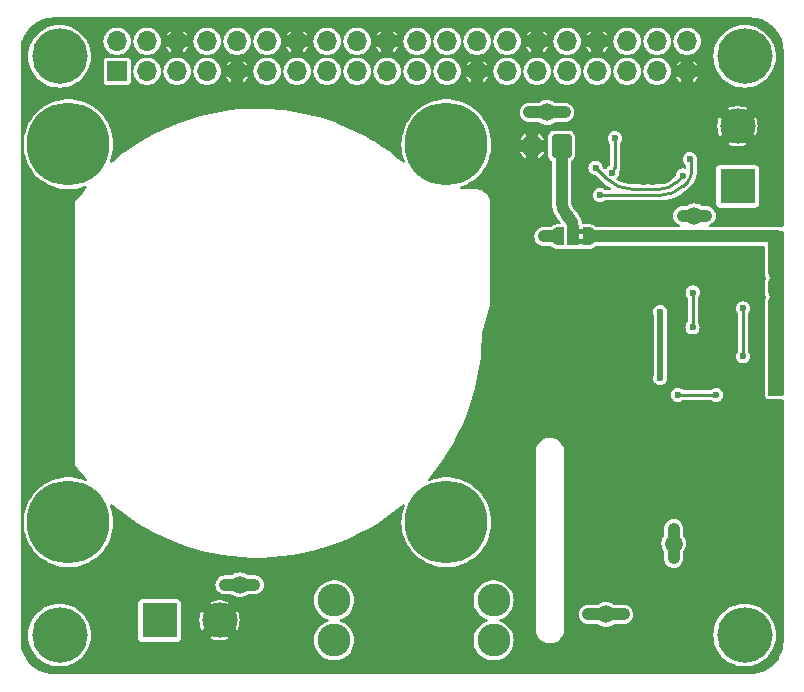
<source format=gbr>
%TF.GenerationSoftware,KiCad,Pcbnew,7.0.10*%
%TF.CreationDate,2024-06-03T11:18:49-05:00*%
%TF.ProjectId,ElectriPi,456c6563-7472-4695-9069-2e6b69636164,rev?*%
%TF.SameCoordinates,PX514cfd0PY32c87d0*%
%TF.FileFunction,Copper,L2,Bot*%
%TF.FilePolarity,Positive*%
%FSLAX46Y46*%
G04 Gerber Fmt 4.6, Leading zero omitted, Abs format (unit mm)*
G04 Created by KiCad (PCBNEW 7.0.10) date 2024-06-03 11:18:49*
%MOMM*%
%LPD*%
G01*
G04 APERTURE LIST*
G04 Aperture macros list*
%AMRoundRect*
0 Rectangle with rounded corners*
0 $1 Rounding radius*
0 $2 $3 $4 $5 $6 $7 $8 $9 X,Y pos of 4 corners*
0 Add a 4 corners polygon primitive as box body*
4,1,4,$2,$3,$4,$5,$6,$7,$8,$9,$2,$3,0*
0 Add four circle primitives for the rounded corners*
1,1,$1+$1,$2,$3*
1,1,$1+$1,$4,$5*
1,1,$1+$1,$6,$7*
1,1,$1+$1,$8,$9*
0 Add four rect primitives between the rounded corners*
20,1,$1+$1,$2,$3,$4,$5,0*
20,1,$1+$1,$4,$5,$6,$7,0*
20,1,$1+$1,$6,$7,$8,$9,0*
20,1,$1+$1,$8,$9,$2,$3,0*%
%AMFreePoly0*
4,1,19,0.550000,-0.750000,0.000000,-0.750000,0.000000,-0.744911,-0.071157,-0.744911,-0.207708,-0.704816,-0.327430,-0.627875,-0.420627,-0.520320,-0.479746,-0.390866,-0.500000,-0.250000,-0.500000,0.250000,-0.479746,0.390866,-0.420627,0.520320,-0.327430,0.627875,-0.207708,0.704816,-0.071157,0.744911,0.000000,0.744911,0.000000,0.750000,0.550000,0.750000,0.550000,-0.750000,0.550000,-0.750000,
$1*%
%AMFreePoly1*
4,1,19,0.000000,0.744911,0.071157,0.744911,0.207708,0.704816,0.327430,0.627875,0.420627,0.520320,0.479746,0.390866,0.500000,0.250000,0.500000,-0.250000,0.479746,-0.390866,0.420627,-0.520320,0.327430,-0.627875,0.207708,-0.704816,0.071157,-0.744911,0.000000,-0.744911,0.000000,-0.750000,-0.550000,-0.750000,-0.550000,0.750000,0.000000,0.750000,0.000000,0.744911,0.000000,0.744911,
$1*%
G04 Aperture macros list end*
%TA.AperFunction,ComponentPad*%
%ADD10C,4.700000*%
%TD*%
%TA.AperFunction,ComponentPad*%
%ADD11R,3.000000X3.000000*%
%TD*%
%TA.AperFunction,ComponentPad*%
%ADD12C,3.000000*%
%TD*%
%TA.AperFunction,ComponentPad*%
%ADD13C,0.600000*%
%TD*%
%TA.AperFunction,SMDPad,CuDef*%
%ADD14R,1.600000X1.600000*%
%TD*%
%TA.AperFunction,ComponentPad*%
%ADD15C,2.780000*%
%TD*%
%TA.AperFunction,ComponentPad*%
%ADD16RoundRect,0.250000X0.600000X0.750000X-0.600000X0.750000X-0.600000X-0.750000X0.600000X-0.750000X0*%
%TD*%
%TA.AperFunction,ComponentPad*%
%ADD17O,1.700000X2.000000*%
%TD*%
%TA.AperFunction,ComponentPad*%
%ADD18C,7.000000*%
%TD*%
%TA.AperFunction,SMDPad,CuDef*%
%ADD19C,1.500000*%
%TD*%
%TA.AperFunction,ComponentPad*%
%ADD20R,1.700000X1.700000*%
%TD*%
%TA.AperFunction,ComponentPad*%
%ADD21O,1.700000X1.700000*%
%TD*%
%TA.AperFunction,SMDPad,CuDef*%
%ADD22FreePoly0,180.000000*%
%TD*%
%TA.AperFunction,SMDPad,CuDef*%
%ADD23R,1.000000X1.500000*%
%TD*%
%TA.AperFunction,SMDPad,CuDef*%
%ADD24FreePoly1,180.000000*%
%TD*%
%TA.AperFunction,ViaPad*%
%ADD25C,0.600000*%
%TD*%
%TA.AperFunction,Conductor*%
%ADD26C,0.500000*%
%TD*%
%TA.AperFunction,Conductor*%
%ADD27C,0.250000*%
%TD*%
%TA.AperFunction,Conductor*%
%ADD28C,1.000000*%
%TD*%
G04 APERTURE END LIST*
%TA.AperFunction,EtchedComponent*%
%TO.C,JP1*%
G36*
X47900000Y-19350000D02*
G01*
X47400000Y-19350000D01*
X47400000Y-18950000D01*
X47900000Y-18950000D01*
X47900000Y-19350000D01*
G37*
%TD.AperFunction*%
%TA.AperFunction,EtchedComponent*%
G36*
X47900000Y-18550000D02*
G01*
X47400000Y-18550000D01*
X47400000Y-18150000D01*
X47900000Y-18150000D01*
X47900000Y-18550000D01*
G37*
%TD.AperFunction*%
%TD*%
D10*
%TO.P,H2,1*%
%TO.N,N/C*%
X3500000Y-3500000D03*
%TD*%
D11*
%TO.P,J1,1,Pin_1*%
%TO.N,Net-(J1-Pin_1)*%
X11960000Y-51250000D03*
D12*
%TO.P,J1,2,Pin_2*%
%TO.N,GND*%
X17040000Y-51250000D03*
%TD*%
D13*
%TO.P,IC2,21,PGND_4*%
%TO.N,GND*%
X57000000Y-31000000D03*
X58000000Y-31000000D03*
D14*
X57500000Y-30500000D03*
D13*
X57000000Y-30000000D03*
X58000000Y-30000000D03*
%TD*%
D15*
%TO.P,F1,1*%
%TO.N,Net-(J1-Pin_1)*%
X26740000Y-49550000D03*
X26740000Y-52950000D03*
%TO.P,F1,2*%
%TO.N,Net-(D1-A2)*%
X40240000Y-49550000D03*
X40240000Y-52950000D03*
%TD*%
D16*
%TO.P,J3,1,Pin_1*%
%TO.N,Net-(J3-Pin_1)*%
X46000000Y-11100000D03*
D17*
%TO.P,J3,2,Pin_2*%
%TO.N,GND*%
X43500000Y-11100000D03*
%TD*%
D10*
%TO.P,H3,1*%
%TO.N,N/C*%
X61500000Y-3500000D03*
%TD*%
D18*
%TO.P,U2,1*%
%TO.N,N/C*%
X4250000Y-10950000D03*
%TO.P,U2,2*%
X36250000Y-10950000D03*
%TO.P,U2,3*%
X4250000Y-42950000D03*
%TO.P,U2,4*%
X36250000Y-42950000D03*
%TD*%
D11*
%TO.P,J4,1,Pin_1*%
%TO.N,+5V*%
X60900000Y-14500000D03*
D12*
%TO.P,J4,2,Pin_2*%
%TO.N,GND*%
X60900000Y-9420000D03*
%TD*%
D10*
%TO.P,H1,1*%
%TO.N,N/C*%
X61500000Y-52500000D03*
%TD*%
%TO.P,H4,1*%
%TO.N,N/C*%
X3500000Y-52500000D03*
%TD*%
D19*
%TO.P,TP5,1,1*%
%TO.N,5V_PI*%
X44750000Y-8250000D03*
%TD*%
D20*
%TO.P,J6,1,3V3*%
%TO.N,unconnected-(J6-3V3-Pad1)*%
X8370000Y-4770000D03*
D21*
%TO.P,J6,2,5V*%
%TO.N,5V_PI*%
X8370000Y-2230000D03*
%TO.P,J6,3,SDA/GPIO2*%
%TO.N,unconnected-(J6-SDA{slash}GPIO2-Pad3)*%
X10910000Y-4770000D03*
%TO.P,J6,4,5V*%
%TO.N,5V_PI*%
X10910000Y-2230000D03*
%TO.P,J6,5,SCL/GPIO3*%
%TO.N,unconnected-(J6-SCL{slash}GPIO3-Pad5)*%
X13450000Y-4770000D03*
%TO.P,J6,6,GND*%
%TO.N,GND*%
X13450000Y-2230000D03*
%TO.P,J6,7,GCLK0/GPIO4*%
%TO.N,unconnected-(J6-GCLK0{slash}GPIO4-Pad7)*%
X15990000Y-4770000D03*
%TO.P,J6,8,GPIO14/TXD*%
%TO.N,unconnected-(J6-GPIO14{slash}TXD-Pad8)*%
X15990000Y-2230000D03*
%TO.P,J6,9,GND*%
%TO.N,GND*%
X18530000Y-4770000D03*
%TO.P,J6,10,GPIO15/RXD*%
%TO.N,unconnected-(J6-GPIO15{slash}RXD-Pad10)*%
X18530000Y-2230000D03*
%TO.P,J6,11,GPIO17*%
%TO.N,unconnected-(J6-GPIO17-Pad11)*%
X21070000Y-4770000D03*
%TO.P,J6,12,GPIO18/PWM0*%
%TO.N,unconnected-(J6-GPIO18{slash}PWM0-Pad12)*%
X21070000Y-2230000D03*
%TO.P,J6,13,GPIO27*%
%TO.N,unconnected-(J6-GPIO27-Pad13)*%
X23610000Y-4770000D03*
%TO.P,J6,14,GND*%
%TO.N,GND*%
X23610000Y-2230000D03*
%TO.P,J6,15,GPIO22*%
%TO.N,unconnected-(J6-GPIO22-Pad15)*%
X26150000Y-4770000D03*
%TO.P,J6,16,GPIO23*%
%TO.N,unconnected-(J6-GPIO23-Pad16)*%
X26150000Y-2230000D03*
%TO.P,J6,17,3V3*%
%TO.N,unconnected-(J6-3V3-Pad17)*%
X28690000Y-4770000D03*
%TO.P,J6,18,GPIO24*%
%TO.N,unconnected-(J6-GPIO24-Pad18)*%
X28690000Y-2230000D03*
%TO.P,J6,19,MOSI0/GPIO10*%
%TO.N,unconnected-(J6-MOSI0{slash}GPIO10-Pad19)*%
X31230000Y-4770000D03*
%TO.P,J6,20,GND*%
%TO.N,GND*%
X31230000Y-2230000D03*
%TO.P,J6,21,MISO0/GPIO9*%
%TO.N,unconnected-(J6-MISO0{slash}GPIO9-Pad21)*%
X33770000Y-4770000D03*
%TO.P,J6,22,GPIO25*%
%TO.N,unconnected-(J6-GPIO25-Pad22)*%
X33770000Y-2230000D03*
%TO.P,J6,23,SCLK0/GPIO11*%
%TO.N,unconnected-(J6-SCLK0{slash}GPIO11-Pad23)*%
X36310000Y-4770000D03*
%TO.P,J6,24,~{CE0}/GPIO8*%
%TO.N,unconnected-(J6-~{CE0}{slash}GPIO8-Pad24)*%
X36310000Y-2230000D03*
%TO.P,J6,25,GND*%
%TO.N,GND*%
X38850000Y-4770000D03*
%TO.P,J6,26,~{CE1}/GPIO7*%
%TO.N,unconnected-(J6-~{CE1}{slash}GPIO7-Pad26)*%
X38850000Y-2230000D03*
%TO.P,J6,27,ID_SD/GPIO0*%
%TO.N,unconnected-(J6-ID_SD{slash}GPIO0-Pad27)*%
X41390000Y-4770000D03*
%TO.P,J6,28,ID_SC/GPIO1*%
%TO.N,unconnected-(J6-ID_SC{slash}GPIO1-Pad28)*%
X41390000Y-2230000D03*
%TO.P,J6,29,GCLK1/GPIO5*%
%TO.N,unconnected-(J6-GCLK1{slash}GPIO5-Pad29)*%
X43930000Y-4770000D03*
%TO.P,J6,30,GND*%
%TO.N,GND*%
X43930000Y-2230000D03*
%TO.P,J6,31,GCLK2/GPIO6*%
%TO.N,unconnected-(J6-GCLK2{slash}GPIO6-Pad31)*%
X46470000Y-4770000D03*
%TO.P,J6,32,PWM0/GPIO12*%
%TO.N,unconnected-(J6-PWM0{slash}GPIO12-Pad32)*%
X46470000Y-2230000D03*
%TO.P,J6,33,PWM1/GPIO13*%
%TO.N,unconnected-(J6-PWM1{slash}GPIO13-Pad33)*%
X49010000Y-4770000D03*
%TO.P,J6,34,GND*%
%TO.N,GND*%
X49010000Y-2230000D03*
%TO.P,J6,35,GPIO19/MISO1*%
%TO.N,unconnected-(J6-GPIO19{slash}MISO1-Pad35)*%
X51550000Y-4770000D03*
%TO.P,J6,36,GPIO16*%
%TO.N,unconnected-(J6-GPIO16-Pad36)*%
X51550000Y-2230000D03*
%TO.P,J6,37,GPIO26*%
%TO.N,unconnected-(J6-GPIO26-Pad37)*%
X54090000Y-4770000D03*
%TO.P,J6,38,GPIO20/MOSI1*%
%TO.N,unconnected-(J6-GPIO20{slash}MOSI1-Pad38)*%
X54090000Y-2230000D03*
%TO.P,J6,39,GND*%
%TO.N,GND*%
X56630000Y-4770000D03*
%TO.P,J6,40,GPIO21/SCLK1*%
%TO.N,unconnected-(J6-GPIO21{slash}SCLK1-Pad40)*%
X56630000Y-2230000D03*
%TD*%
D22*
%TO.P,JP1,1,A*%
%TO.N,Vin*%
X48300000Y-18750000D03*
D23*
%TO.P,JP1,2,C*%
%TO.N,Net-(J3-Pin_1)*%
X47000000Y-18750000D03*
D24*
%TO.P,JP1,3,B*%
%TO.N,+5V*%
X45700000Y-18750000D03*
%TD*%
D19*
%TO.P,TP4,1,1*%
%TO.N,Vin*%
X55500000Y-44750000D03*
%TD*%
%TO.P,TP1,1,1*%
%TO.N,+5V*%
X57250000Y-17000000D03*
%TD*%
%TO.P,TP6,1,1*%
%TO.N,GND*%
X44750000Y-21750000D03*
%TD*%
%TO.P,TP2,1,1*%
%TO.N,Net-(J1-Pin_1)*%
X18750000Y-48250000D03*
%TD*%
%TO.P,TP3,1,1*%
%TO.N,Net-(D1-A2)*%
X49750000Y-50750000D03*
%TD*%
D25*
%TO.N,VCC*%
X54350000Y-30750000D03*
X61350000Y-24850000D03*
X61350000Y-28900000D03*
X54350000Y-25150000D03*
%TO.N,GND*%
X47250000Y-12750000D03*
X51750000Y-20500000D03*
X62350000Y-32600000D03*
X41000000Y-16750000D03*
X41000000Y-20500000D03*
X61100000Y-31850000D03*
X41000000Y-19750000D03*
X48500000Y-43750000D03*
X62350000Y-35600000D03*
X61350000Y-33100000D03*
X49750000Y-42500000D03*
X60600000Y-31350000D03*
X51000000Y-24000000D03*
X42500000Y-18250000D03*
X59100000Y-29150000D03*
X44750000Y-14500000D03*
X61350000Y-37600000D03*
X53250000Y-24000000D03*
X41000000Y-13750000D03*
X51000000Y-42500000D03*
X51000000Y-20500000D03*
X54000000Y-21500000D03*
X48750000Y-8000000D03*
X41000000Y-18250000D03*
X63000000Y-23850000D03*
X47000000Y-46250000D03*
X43250000Y-14750000D03*
X60600000Y-32350000D03*
X44750000Y-12750000D03*
X48500000Y-44750000D03*
X49750000Y-43750000D03*
X42500000Y-13750000D03*
X41000000Y-10500000D03*
X55600000Y-28100000D03*
X60600000Y-33100000D03*
X41000000Y-19000000D03*
X43250000Y-17500000D03*
X60100000Y-31850000D03*
X47000000Y-44750000D03*
X47000000Y-43750000D03*
X63000000Y-22250000D03*
X54000000Y-20500000D03*
X48750000Y-7250000D03*
X61600000Y-31350000D03*
X51000000Y-38250000D03*
X41000000Y-15250000D03*
X53700000Y-11750000D03*
X47250000Y-13500000D03*
X52500000Y-24000000D03*
X53250000Y-20500000D03*
X62350000Y-36600000D03*
X61350000Y-33850000D03*
X41000000Y-23500000D03*
X52500000Y-20500000D03*
X42500000Y-16000000D03*
X42500000Y-16750000D03*
X42500000Y-15250000D03*
X49750000Y-38250000D03*
X61600000Y-32350000D03*
X51000000Y-41000000D03*
X60100000Y-30850000D03*
X51750000Y-24000000D03*
X60600000Y-33850000D03*
X41000000Y-24250000D03*
X61100000Y-30850000D03*
X41000000Y-12000000D03*
X48500000Y-38250000D03*
X47000000Y-38250000D03*
X51000000Y-44750000D03*
X62350000Y-26350000D03*
X62350000Y-37600000D03*
X55600000Y-28850000D03*
X61350000Y-36600000D03*
X48500000Y-42500000D03*
X54000000Y-24000000D03*
X41000000Y-22750000D03*
X51000000Y-39500000D03*
X53700000Y-14100000D03*
X51000000Y-43750000D03*
X49750000Y-44750000D03*
X62350000Y-31600000D03*
X47000000Y-42500000D03*
X57250000Y-53500000D03*
X41000000Y-22000000D03*
X47000000Y-47750000D03*
X62350000Y-33600000D03*
X58250000Y-51500000D03*
X61350000Y-34600000D03*
X53350000Y-11150000D03*
X53000000Y-11750000D03*
X53000000Y-14100000D03*
X48750000Y-8750000D03*
X54000000Y-22250000D03*
X62350000Y-34600000D03*
X54000000Y-23000000D03*
X41000000Y-21250000D03*
X61350000Y-35600000D03*
%TO.N,+5V*%
X58250000Y-17000000D03*
X44500000Y-18750000D03*
X56250000Y-17000000D03*
%TO.N,Vin*%
X64250000Y-28750000D03*
X64250000Y-31000000D03*
X64250000Y-30250000D03*
X55500000Y-43500000D03*
X64250000Y-31750000D03*
X64250000Y-29500000D03*
X55500000Y-46000000D03*
%TO.N,5V_PI*%
X43250000Y-8250000D03*
X46250000Y-8250000D03*
%TO.N,Net-(J1-Pin_1)*%
X17500000Y-48250000D03*
X20000000Y-48250000D03*
%TO.N,SW*%
X59100000Y-32150000D03*
X55850000Y-32150000D03*
%TO.N,Net-(D1-A2)*%
X48250000Y-50750000D03*
X51250000Y-50750000D03*
%TO.N,FB*%
X57090000Y-26450000D03*
X57100000Y-23500000D03*
%TO.N,UVLO*%
X50269999Y-13351951D03*
X50500000Y-10450000D03*
%TO.N,OVLO*%
X56853735Y-12223616D03*
X49250000Y-15250000D03*
%TO.N,Net-(U1-PG)*%
X48874410Y-12922701D03*
X56273713Y-13592403D03*
%TD*%
D26*
%TO.N,VCC*%
X54350000Y-25150000D02*
X54350000Y-30750000D01*
D27*
X61350000Y-28900000D02*
X61350000Y-24850000D01*
D28*
%TO.N,+5V*%
X44500000Y-18750000D02*
X45700000Y-18750000D01*
X56250000Y-17000000D02*
X58250000Y-17000000D01*
%TO.N,Vin*%
X48300000Y-18750000D02*
X64250000Y-18750000D01*
X55500000Y-43500000D02*
X55500000Y-46000000D01*
%TO.N,5V_PI*%
X44750000Y-8250000D02*
X46250000Y-8250000D01*
X44750000Y-8250000D02*
X43250000Y-8250000D01*
%TO.N,Net-(J1-Pin_1)*%
X18750000Y-48250000D02*
X20000000Y-48250000D01*
X18750000Y-48250000D02*
X17500000Y-48250000D01*
D27*
%TO.N,SW*%
X59100000Y-32150000D02*
X55850000Y-32150000D01*
D28*
%TO.N,Net-(J3-Pin_1)*%
X46500000Y-17000000D02*
X46558058Y-17058058D01*
X47000000Y-18125000D02*
X47000000Y-18750000D01*
X46000000Y-15792893D02*
X46000000Y-11100000D01*
X46000003Y-15792893D02*
G75*
G03*
X46500000Y-17000000I1707097J-7D01*
G01*
X46999995Y-18125000D02*
G75*
G03*
X46558058Y-17058058I-1508895J0D01*
G01*
%TO.N,Net-(D1-A2)*%
X49750000Y-50750000D02*
X48250000Y-50750000D01*
X49750000Y-50750000D02*
X51250000Y-50750000D01*
D27*
%TO.N,FB*%
X57100000Y-23500000D02*
X57100000Y-26440000D01*
%TO.N,UVLO*%
X50500000Y-12959314D02*
X50500000Y-10450000D01*
X50384999Y-13236950D02*
X50269999Y-13351951D01*
X50384985Y-13236936D02*
G75*
G03*
X50500000Y-12959314I-277585J277636D01*
G01*
%TO.N,OVLO*%
X49250000Y-15250000D02*
X54439339Y-15250000D01*
X56727706Y-14022294D02*
X56249999Y-14499999D01*
X57000000Y-13364920D02*
X57000000Y-12473305D01*
X56926867Y-12296748D02*
X56853735Y-12223616D01*
X56999992Y-12473305D02*
G75*
G03*
X56926866Y-12296749I-249692J5D01*
G01*
X54439339Y-15250015D02*
G75*
G03*
X56249999Y-14499999I-39J2560715D01*
G01*
X56727703Y-14022291D02*
G75*
G03*
X57000000Y-13364920I-657403J657391D01*
G01*
%TO.N,Net-(U1-PG)*%
X56273713Y-13592403D02*
X55694914Y-14171201D01*
X49788059Y-13836350D02*
X48874410Y-12922701D01*
X51993804Y-14750000D02*
X54297571Y-14750000D01*
X54297571Y-14749991D02*
G75*
G03*
X55694914Y-14171201I29J1976091D01*
G01*
X49788056Y-13836353D02*
G75*
G03*
X51993804Y-14750000I2205744J2205753D01*
G01*
%TD*%
%TA.AperFunction,Conductor*%
%TO.N,Vin*%
G36*
X64742539Y-18269685D02*
G01*
X64788294Y-18322489D01*
X64799500Y-18374000D01*
X64799500Y-32126000D01*
X64779815Y-32193039D01*
X64727011Y-32238794D01*
X64675500Y-32250000D01*
X63624000Y-32250000D01*
X63556961Y-32230315D01*
X63511206Y-32177511D01*
X63500000Y-32126000D01*
X63500000Y-24226908D01*
X63519685Y-24159869D01*
X63524119Y-24153561D01*
X63524530Y-24152847D01*
X63524536Y-24152841D01*
X63585044Y-24006762D01*
X63605682Y-23850000D01*
X63585044Y-23693238D01*
X63524536Y-23547159D01*
X63524534Y-23547156D01*
X63520474Y-23540123D01*
X63522011Y-23539235D01*
X63500429Y-23483402D01*
X63500000Y-23473091D01*
X63500000Y-22626908D01*
X63519685Y-22559869D01*
X63524119Y-22553561D01*
X63524530Y-22552847D01*
X63524536Y-22552841D01*
X63585044Y-22406762D01*
X63605682Y-22250000D01*
X63585044Y-22093238D01*
X63524536Y-21947159D01*
X63524534Y-21947156D01*
X63520474Y-21940123D01*
X63522011Y-21939235D01*
X63500429Y-21883402D01*
X63500000Y-21873091D01*
X63500000Y-18374000D01*
X63519685Y-18306961D01*
X63572489Y-18261206D01*
X63624000Y-18250000D01*
X64675500Y-18250000D01*
X64742539Y-18269685D01*
G37*
%TD.AperFunction*%
%TD*%
%TA.AperFunction,Conductor*%
%TO.N,GND*%
G36*
X62002777Y-200655D02*
G01*
X62307898Y-217791D01*
X62318921Y-219033D01*
X62617476Y-269759D01*
X62628270Y-272222D01*
X62919279Y-356061D01*
X62929750Y-359725D01*
X63209523Y-475611D01*
X63219525Y-480428D01*
X63484555Y-626905D01*
X63493955Y-632811D01*
X63740930Y-808049D01*
X63749610Y-814972D01*
X63975399Y-1016750D01*
X63983249Y-1024600D01*
X64185027Y-1250389D01*
X64191950Y-1259069D01*
X64367188Y-1506044D01*
X64373094Y-1515444D01*
X64519571Y-1780474D01*
X64524388Y-1790476D01*
X64640272Y-2070245D01*
X64643939Y-2080724D01*
X64727773Y-2371714D01*
X64730243Y-2382538D01*
X64780965Y-2681073D01*
X64782208Y-2692105D01*
X64799344Y-2997222D01*
X64799500Y-3002773D01*
X64799500Y-17848076D01*
X64780593Y-17906267D01*
X64731093Y-17942231D01*
X64686416Y-17946069D01*
X64677684Y-17944814D01*
X64675500Y-17944500D01*
X63624000Y-17944500D01*
X63591279Y-17948017D01*
X63582767Y-17948933D01*
X63572185Y-17949500D01*
X58542865Y-17949500D01*
X58484674Y-17930593D01*
X58448710Y-17881093D01*
X58448710Y-17819907D01*
X58484674Y-17770407D01*
X58510167Y-17757056D01*
X58532502Y-17749240D01*
X58599522Y-17725789D01*
X58752262Y-17629816D01*
X58879816Y-17502262D01*
X58975789Y-17349522D01*
X59035368Y-17179255D01*
X59055565Y-17000000D01*
X59035368Y-16820745D01*
X58975789Y-16650478D01*
X58933848Y-16583730D01*
X58879818Y-16497741D01*
X58879817Y-16497740D01*
X58879816Y-16497738D01*
X58752262Y-16370184D01*
X58752259Y-16370182D01*
X58752258Y-16370181D01*
X58599523Y-16274211D01*
X58429261Y-16214633D01*
X58429249Y-16214630D01*
X58294970Y-16199500D01*
X58294954Y-16199500D01*
X57965924Y-16199500D01*
X57907733Y-16180593D01*
X57903119Y-16177028D01*
X57836452Y-16122317D01*
X57836452Y-16122316D01*
X57691543Y-16044860D01*
X59099500Y-16044860D01*
X59099501Y-16044863D01*
X59102414Y-16069990D01*
X59125518Y-16122315D01*
X59147794Y-16172765D01*
X59227235Y-16252206D01*
X59330009Y-16297585D01*
X59355135Y-16300500D01*
X62444864Y-16300499D01*
X62469991Y-16297585D01*
X62572765Y-16252206D01*
X62652206Y-16172765D01*
X62697585Y-16069991D01*
X62700500Y-16044865D01*
X62700499Y-12955136D01*
X62697585Y-12930009D01*
X62652206Y-12827235D01*
X62572765Y-12747794D01*
X62469991Y-12702415D01*
X62469990Y-12702414D01*
X62469988Y-12702414D01*
X62444868Y-12699500D01*
X59355139Y-12699500D01*
X59355136Y-12699501D01*
X59330009Y-12702414D01*
X59227235Y-12747794D01*
X59147794Y-12827235D01*
X59102414Y-12930011D01*
X59099500Y-12955130D01*
X59099500Y-16044860D01*
X57691543Y-16044860D01*
X57653954Y-16024768D01*
X57455934Y-15964699D01*
X57455929Y-15964698D01*
X57250003Y-15944417D01*
X57249997Y-15944417D01*
X57044070Y-15964698D01*
X57044065Y-15964699D01*
X56846045Y-16024768D01*
X56663547Y-16122316D01*
X56663547Y-16122317D01*
X56596881Y-16177028D01*
X56539904Y-16199328D01*
X56534076Y-16199500D01*
X56205029Y-16199500D01*
X56070750Y-16214630D01*
X56070738Y-16214633D01*
X55900477Y-16274211D01*
X55900476Y-16274211D01*
X55747741Y-16370181D01*
X55620181Y-16497741D01*
X55524211Y-16650476D01*
X55524211Y-16650477D01*
X55464633Y-16820738D01*
X55464632Y-16820742D01*
X55444435Y-17000000D01*
X55464632Y-17179257D01*
X55464633Y-17179261D01*
X55524211Y-17349522D01*
X55524211Y-17349523D01*
X55620181Y-17502258D01*
X55620184Y-17502262D01*
X55747738Y-17629816D01*
X55747740Y-17629817D01*
X55747741Y-17629818D01*
X55850355Y-17694295D01*
X55900478Y-17725789D01*
X55942820Y-17740605D01*
X55989833Y-17757056D01*
X56038513Y-17794121D01*
X56056110Y-17852722D01*
X56035902Y-17910473D01*
X55985607Y-17945317D01*
X55957135Y-17949500D01*
X48934297Y-17949500D01*
X48876106Y-17930593D01*
X48864293Y-17920504D01*
X48861842Y-17918053D01*
X48861836Y-17918046D01*
X48861826Y-17918037D01*
X48796078Y-17861066D01*
X48796066Y-17861057D01*
X48675129Y-17783336D01*
X48675122Y-17783332D01*
X48646820Y-17770407D01*
X48595971Y-17747185D01*
X48595966Y-17747183D01*
X48595965Y-17747183D01*
X48458017Y-17706678D01*
X48458013Y-17706677D01*
X48371893Y-17694295D01*
X48371889Y-17694295D01*
X47840530Y-17694295D01*
X47782339Y-17675388D01*
X47746375Y-17625888D01*
X47744012Y-17617324D01*
X47713736Y-17484677D01*
X47666444Y-17349523D01*
X47628068Y-17239848D01*
X47568061Y-17115241D01*
X47515528Y-17006153D01*
X47377531Y-16786530D01*
X47377528Y-16786525D01*
X47215806Y-16583730D01*
X47159345Y-16527268D01*
X47159341Y-16527263D01*
X47068780Y-16436701D01*
X47063504Y-16430993D01*
X46978706Y-16331707D01*
X46969578Y-16319144D01*
X46903380Y-16211119D01*
X46896335Y-16197292D01*
X46847856Y-16080252D01*
X46843056Y-16065480D01*
X46838107Y-16044864D01*
X46813480Y-15942288D01*
X46811053Y-15926956D01*
X46800805Y-15796733D01*
X46800500Y-15788967D01*
X46800500Y-12922701D01*
X48268728Y-12922701D01*
X48289365Y-13079459D01*
X48289367Y-13079467D01*
X48349872Y-13225539D01*
X48349872Y-13225540D01*
X48446123Y-13350977D01*
X48446128Y-13350983D01*
X48446132Y-13350986D01*
X48446133Y-13350987D01*
X48464303Y-13364929D01*
X48571569Y-13447237D01*
X48571570Y-13447237D01*
X48571571Y-13447238D01*
X48717643Y-13507743D01*
X48717648Y-13507745D01*
X48845622Y-13524593D01*
X48900845Y-13550933D01*
X48902702Y-13552741D01*
X49443924Y-14093963D01*
X49443926Y-14093966D01*
X49455232Y-14105272D01*
X49455239Y-14105285D01*
X49487182Y-14137227D01*
X49487182Y-14137228D01*
X49610325Y-14260370D01*
X49879564Y-14481328D01*
X50060505Y-14602228D01*
X50121800Y-14643184D01*
X50159680Y-14691234D01*
X50162082Y-14752373D01*
X50128089Y-14803246D01*
X50070686Y-14824424D01*
X50066799Y-14824500D01*
X49715514Y-14824500D01*
X49657323Y-14805593D01*
X49655247Y-14804042D01*
X49584165Y-14749500D01*
X49552841Y-14725464D01*
X49552840Y-14725463D01*
X49552838Y-14725462D01*
X49406766Y-14664957D01*
X49406758Y-14664955D01*
X49250001Y-14644318D01*
X49249999Y-14644318D01*
X49093241Y-14664955D01*
X49093233Y-14664957D01*
X48947161Y-14725462D01*
X48947160Y-14725462D01*
X48821723Y-14821713D01*
X48821713Y-14821723D01*
X48725462Y-14947160D01*
X48725462Y-14947161D01*
X48664957Y-15093233D01*
X48664955Y-15093241D01*
X48644318Y-15249999D01*
X48644318Y-15250000D01*
X48664955Y-15406758D01*
X48664957Y-15406766D01*
X48725462Y-15552838D01*
X48725462Y-15552839D01*
X48819609Y-15675534D01*
X48821718Y-15678282D01*
X48947159Y-15774536D01*
X48947160Y-15774536D01*
X48947161Y-15774537D01*
X49078096Y-15828772D01*
X49093238Y-15835044D01*
X49210809Y-15850522D01*
X49249999Y-15855682D01*
X49250000Y-15855682D01*
X49250001Y-15855682D01*
X49281352Y-15851554D01*
X49406762Y-15835044D01*
X49552841Y-15774536D01*
X49598235Y-15739703D01*
X49655247Y-15695958D01*
X49712923Y-15675534D01*
X49715514Y-15675500D01*
X54378165Y-15675500D01*
X54378168Y-15675501D01*
X54398321Y-15675500D01*
X54398368Y-15675515D01*
X54439345Y-15675514D01*
X54439345Y-15675515D01*
X54586046Y-15675513D01*
X54761238Y-15658255D01*
X54878036Y-15646750D01*
X54878045Y-15646748D01*
X55165786Y-15589509D01*
X55165786Y-15589508D01*
X55165796Y-15589507D01*
X55446563Y-15504335D01*
X55717629Y-15392053D01*
X55717635Y-15392049D01*
X55717639Y-15392048D01*
X55850962Y-15320784D01*
X55976385Y-15253743D01*
X55976390Y-15253739D01*
X55976393Y-15253738D01*
X56039853Y-15211335D01*
X56220338Y-15090738D01*
X56447140Y-14904606D01*
X56514325Y-14837421D01*
X56550874Y-14800873D01*
X56640900Y-14710845D01*
X56977172Y-14374574D01*
X56977178Y-14374570D01*
X56985322Y-14366425D01*
X56985324Y-14366425D01*
X57028583Y-14323165D01*
X57028582Y-14323164D01*
X57052259Y-14299489D01*
X57052259Y-14299487D01*
X57055536Y-14296212D01*
X57055553Y-14296193D01*
X57057540Y-14294206D01*
X57057573Y-14294167D01*
X57091386Y-14260356D01*
X57199527Y-14119423D01*
X57288348Y-13965580D01*
X57356330Y-13801461D01*
X57362019Y-13780233D01*
X57395631Y-13654792D01*
X57402309Y-13629872D01*
X57425499Y-13453750D01*
X57425500Y-13364929D01*
X57425502Y-13303751D01*
X57425500Y-13303747D01*
X57425501Y-13296869D01*
X57425500Y-13296839D01*
X57425500Y-12436087D01*
X57425493Y-12435905D01*
X57425493Y-12432145D01*
X57433030Y-12394256D01*
X57438779Y-12380378D01*
X57459417Y-12223616D01*
X57459417Y-12223615D01*
X57446084Y-12122342D01*
X57438779Y-12066854D01*
X57378272Y-11920777D01*
X57378272Y-11920776D01*
X57282021Y-11795339D01*
X57282020Y-11795338D01*
X57282017Y-11795334D01*
X57282012Y-11795330D01*
X57282011Y-11795329D01*
X57178650Y-11716018D01*
X57156576Y-11699080D01*
X57156575Y-11699079D01*
X57156573Y-11699078D01*
X57010501Y-11638573D01*
X57010493Y-11638571D01*
X56853736Y-11617934D01*
X56853734Y-11617934D01*
X56696976Y-11638571D01*
X56696968Y-11638573D01*
X56550896Y-11699078D01*
X56550895Y-11699078D01*
X56425458Y-11795329D01*
X56425448Y-11795339D01*
X56329197Y-11920776D01*
X56329197Y-11920777D01*
X56268692Y-12066849D01*
X56268690Y-12066857D01*
X56248053Y-12223615D01*
X56248053Y-12223616D01*
X56268690Y-12380374D01*
X56268692Y-12380382D01*
X56329197Y-12526454D01*
X56329197Y-12526455D01*
X56329199Y-12526457D01*
X56425453Y-12651898D01*
X56425457Y-12651901D01*
X56425458Y-12651902D01*
X56535767Y-12736545D01*
X56570423Y-12786969D01*
X56574500Y-12815087D01*
X56574500Y-12918852D01*
X56555593Y-12977043D01*
X56506093Y-13013007D01*
X56444907Y-13013007D01*
X56437616Y-13010317D01*
X56430476Y-13007359D01*
X56430471Y-13007358D01*
X56273714Y-12986721D01*
X56273712Y-12986721D01*
X56116954Y-13007358D01*
X56116946Y-13007360D01*
X55970874Y-13067865D01*
X55970873Y-13067865D01*
X55845436Y-13164116D01*
X55845426Y-13164126D01*
X55749175Y-13289563D01*
X55749175Y-13289564D01*
X55688670Y-13435636D01*
X55688668Y-13435644D01*
X55671821Y-13563611D01*
X55645480Y-13618836D01*
X55643672Y-13620692D01*
X55437306Y-13827058D01*
X55437300Y-13827066D01*
X55437299Y-13827067D01*
X55437297Y-13827069D01*
X55396328Y-13868039D01*
X55391600Y-13872466D01*
X55246415Y-13999790D01*
X55236147Y-14007670D01*
X55078290Y-14113146D01*
X55067075Y-14119621D01*
X54896793Y-14203593D01*
X54884829Y-14208548D01*
X54705056Y-14269572D01*
X54692547Y-14272924D01*
X54506338Y-14309962D01*
X54493498Y-14311652D01*
X54300672Y-14324287D01*
X54294199Y-14324499D01*
X54228427Y-14324499D01*
X54228415Y-14324500D01*
X52062966Y-14324500D01*
X52062954Y-14324499D01*
X51996575Y-14324499D01*
X51991024Y-14324343D01*
X51697733Y-14307873D01*
X51686701Y-14306630D01*
X51399838Y-14257890D01*
X51389015Y-14255420D01*
X51109408Y-14174868D01*
X51098928Y-14171201D01*
X50830099Y-14059848D01*
X50820097Y-14055031D01*
X50673443Y-13973979D01*
X50631659Y-13929283D01*
X50624126Y-13868563D01*
X50653723Y-13815012D01*
X50661055Y-13808797D01*
X50698281Y-13780233D01*
X50794535Y-13654792D01*
X50855043Y-13508713D01*
X50875681Y-13351951D01*
X50868321Y-13296049D01*
X50872320Y-13252535D01*
X50905346Y-13150914D01*
X50905346Y-13150910D01*
X50905348Y-13150906D01*
X50925498Y-13023721D01*
X50925498Y-13000795D01*
X50925500Y-13000770D01*
X50925500Y-12952454D01*
X50925501Y-12926177D01*
X50925503Y-12898151D01*
X50925501Y-12898146D01*
X50925502Y-12891579D01*
X50925500Y-12891533D01*
X50925500Y-10915513D01*
X50944407Y-10857322D01*
X50945958Y-10855246D01*
X51024536Y-10752841D01*
X51085044Y-10606762D01*
X51105682Y-10450000D01*
X51085044Y-10293238D01*
X51048059Y-10203949D01*
X51024537Y-10147161D01*
X51024537Y-10147160D01*
X50928286Y-10021723D01*
X50928285Y-10021722D01*
X50928282Y-10021718D01*
X50928277Y-10021714D01*
X50928276Y-10021713D01*
X50802838Y-9925462D01*
X50656766Y-9864957D01*
X50656758Y-9864955D01*
X50500001Y-9844318D01*
X50499999Y-9844318D01*
X50343241Y-9864955D01*
X50343233Y-9864957D01*
X50197161Y-9925462D01*
X50197160Y-9925462D01*
X50071723Y-10021713D01*
X50071713Y-10021723D01*
X49975462Y-10147160D01*
X49975462Y-10147161D01*
X49914957Y-10293233D01*
X49914955Y-10293241D01*
X49894318Y-10449999D01*
X49894318Y-10450000D01*
X49914955Y-10606758D01*
X49914957Y-10606766D01*
X49975462Y-10752838D01*
X49975462Y-10752839D01*
X50054042Y-10855246D01*
X50074466Y-10912922D01*
X50074500Y-10915513D01*
X50074500Y-12716802D01*
X50055593Y-12774993D01*
X50013386Y-12808266D01*
X49967159Y-12827414D01*
X49841722Y-12923664D01*
X49841716Y-12923670D01*
X49752143Y-13040404D01*
X49701718Y-13075059D01*
X49640554Y-13073457D01*
X49603597Y-13050140D01*
X49504450Y-12950993D01*
X49476673Y-12896476D01*
X49476309Y-12893966D01*
X49459454Y-12765939D01*
X49434202Y-12704976D01*
X49398947Y-12619862D01*
X49398947Y-12619861D01*
X49302696Y-12494424D01*
X49302695Y-12494423D01*
X49302692Y-12494419D01*
X49302687Y-12494415D01*
X49302686Y-12494414D01*
X49177248Y-12398163D01*
X49031176Y-12337658D01*
X49031168Y-12337656D01*
X48874411Y-12317019D01*
X48874409Y-12317019D01*
X48717651Y-12337656D01*
X48717643Y-12337658D01*
X48571571Y-12398163D01*
X48571570Y-12398163D01*
X48446133Y-12494414D01*
X48446123Y-12494424D01*
X48349872Y-12619861D01*
X48349872Y-12619862D01*
X48289367Y-12765934D01*
X48289365Y-12765942D01*
X48268728Y-12922700D01*
X48268728Y-12922701D01*
X46800500Y-12922701D01*
X46800500Y-12430071D01*
X46819407Y-12371880D01*
X46863185Y-12337972D01*
X46863986Y-12337656D01*
X46872342Y-12334361D01*
X46872343Y-12334360D01*
X46872344Y-12334360D01*
X46919959Y-12298251D01*
X46992922Y-12242922D01*
X47084361Y-12122342D01*
X47139877Y-11981564D01*
X47150500Y-11893102D01*
X47150500Y-10306898D01*
X47139877Y-10218436D01*
X47084361Y-10077658D01*
X46992922Y-9957078D01*
X46872342Y-9865639D01*
X46872341Y-9865638D01*
X46872339Y-9865637D01*
X46731565Y-9810123D01*
X46643106Y-9799500D01*
X46643102Y-9799500D01*
X45356898Y-9799500D01*
X45356893Y-9799500D01*
X45268434Y-9810123D01*
X45127660Y-9865637D01*
X45127656Y-9865640D01*
X45007081Y-9957075D01*
X45007075Y-9957081D01*
X44915640Y-10077656D01*
X44915637Y-10077660D01*
X44860123Y-10218434D01*
X44849500Y-10306893D01*
X44849500Y-11893106D01*
X44860123Y-11981565D01*
X44915637Y-12122339D01*
X44915638Y-12122341D01*
X44915639Y-12122342D01*
X45007078Y-12242922D01*
X45007082Y-12242925D01*
X45127656Y-12334360D01*
X45127657Y-12334360D01*
X45127658Y-12334361D01*
X45135039Y-12337271D01*
X45136815Y-12337972D01*
X45184014Y-12376907D01*
X45199500Y-12430071D01*
X45199500Y-15840638D01*
X45199503Y-15840743D01*
X45199503Y-15933714D01*
X45231036Y-16213592D01*
X45231274Y-16214633D01*
X45293709Y-16488185D01*
X45386727Y-16754016D01*
X45386730Y-16754023D01*
X45508931Y-17007778D01*
X45616677Y-17179255D01*
X45658778Y-17246259D01*
X45834383Y-17466461D01*
X45834386Y-17466464D01*
X45893213Y-17525292D01*
X45920990Y-17579809D01*
X45911418Y-17640241D01*
X45868153Y-17683505D01*
X45823209Y-17694295D01*
X45628107Y-17694295D01*
X45541986Y-17706677D01*
X45541982Y-17706678D01*
X45404034Y-17747183D01*
X45404030Y-17747184D01*
X45404029Y-17747185D01*
X45369702Y-17762861D01*
X45324877Y-17783332D01*
X45324870Y-17783336D01*
X45203933Y-17861057D01*
X45203921Y-17861066D01*
X45138173Y-17918037D01*
X45135707Y-17920504D01*
X45081190Y-17948281D01*
X45065703Y-17949500D01*
X44455029Y-17949500D01*
X44320750Y-17964630D01*
X44320738Y-17964633D01*
X44150477Y-18024211D01*
X44150476Y-18024211D01*
X43997741Y-18120181D01*
X43870181Y-18247741D01*
X43774211Y-18400476D01*
X43774211Y-18400477D01*
X43714633Y-18570738D01*
X43714632Y-18570742D01*
X43694435Y-18750000D01*
X43714632Y-18929257D01*
X43714633Y-18929261D01*
X43774211Y-19099522D01*
X43774211Y-19099523D01*
X43870181Y-19252258D01*
X43870184Y-19252262D01*
X43997738Y-19379816D01*
X44150478Y-19475789D01*
X44218657Y-19499646D01*
X44320738Y-19535366D01*
X44320742Y-19535367D01*
X44320745Y-19535368D01*
X44320746Y-19535368D01*
X44320750Y-19535369D01*
X44455029Y-19550499D01*
X44455045Y-19550499D01*
X44455046Y-19550500D01*
X45065703Y-19550500D01*
X45123894Y-19569407D01*
X45135707Y-19579496D01*
X45138157Y-19581946D01*
X45138164Y-19581954D01*
X45138171Y-19581960D01*
X45138173Y-19581962D01*
X45203921Y-19638933D01*
X45203933Y-19638942D01*
X45324870Y-19716663D01*
X45324875Y-19716666D01*
X45324880Y-19716669D01*
X45404029Y-19752815D01*
X45541984Y-19793322D01*
X45570693Y-19797449D01*
X45628107Y-19805705D01*
X45628111Y-19805705D01*
X46250005Y-19805705D01*
X46264103Y-19805053D01*
X46278207Y-19804401D01*
X46345529Y-19785246D01*
X46406672Y-19787507D01*
X46412607Y-19789902D01*
X46420354Y-19793322D01*
X46430009Y-19797585D01*
X46455135Y-19800500D01*
X47544864Y-19800499D01*
X47569991Y-19797585D01*
X47582565Y-19792032D01*
X47640747Y-19785282D01*
X47750000Y-19805705D01*
X48371893Y-19805705D01*
X48421104Y-19798629D01*
X48458016Y-19793322D01*
X48595971Y-19752815D01*
X48675120Y-19716669D01*
X48796074Y-19638937D01*
X48861836Y-19581954D01*
X48861848Y-19581939D01*
X48864293Y-19579496D01*
X48918810Y-19551719D01*
X48934297Y-19550500D01*
X63095500Y-19550500D01*
X63153691Y-19569407D01*
X63189655Y-19618907D01*
X63194500Y-19649500D01*
X63194500Y-21873070D01*
X63194765Y-21885834D01*
X63195191Y-21896088D01*
X63195193Y-21896101D01*
X63215476Y-21993547D01*
X63228234Y-22026552D01*
X63228460Y-22030683D01*
X63248520Y-22079111D01*
X63249397Y-22081301D01*
X63250513Y-22084188D01*
X63251181Y-22085534D01*
X63282420Y-22160949D01*
X63289109Y-22185915D01*
X63295844Y-22237077D01*
X63295844Y-22262919D01*
X63289108Y-22314087D01*
X63282419Y-22339052D01*
X63227953Y-22470544D01*
X63226950Y-22472785D01*
X63226564Y-22473788D01*
X63206874Y-22540840D01*
X63194500Y-22626908D01*
X63194500Y-23473070D01*
X63194765Y-23485834D01*
X63195191Y-23496088D01*
X63195192Y-23496100D01*
X63195193Y-23496102D01*
X63200524Y-23521716D01*
X63215476Y-23593547D01*
X63228234Y-23626552D01*
X63228460Y-23630683D01*
X63248520Y-23679111D01*
X63249397Y-23681301D01*
X63250513Y-23684188D01*
X63251181Y-23685534D01*
X63282420Y-23760949D01*
X63289109Y-23785915D01*
X63295844Y-23837077D01*
X63295844Y-23862919D01*
X63289108Y-23914087D01*
X63282419Y-23939052D01*
X63227953Y-24070544D01*
X63226950Y-24072785D01*
X63226564Y-24073788D01*
X63206874Y-24140840D01*
X63194500Y-24226908D01*
X63194500Y-32126000D01*
X63200444Y-32181291D01*
X63201483Y-32190951D01*
X63212681Y-32242425D01*
X63212685Y-32242441D01*
X63212688Y-32242452D01*
X63223646Y-32280658D01*
X63280325Y-32377571D01*
X63326080Y-32430375D01*
X63370813Y-32472553D01*
X63470889Y-32523439D01*
X63470891Y-32523439D01*
X63470892Y-32523440D01*
X63537921Y-32543122D01*
X63537928Y-32543124D01*
X63624000Y-32555500D01*
X63624001Y-32555500D01*
X64675498Y-32555500D01*
X64675500Y-32555500D01*
X64689914Y-32553950D01*
X64749793Y-32566526D01*
X64790843Y-32611897D01*
X64799500Y-32652382D01*
X64799500Y-52997226D01*
X64799344Y-53002777D01*
X64782208Y-53307894D01*
X64780965Y-53318926D01*
X64730243Y-53617461D01*
X64727773Y-53628285D01*
X64643939Y-53919275D01*
X64640272Y-53929754D01*
X64524388Y-54209523D01*
X64519571Y-54219525D01*
X64373094Y-54484555D01*
X64367188Y-54493955D01*
X64191950Y-54740930D01*
X64185027Y-54749610D01*
X63983249Y-54975399D01*
X63975399Y-54983249D01*
X63749610Y-55185027D01*
X63740930Y-55191950D01*
X63493955Y-55367188D01*
X63484555Y-55373094D01*
X63219525Y-55519571D01*
X63209523Y-55524388D01*
X62929754Y-55640272D01*
X62919275Y-55643939D01*
X62628285Y-55727773D01*
X62617461Y-55730243D01*
X62318926Y-55780965D01*
X62307894Y-55782208D01*
X62002778Y-55799344D01*
X61997227Y-55799500D01*
X3002773Y-55799500D01*
X2997222Y-55799344D01*
X2692105Y-55782208D01*
X2681073Y-55780965D01*
X2382538Y-55730243D01*
X2371716Y-55727773D01*
X2297239Y-55706317D01*
X2080724Y-55643939D01*
X2070245Y-55640272D01*
X1790476Y-55524388D01*
X1780474Y-55519571D01*
X1515444Y-55373094D01*
X1506044Y-55367188D01*
X1259069Y-55191950D01*
X1250389Y-55185027D01*
X1024600Y-54983249D01*
X1016750Y-54975399D01*
X814972Y-54749610D01*
X808049Y-54740930D01*
X632811Y-54493955D01*
X626905Y-54484555D01*
X480428Y-54219525D01*
X475611Y-54209523D01*
X359727Y-53929754D01*
X356060Y-53919275D01*
X351937Y-53904963D01*
X272222Y-53628270D01*
X269759Y-53617476D01*
X219033Y-53318921D01*
X217791Y-53307894D01*
X211881Y-53202663D01*
X200656Y-53002777D01*
X200500Y-52997226D01*
X200500Y-52500006D01*
X844655Y-52500006D01*
X864013Y-52820055D01*
X864016Y-52820080D01*
X921813Y-53135462D01*
X921813Y-53135464D01*
X1017209Y-53441599D01*
X1020848Y-53449684D01*
X1148809Y-53734000D01*
X1148813Y-53734008D01*
X1148817Y-53734014D01*
X1314685Y-54008394D01*
X1314689Y-54008400D01*
X1314694Y-54008408D01*
X1512446Y-54260819D01*
X1739181Y-54487554D01*
X1991592Y-54685306D01*
X1991603Y-54685312D01*
X1991605Y-54685314D01*
X2091099Y-54745460D01*
X2266000Y-54851191D01*
X2558402Y-54982791D01*
X2864534Y-55078186D01*
X2968172Y-55097178D01*
X3179919Y-55135983D01*
X3179930Y-55135984D01*
X3179934Y-55135985D01*
X3179937Y-55135985D01*
X3179944Y-55135986D01*
X3499994Y-55155345D01*
X3500000Y-55155345D01*
X3500006Y-55155345D01*
X3820055Y-55135986D01*
X3820060Y-55135985D01*
X3820066Y-55135985D01*
X3820071Y-55135984D01*
X3820080Y-55135983D01*
X3957438Y-55110810D01*
X4135466Y-55078186D01*
X4441598Y-54982791D01*
X4734000Y-54851191D01*
X5008408Y-54685306D01*
X5260819Y-54487554D01*
X5487554Y-54260819D01*
X5685306Y-54008408D01*
X5851191Y-53734000D01*
X5982791Y-53441598D01*
X6078186Y-53135466D01*
X6130109Y-52852131D01*
X6135983Y-52820080D01*
X6135986Y-52820055D01*
X6137510Y-52794860D01*
X10159500Y-52794860D01*
X10159501Y-52794863D01*
X10162414Y-52819990D01*
X10169891Y-52836923D01*
X10207794Y-52922765D01*
X10287235Y-53002206D01*
X10390009Y-53047585D01*
X10415135Y-53050500D01*
X13504864Y-53050499D01*
X13529991Y-53047585D01*
X13632765Y-53002206D01*
X13712206Y-52922765D01*
X13757585Y-52819991D01*
X13760500Y-52794865D01*
X13760500Y-51250002D01*
X15335233Y-51250002D01*
X15354273Y-51504076D01*
X15354275Y-51504086D01*
X15410970Y-51752487D01*
X15410970Y-51752489D01*
X15504055Y-51989664D01*
X15504059Y-51989673D01*
X15536693Y-52046197D01*
X16277961Y-51304928D01*
X16306971Y-51469454D01*
X16377340Y-51632587D01*
X16483433Y-51775094D01*
X16619530Y-51889294D01*
X16778295Y-51969028D01*
X16951169Y-52010000D01*
X16987106Y-52010000D01*
X16243718Y-52753388D01*
X16417181Y-52836923D01*
X16660649Y-52912023D01*
X16660659Y-52912025D01*
X16912599Y-52949999D01*
X16912608Y-52950000D01*
X17167392Y-52950000D01*
X25044760Y-52950000D01*
X25063693Y-53202657D01*
X25063694Y-53202663D01*
X25120075Y-53449684D01*
X25212639Y-53685530D01*
X25212643Y-53685539D01*
X25339329Y-53904966D01*
X25339333Y-53904971D01*
X25497296Y-54103052D01*
X25497302Y-54103058D01*
X25683028Y-54275386D01*
X25683030Y-54275387D01*
X25683035Y-54275392D01*
X25892380Y-54418121D01*
X26120659Y-54528054D01*
X26362774Y-54602737D01*
X26613315Y-54640500D01*
X26613320Y-54640500D01*
X26866680Y-54640500D01*
X26866685Y-54640500D01*
X27117226Y-54602737D01*
X27359341Y-54528054D01*
X27587620Y-54418121D01*
X27796965Y-54275392D01*
X27982699Y-54103056D01*
X27982703Y-54103052D01*
X28072170Y-53990862D01*
X28140673Y-53904963D01*
X28267358Y-53685537D01*
X28359925Y-53449681D01*
X28416306Y-53202662D01*
X28435240Y-52950000D01*
X38544760Y-52950000D01*
X38563693Y-53202657D01*
X38563694Y-53202663D01*
X38620075Y-53449684D01*
X38712639Y-53685530D01*
X38712643Y-53685539D01*
X38839329Y-53904966D01*
X38839333Y-53904971D01*
X38997296Y-54103052D01*
X38997302Y-54103058D01*
X39183028Y-54275386D01*
X39183030Y-54275387D01*
X39183035Y-54275392D01*
X39392380Y-54418121D01*
X39620659Y-54528054D01*
X39862774Y-54602737D01*
X40113315Y-54640500D01*
X40113320Y-54640500D01*
X40366680Y-54640500D01*
X40366685Y-54640500D01*
X40617226Y-54602737D01*
X40859341Y-54528054D01*
X41087620Y-54418121D01*
X41296965Y-54275392D01*
X41482699Y-54103056D01*
X41482703Y-54103052D01*
X41572170Y-53990862D01*
X41640673Y-53904963D01*
X41767358Y-53685537D01*
X41859925Y-53449681D01*
X41916306Y-53202662D01*
X41935240Y-52950000D01*
X41916306Y-52697338D01*
X41859925Y-52450319D01*
X41859924Y-52450318D01*
X41859924Y-52450315D01*
X41767360Y-52214469D01*
X41767358Y-52214463D01*
X41704179Y-52105034D01*
X43799500Y-52105034D01*
X43828680Y-52270525D01*
X43835976Y-52311899D01*
X43904442Y-52500006D01*
X43907823Y-52509296D01*
X43907824Y-52509299D01*
X44012850Y-52691207D01*
X44012855Y-52691214D01*
X44135120Y-52836923D01*
X44147876Y-52852124D01*
X44147882Y-52852129D01*
X44147884Y-52852131D01*
X44232062Y-52922765D01*
X44308791Y-52987149D01*
X44331050Y-53000000D01*
X44490700Y-53092175D01*
X44490703Y-53092176D01*
X44490705Y-53092176D01*
X44490709Y-53092179D01*
X44688101Y-53164024D01*
X44894970Y-53200500D01*
X44894971Y-53200500D01*
X45105029Y-53200500D01*
X45105030Y-53200500D01*
X45311899Y-53164024D01*
X45509291Y-53092179D01*
X45509296Y-53092175D01*
X45509299Y-53092175D01*
X45586530Y-53047585D01*
X45691209Y-52987149D01*
X45852124Y-52852124D01*
X45987149Y-52691209D01*
X46055530Y-52572768D01*
X46092175Y-52509299D01*
X46092176Y-52509296D01*
X46092175Y-52509296D01*
X46092179Y-52509291D01*
X46095558Y-52500006D01*
X58844655Y-52500006D01*
X58864013Y-52820055D01*
X58864016Y-52820080D01*
X58921813Y-53135462D01*
X58921813Y-53135464D01*
X59017209Y-53441599D01*
X59020848Y-53449684D01*
X59148809Y-53734000D01*
X59148813Y-53734008D01*
X59148817Y-53734014D01*
X59314685Y-54008394D01*
X59314689Y-54008400D01*
X59314694Y-54008408D01*
X59512446Y-54260819D01*
X59739181Y-54487554D01*
X59991592Y-54685306D01*
X59991603Y-54685312D01*
X59991605Y-54685314D01*
X60091099Y-54745460D01*
X60266000Y-54851191D01*
X60558402Y-54982791D01*
X60864534Y-55078186D01*
X60968172Y-55097178D01*
X61179919Y-55135983D01*
X61179930Y-55135984D01*
X61179934Y-55135985D01*
X61179937Y-55135985D01*
X61179944Y-55135986D01*
X61499994Y-55155345D01*
X61500000Y-55155345D01*
X61500006Y-55155345D01*
X61820055Y-55135986D01*
X61820060Y-55135985D01*
X61820066Y-55135985D01*
X61820071Y-55135984D01*
X61820080Y-55135983D01*
X61957438Y-55110810D01*
X62135466Y-55078186D01*
X62441598Y-54982791D01*
X62734000Y-54851191D01*
X63008408Y-54685306D01*
X63260819Y-54487554D01*
X63487554Y-54260819D01*
X63685306Y-54008408D01*
X63851191Y-53734000D01*
X63982791Y-53441598D01*
X64078186Y-53135466D01*
X64130109Y-52852131D01*
X64135983Y-52820080D01*
X64135986Y-52820055D01*
X64155345Y-52500006D01*
X64155345Y-52499993D01*
X64135986Y-52179944D01*
X64135983Y-52179919D01*
X64095702Y-51960118D01*
X64078186Y-51864534D01*
X63982791Y-51558402D01*
X63851191Y-51266000D01*
X63761196Y-51117129D01*
X63685314Y-50991605D01*
X63685312Y-50991603D01*
X63685306Y-50991592D01*
X63487554Y-50739181D01*
X63260819Y-50512446D01*
X63008408Y-50314694D01*
X63008400Y-50314689D01*
X63008394Y-50314685D01*
X62734014Y-50148817D01*
X62734008Y-50148813D01*
X62734000Y-50148809D01*
X62660735Y-50115835D01*
X62441599Y-50017209D01*
X62135463Y-49921813D01*
X61820080Y-49864016D01*
X61820055Y-49864013D01*
X61500006Y-49844655D01*
X61499994Y-49844655D01*
X61179944Y-49864013D01*
X61179919Y-49864016D01*
X60864537Y-49921813D01*
X60864535Y-49921813D01*
X60558400Y-50017209D01*
X60266006Y-50148806D01*
X60265985Y-50148817D01*
X59991605Y-50314685D01*
X59991586Y-50314698D01*
X59739187Y-50512441D01*
X59739184Y-50512443D01*
X59512443Y-50739184D01*
X59512441Y-50739187D01*
X59314698Y-50991586D01*
X59314685Y-50991605D01*
X59148817Y-51265985D01*
X59148806Y-51266006D01*
X59017209Y-51558400D01*
X58921813Y-51864535D01*
X58921813Y-51864537D01*
X58864016Y-52179919D01*
X58864013Y-52179944D01*
X58844655Y-52499993D01*
X58844655Y-52500006D01*
X46095558Y-52500006D01*
X46164024Y-52311899D01*
X46200500Y-52105030D01*
X46200500Y-52000000D01*
X46200500Y-51960118D01*
X46200500Y-50750000D01*
X47444435Y-50750000D01*
X47464632Y-50929257D01*
X47464633Y-50929261D01*
X47524211Y-51099522D01*
X47524211Y-51099523D01*
X47619693Y-51251481D01*
X47620184Y-51252262D01*
X47747738Y-51379816D01*
X47900478Y-51475789D01*
X47968657Y-51499646D01*
X48070738Y-51535366D01*
X48070742Y-51535367D01*
X48070745Y-51535368D01*
X48070746Y-51535368D01*
X48070750Y-51535369D01*
X48205029Y-51550499D01*
X48205045Y-51550499D01*
X48205046Y-51550500D01*
X49034076Y-51550500D01*
X49092267Y-51569407D01*
X49096881Y-51572972D01*
X49163547Y-51627682D01*
X49163547Y-51627683D01*
X49163548Y-51627683D01*
X49163550Y-51627685D01*
X49346046Y-51725232D01*
X49483997Y-51767078D01*
X49544065Y-51785300D01*
X49544070Y-51785301D01*
X49749997Y-51805583D01*
X49750000Y-51805583D01*
X49750003Y-51805583D01*
X49955929Y-51785301D01*
X49955934Y-51785300D01*
X49989579Y-51775094D01*
X50153954Y-51725232D01*
X50336450Y-51627685D01*
X50403119Y-51572972D01*
X50460096Y-51550672D01*
X50465924Y-51550500D01*
X51294953Y-51550500D01*
X51294954Y-51550500D01*
X51294955Y-51550499D01*
X51294970Y-51550499D01*
X51429249Y-51535369D01*
X51429251Y-51535368D01*
X51429255Y-51535368D01*
X51599522Y-51475789D01*
X51752262Y-51379816D01*
X51879816Y-51252262D01*
X51975789Y-51099522D01*
X52035368Y-50929255D01*
X52055565Y-50750000D01*
X52035368Y-50570745D01*
X52033783Y-50566216D01*
X51994448Y-50453802D01*
X51975789Y-50400478D01*
X51879816Y-50247738D01*
X51752262Y-50120184D01*
X51752259Y-50120182D01*
X51752258Y-50120181D01*
X51599523Y-50024211D01*
X51429261Y-49964633D01*
X51429249Y-49964630D01*
X51294970Y-49949500D01*
X51294954Y-49949500D01*
X50465924Y-49949500D01*
X50407733Y-49930593D01*
X50403119Y-49927028D01*
X50336452Y-49872317D01*
X50336452Y-49872316D01*
X50153954Y-49774768D01*
X49955934Y-49714699D01*
X49955929Y-49714698D01*
X49750003Y-49694417D01*
X49749997Y-49694417D01*
X49544070Y-49714698D01*
X49544065Y-49714699D01*
X49346045Y-49774768D01*
X49163547Y-49872316D01*
X49163547Y-49872317D01*
X49096881Y-49927028D01*
X49039904Y-49949328D01*
X49034076Y-49949500D01*
X48205029Y-49949500D01*
X48070750Y-49964630D01*
X48070738Y-49964633D01*
X47900477Y-50024211D01*
X47900476Y-50024211D01*
X47747741Y-50120181D01*
X47620181Y-50247741D01*
X47524211Y-50400476D01*
X47524211Y-50400477D01*
X47464633Y-50570738D01*
X47464632Y-50570742D01*
X47444435Y-50750000D01*
X46200500Y-50750000D01*
X46200500Y-44750003D01*
X54444417Y-44750003D01*
X54464698Y-44955929D01*
X54464699Y-44955934D01*
X54515647Y-45123885D01*
X54524768Y-45153954D01*
X54622315Y-45336450D01*
X54677028Y-45403118D01*
X54699328Y-45460094D01*
X54699500Y-45465922D01*
X54699500Y-46044970D01*
X54714630Y-46179249D01*
X54714633Y-46179261D01*
X54774211Y-46349522D01*
X54774211Y-46349523D01*
X54784871Y-46366488D01*
X54870184Y-46502262D01*
X54997738Y-46629816D01*
X54997740Y-46629817D01*
X54997741Y-46629818D01*
X55127738Y-46711501D01*
X55150478Y-46725789D01*
X55218657Y-46749646D01*
X55320738Y-46785366D01*
X55320742Y-46785367D01*
X55320745Y-46785368D01*
X55500000Y-46805565D01*
X55679255Y-46785368D01*
X55849522Y-46725789D01*
X56002262Y-46629816D01*
X56129816Y-46502262D01*
X56225789Y-46349522D01*
X56285311Y-46179417D01*
X56285366Y-46179261D01*
X56285369Y-46179249D01*
X56300499Y-46044970D01*
X56300500Y-46044953D01*
X56300500Y-45465922D01*
X56319407Y-45407731D01*
X56322960Y-45403131D01*
X56377685Y-45336450D01*
X56475232Y-45153954D01*
X56535300Y-44955934D01*
X56535301Y-44955929D01*
X56555583Y-44750003D01*
X56555583Y-44749996D01*
X56535301Y-44544070D01*
X56535300Y-44544065D01*
X56497119Y-44418200D01*
X56475232Y-44346046D01*
X56377685Y-44163550D01*
X56322972Y-44096881D01*
X56300672Y-44039904D01*
X56300500Y-44034076D01*
X56300500Y-43455046D01*
X56300499Y-43455029D01*
X56285369Y-43320750D01*
X56285366Y-43320738D01*
X56261014Y-43251145D01*
X56225789Y-43150478D01*
X56168260Y-43058922D01*
X56129818Y-42997741D01*
X56129817Y-42997740D01*
X56129816Y-42997738D01*
X56002262Y-42870184D01*
X56002259Y-42870182D01*
X56002258Y-42870181D01*
X55849523Y-42774211D01*
X55679261Y-42714633D01*
X55679257Y-42714632D01*
X55500000Y-42694435D01*
X55320742Y-42714632D01*
X55320738Y-42714633D01*
X55150477Y-42774211D01*
X55150476Y-42774211D01*
X54997741Y-42870181D01*
X54870181Y-42997741D01*
X54774211Y-43150476D01*
X54774211Y-43150477D01*
X54714633Y-43320738D01*
X54714630Y-43320750D01*
X54699500Y-43455029D01*
X54699500Y-44034076D01*
X54680593Y-44092267D01*
X54677028Y-44096881D01*
X54622317Y-44163547D01*
X54622316Y-44163547D01*
X54524768Y-44346045D01*
X54464699Y-44544065D01*
X54464698Y-44544070D01*
X54444417Y-44749996D01*
X54444417Y-44750003D01*
X46200500Y-44750003D01*
X46200500Y-36977410D01*
X46200500Y-36894970D01*
X46164024Y-36688101D01*
X46092179Y-36490709D01*
X46092176Y-36490703D01*
X46092175Y-36490700D01*
X46021339Y-36368011D01*
X45987149Y-36308791D01*
X45986161Y-36307613D01*
X45852131Y-36147884D01*
X45852129Y-36147882D01*
X45852124Y-36147876D01*
X45852117Y-36147870D01*
X45852115Y-36147868D01*
X45691214Y-36012855D01*
X45691212Y-36012853D01*
X45691209Y-36012851D01*
X45675339Y-36003688D01*
X45509299Y-35907824D01*
X45509296Y-35907823D01*
X45509291Y-35907821D01*
X45311899Y-35835976D01*
X45270525Y-35828680D01*
X45105034Y-35799500D01*
X45105030Y-35799500D01*
X44894970Y-35799500D01*
X44894965Y-35799500D01*
X44688101Y-35835976D01*
X44490703Y-35907823D01*
X44490700Y-35907824D01*
X44308792Y-36012850D01*
X44308785Y-36012855D01*
X44147884Y-36147868D01*
X44147868Y-36147884D01*
X44012855Y-36308785D01*
X44012850Y-36308792D01*
X43907824Y-36490700D01*
X43907823Y-36490703D01*
X43835976Y-36688101D01*
X43799500Y-36894965D01*
X43799500Y-52105034D01*
X41704179Y-52105034D01*
X41640673Y-51995037D01*
X41636396Y-51989674D01*
X41482703Y-51796947D01*
X41482697Y-51796941D01*
X41296971Y-51624613D01*
X41296968Y-51624611D01*
X41296965Y-51624608D01*
X41087620Y-51481879D01*
X40859341Y-51371946D01*
X40770693Y-51344601D01*
X40720662Y-51309382D01*
X40700886Y-51251481D01*
X40718921Y-51193014D01*
X40767877Y-51156314D01*
X40770694Y-51155398D01*
X40859341Y-51128054D01*
X41087620Y-51018121D01*
X41296965Y-50875392D01*
X41482699Y-50703056D01*
X41482703Y-50703052D01*
X41572170Y-50590862D01*
X41640673Y-50504963D01*
X41767358Y-50285537D01*
X41859925Y-50049681D01*
X41916306Y-49802662D01*
X41935240Y-49550000D01*
X41916306Y-49297338D01*
X41859925Y-49050319D01*
X41859924Y-49050318D01*
X41859924Y-49050315D01*
X41767360Y-48814469D01*
X41767358Y-48814463D01*
X41640673Y-48595037D01*
X41640666Y-48595028D01*
X41482703Y-48396947D01*
X41482697Y-48396941D01*
X41296971Y-48224613D01*
X41296968Y-48224611D01*
X41296965Y-48224608D01*
X41087620Y-48081879D01*
X41064485Y-48070738D01*
X40859341Y-47971946D01*
X40617230Y-47897264D01*
X40617227Y-47897263D01*
X40617226Y-47897263D01*
X40617221Y-47897262D01*
X40617220Y-47897262D01*
X40366688Y-47859500D01*
X40366685Y-47859500D01*
X40113315Y-47859500D01*
X40113311Y-47859500D01*
X39862779Y-47897262D01*
X39862769Y-47897264D01*
X39620658Y-47971946D01*
X39392387Y-48081875D01*
X39392383Y-48081877D01*
X39392380Y-48081879D01*
X39183035Y-48224608D01*
X39183028Y-48224613D01*
X38997302Y-48396941D01*
X38997296Y-48396947D01*
X38839333Y-48595028D01*
X38839329Y-48595033D01*
X38712643Y-48814460D01*
X38712639Y-48814469D01*
X38620075Y-49050315D01*
X38563694Y-49297336D01*
X38563693Y-49297342D01*
X38544760Y-49549997D01*
X38544760Y-49550000D01*
X38563693Y-49802657D01*
X38563694Y-49802663D01*
X38620075Y-50049684D01*
X38712639Y-50285530D01*
X38712643Y-50285539D01*
X38729476Y-50314694D01*
X38809789Y-50453802D01*
X38839329Y-50504966D01*
X38839333Y-50504971D01*
X38997296Y-50703052D01*
X38997302Y-50703058D01*
X39183028Y-50875386D01*
X39183030Y-50875387D01*
X39183035Y-50875392D01*
X39392380Y-51018121D01*
X39620659Y-51128054D01*
X39691076Y-51149774D01*
X39709305Y-51155398D01*
X39759337Y-51190618D01*
X39779113Y-51248519D01*
X39761078Y-51306986D01*
X39712121Y-51343687D01*
X39709305Y-51344602D01*
X39620658Y-51371946D01*
X39392387Y-51481875D01*
X39392383Y-51481877D01*
X39392380Y-51481879D01*
X39183035Y-51624608D01*
X39183028Y-51624613D01*
X38997302Y-51796941D01*
X38997296Y-51796947D01*
X38839333Y-51995028D01*
X38839329Y-51995033D01*
X38712643Y-52214460D01*
X38712639Y-52214469D01*
X38620075Y-52450315D01*
X38563694Y-52697336D01*
X38563693Y-52697342D01*
X38544760Y-52949997D01*
X38544760Y-52950000D01*
X28435240Y-52950000D01*
X28416306Y-52697338D01*
X28359925Y-52450319D01*
X28359924Y-52450318D01*
X28359924Y-52450315D01*
X28267360Y-52214469D01*
X28267358Y-52214463D01*
X28140673Y-51995037D01*
X28136396Y-51989674D01*
X27982703Y-51796947D01*
X27982697Y-51796941D01*
X27796971Y-51624613D01*
X27796968Y-51624611D01*
X27796965Y-51624608D01*
X27587620Y-51481879D01*
X27359341Y-51371946D01*
X27270693Y-51344601D01*
X27220662Y-51309382D01*
X27200886Y-51251481D01*
X27218921Y-51193014D01*
X27267877Y-51156314D01*
X27270694Y-51155398D01*
X27359341Y-51128054D01*
X27587620Y-51018121D01*
X27796965Y-50875392D01*
X27982699Y-50703056D01*
X27982703Y-50703052D01*
X28072170Y-50590862D01*
X28140673Y-50504963D01*
X28267358Y-50285537D01*
X28359925Y-50049681D01*
X28416306Y-49802662D01*
X28435240Y-49550000D01*
X28416306Y-49297338D01*
X28359925Y-49050319D01*
X28359924Y-49050318D01*
X28359924Y-49050315D01*
X28267360Y-48814469D01*
X28267358Y-48814463D01*
X28140673Y-48595037D01*
X28140666Y-48595028D01*
X27982703Y-48396947D01*
X27982697Y-48396941D01*
X27796971Y-48224613D01*
X27796968Y-48224611D01*
X27796965Y-48224608D01*
X27587620Y-48081879D01*
X27564485Y-48070738D01*
X27359341Y-47971946D01*
X27117230Y-47897264D01*
X27117227Y-47897263D01*
X27117226Y-47897263D01*
X27117221Y-47897262D01*
X27117220Y-47897262D01*
X26866688Y-47859500D01*
X26866685Y-47859500D01*
X26613315Y-47859500D01*
X26613311Y-47859500D01*
X26362779Y-47897262D01*
X26362769Y-47897264D01*
X26120658Y-47971946D01*
X25892387Y-48081875D01*
X25892383Y-48081877D01*
X25892380Y-48081879D01*
X25683035Y-48224608D01*
X25683028Y-48224613D01*
X25497302Y-48396941D01*
X25497296Y-48396947D01*
X25339333Y-48595028D01*
X25339329Y-48595033D01*
X25212643Y-48814460D01*
X25212639Y-48814469D01*
X25120075Y-49050315D01*
X25063694Y-49297336D01*
X25063693Y-49297342D01*
X25044760Y-49549997D01*
X25044760Y-49550000D01*
X25063693Y-49802657D01*
X25063694Y-49802663D01*
X25120075Y-50049684D01*
X25212639Y-50285530D01*
X25212643Y-50285539D01*
X25229476Y-50314694D01*
X25309789Y-50453802D01*
X25339329Y-50504966D01*
X25339333Y-50504971D01*
X25497296Y-50703052D01*
X25497302Y-50703058D01*
X25683028Y-50875386D01*
X25683030Y-50875387D01*
X25683035Y-50875392D01*
X25892380Y-51018121D01*
X26120659Y-51128054D01*
X26191076Y-51149774D01*
X26209305Y-51155398D01*
X26259337Y-51190618D01*
X26279113Y-51248519D01*
X26261078Y-51306986D01*
X26212121Y-51343687D01*
X26209305Y-51344602D01*
X26120658Y-51371946D01*
X25892387Y-51481875D01*
X25892383Y-51481877D01*
X25892380Y-51481879D01*
X25683035Y-51624608D01*
X25683028Y-51624613D01*
X25497302Y-51796941D01*
X25497296Y-51796947D01*
X25339333Y-51995028D01*
X25339329Y-51995033D01*
X25212643Y-52214460D01*
X25212639Y-52214469D01*
X25120075Y-52450315D01*
X25063694Y-52697336D01*
X25063693Y-52697342D01*
X25044760Y-52949997D01*
X25044760Y-52950000D01*
X17167392Y-52950000D01*
X17167400Y-52949999D01*
X17419340Y-52912025D01*
X17419350Y-52912023D01*
X17662823Y-52836922D01*
X17836281Y-52753389D01*
X17091989Y-52009097D01*
X17216461Y-51994549D01*
X17383409Y-51933784D01*
X17531844Y-51836157D01*
X17653764Y-51706930D01*
X17742595Y-51553070D01*
X17793549Y-51382871D01*
X17798305Y-51301197D01*
X18543305Y-52046197D01*
X18575939Y-51989674D01*
X18575945Y-51989662D01*
X18669029Y-51752489D01*
X18669029Y-51752487D01*
X18725724Y-51504086D01*
X18725726Y-51504076D01*
X18744767Y-51250002D01*
X18744767Y-51249997D01*
X18725726Y-50995923D01*
X18725724Y-50995913D01*
X18669029Y-50747512D01*
X18669029Y-50747510D01*
X18575943Y-50510331D01*
X18575941Y-50510329D01*
X18543305Y-50453801D01*
X17802038Y-51195067D01*
X17773029Y-51030546D01*
X17702660Y-50867413D01*
X17596567Y-50724906D01*
X17460470Y-50610706D01*
X17301705Y-50530972D01*
X17128831Y-50490000D01*
X17092890Y-50490000D01*
X17836281Y-49746609D01*
X17836282Y-49746609D01*
X17662823Y-49663078D01*
X17419350Y-49587976D01*
X17419340Y-49587974D01*
X17167400Y-49550000D01*
X16912599Y-49550000D01*
X16660659Y-49587974D01*
X16660649Y-49587976D01*
X16417176Y-49663077D01*
X16243718Y-49746610D01*
X16988010Y-50490902D01*
X16863539Y-50505451D01*
X16696591Y-50566216D01*
X16548156Y-50663843D01*
X16426236Y-50793070D01*
X16337405Y-50946930D01*
X16286451Y-51117129D01*
X16281694Y-51198802D01*
X15536694Y-50453802D01*
X15504059Y-50510326D01*
X15504057Y-50510331D01*
X15410970Y-50747510D01*
X15410970Y-50747512D01*
X15354275Y-50995913D01*
X15354273Y-50995923D01*
X15335233Y-51249997D01*
X15335233Y-51250002D01*
X13760500Y-51250002D01*
X13760499Y-49705136D01*
X13757585Y-49680009D01*
X13712206Y-49577235D01*
X13632765Y-49497794D01*
X13529991Y-49452415D01*
X13529990Y-49452414D01*
X13529988Y-49452414D01*
X13504868Y-49449500D01*
X10415139Y-49449500D01*
X10415136Y-49449501D01*
X10390009Y-49452414D01*
X10287235Y-49497794D01*
X10207794Y-49577235D01*
X10162414Y-49680011D01*
X10159500Y-49705130D01*
X10159500Y-52794860D01*
X6137510Y-52794860D01*
X6155345Y-52500006D01*
X6155345Y-52499993D01*
X6135986Y-52179944D01*
X6135983Y-52179919D01*
X6095702Y-51960118D01*
X6078186Y-51864534D01*
X5982791Y-51558402D01*
X5851191Y-51266000D01*
X5761196Y-51117129D01*
X5685314Y-50991605D01*
X5685312Y-50991603D01*
X5685306Y-50991592D01*
X5487554Y-50739181D01*
X5260819Y-50512446D01*
X5008408Y-50314694D01*
X5008400Y-50314689D01*
X5008394Y-50314685D01*
X4734014Y-50148817D01*
X4734008Y-50148813D01*
X4734000Y-50148809D01*
X4660735Y-50115835D01*
X4441599Y-50017209D01*
X4135463Y-49921813D01*
X3820080Y-49864016D01*
X3820055Y-49864013D01*
X3500006Y-49844655D01*
X3499994Y-49844655D01*
X3179944Y-49864013D01*
X3179919Y-49864016D01*
X2864537Y-49921813D01*
X2864535Y-49921813D01*
X2558400Y-50017209D01*
X2266006Y-50148806D01*
X2265985Y-50148817D01*
X1991605Y-50314685D01*
X1991586Y-50314698D01*
X1739187Y-50512441D01*
X1739184Y-50512443D01*
X1512443Y-50739184D01*
X1512441Y-50739187D01*
X1314698Y-50991586D01*
X1314685Y-50991605D01*
X1148817Y-51265985D01*
X1148806Y-51266006D01*
X1017209Y-51558400D01*
X921813Y-51864535D01*
X921813Y-51864537D01*
X864016Y-52179919D01*
X864013Y-52179944D01*
X844655Y-52499993D01*
X844655Y-52500006D01*
X200500Y-52500006D01*
X200500Y-48250000D01*
X16694435Y-48250000D01*
X16714632Y-48429257D01*
X16714633Y-48429261D01*
X16774211Y-48599522D01*
X16774211Y-48599523D01*
X16870181Y-48752258D01*
X16870184Y-48752262D01*
X16997738Y-48879816D01*
X17150478Y-48975789D01*
X17218657Y-48999646D01*
X17320738Y-49035366D01*
X17320742Y-49035367D01*
X17320745Y-49035368D01*
X17320746Y-49035368D01*
X17320750Y-49035369D01*
X17455029Y-49050499D01*
X17455045Y-49050499D01*
X17455046Y-49050500D01*
X18034076Y-49050500D01*
X18092267Y-49069407D01*
X18096881Y-49072972D01*
X18163547Y-49127682D01*
X18163547Y-49127683D01*
X18163548Y-49127683D01*
X18163550Y-49127685D01*
X18346046Y-49225232D01*
X18483997Y-49267078D01*
X18544065Y-49285300D01*
X18544070Y-49285301D01*
X18749997Y-49305583D01*
X18750000Y-49305583D01*
X18750003Y-49305583D01*
X18955929Y-49285301D01*
X18955934Y-49285300D01*
X19153954Y-49225232D01*
X19336450Y-49127685D01*
X19403119Y-49072972D01*
X19460096Y-49050672D01*
X19465924Y-49050500D01*
X20044953Y-49050500D01*
X20044954Y-49050500D01*
X20044955Y-49050499D01*
X20044970Y-49050499D01*
X20179249Y-49035369D01*
X20179251Y-49035368D01*
X20179255Y-49035368D01*
X20349522Y-48975789D01*
X20502262Y-48879816D01*
X20629816Y-48752262D01*
X20725789Y-48599522D01*
X20785368Y-48429255D01*
X20805565Y-48250000D01*
X20785368Y-48070745D01*
X20725789Y-47900478D01*
X20723768Y-47897262D01*
X20629818Y-47747741D01*
X20629817Y-47747740D01*
X20629816Y-47747738D01*
X20502262Y-47620184D01*
X20502259Y-47620182D01*
X20502258Y-47620181D01*
X20349523Y-47524211D01*
X20179261Y-47464633D01*
X20179249Y-47464630D01*
X20044970Y-47449500D01*
X20044954Y-47449500D01*
X19465924Y-47449500D01*
X19407733Y-47430593D01*
X19403119Y-47427028D01*
X19336452Y-47372317D01*
X19336452Y-47372316D01*
X19153954Y-47274768D01*
X18955934Y-47214699D01*
X18955929Y-47214698D01*
X18750003Y-47194417D01*
X18749997Y-47194417D01*
X18544070Y-47214698D01*
X18544065Y-47214699D01*
X18346045Y-47274768D01*
X18163547Y-47372316D01*
X18163547Y-47372317D01*
X18096881Y-47427028D01*
X18039904Y-47449328D01*
X18034076Y-47449500D01*
X17455029Y-47449500D01*
X17320750Y-47464630D01*
X17320738Y-47464633D01*
X17150477Y-47524211D01*
X17150476Y-47524211D01*
X16997741Y-47620181D01*
X16870181Y-47747741D01*
X16774211Y-47900476D01*
X16774211Y-47900477D01*
X16714633Y-48070738D01*
X16714632Y-48070742D01*
X16694435Y-48250000D01*
X200500Y-48250000D01*
X200500Y-42950000D01*
X444616Y-42950000D01*
X464139Y-43334982D01*
X464140Y-43334984D01*
X488805Y-43495993D01*
X522512Y-43716018D01*
X614035Y-44069499D01*
X619137Y-44089202D01*
X619137Y-44089203D01*
X753011Y-44450673D01*
X753012Y-44450674D01*
X922776Y-44796762D01*
X1126673Y-45123885D01*
X1126676Y-45123890D01*
X1126680Y-45123895D01*
X1362634Y-45428722D01*
X1490194Y-45562915D01*
X1628218Y-45708117D01*
X1724659Y-45790909D01*
X1920702Y-45959205D01*
X1920705Y-45959207D01*
X2237075Y-46179408D01*
X2237083Y-46179413D01*
X2237089Y-46179417D01*
X2237093Y-46179419D01*
X2574126Y-46366488D01*
X2574125Y-46366488D01*
X2574127Y-46366489D01*
X2574131Y-46366491D01*
X2928370Y-46518507D01*
X3296171Y-46633905D01*
X3673759Y-46711502D01*
X3986461Y-46743300D01*
X4057258Y-46750500D01*
X4057260Y-46750500D01*
X4442742Y-46750500D01*
X4507555Y-46743908D01*
X4826241Y-46711502D01*
X5203829Y-46633905D01*
X5571630Y-46518507D01*
X5925869Y-46366491D01*
X6262911Y-46179417D01*
X6579298Y-45959205D01*
X6871784Y-45708115D01*
X7137366Y-45428722D01*
X7373320Y-45123895D01*
X7577225Y-44796760D01*
X7746987Y-44450675D01*
X7759015Y-44418200D01*
X7880862Y-44089203D01*
X7880862Y-44089202D01*
X7880866Y-44089192D01*
X7977488Y-43716018D01*
X8035860Y-43334984D01*
X8055384Y-42950000D01*
X8035860Y-42565016D01*
X7977488Y-42183982D01*
X7880866Y-41810808D01*
X7779967Y-41538375D01*
X7777488Y-41477241D01*
X7811416Y-41426325D01*
X7868793Y-41405074D01*
X7927702Y-41421608D01*
X7938174Y-41429643D01*
X8022788Y-41504035D01*
X8022792Y-41504039D01*
X8405045Y-41810796D01*
X8688984Y-42038657D01*
X9378531Y-42542813D01*
X10090031Y-43015482D01*
X10822048Y-43455708D01*
X11573104Y-43862603D01*
X12341682Y-44235345D01*
X13126229Y-44573182D01*
X13126235Y-44573184D01*
X13126246Y-44573189D01*
X13925121Y-44875416D01*
X13925139Y-44875422D01*
X13925162Y-44875431D01*
X14736867Y-45141482D01*
X15559705Y-45370798D01*
X16392015Y-45562915D01*
X16870684Y-45650963D01*
X17232096Y-45717443D01*
X17232106Y-45717444D01*
X17232115Y-45717446D01*
X18078309Y-45834079D01*
X18928889Y-45912577D01*
X19782137Y-45952783D01*
X20636330Y-45954616D01*
X20636353Y-45954615D01*
X20636362Y-45954615D01*
X21489706Y-45918073D01*
X21489720Y-45918071D01*
X21489742Y-45918071D01*
X22340651Y-45843222D01*
X23187338Y-45730221D01*
X23187339Y-45730220D01*
X23187345Y-45730220D01*
X23569240Y-45661665D01*
X24028094Y-45579296D01*
X24100478Y-45562915D01*
X24385795Y-45498345D01*
X24861220Y-45390752D01*
X25685034Y-45164968D01*
X26497874Y-44902402D01*
X27298096Y-44603584D01*
X28084085Y-44269116D01*
X28854255Y-43899674D01*
X29607050Y-43496005D01*
X30340949Y-43058924D01*
X31054471Y-42589312D01*
X31746174Y-42088119D01*
X32414663Y-41556357D01*
X32451972Y-41523838D01*
X32562996Y-41427066D01*
X32619285Y-41403084D01*
X32678921Y-41416769D01*
X32719123Y-41462892D01*
X32724537Y-41523838D01*
X32720882Y-41536079D01*
X32619137Y-41810796D01*
X32619137Y-41810797D01*
X32619134Y-41810806D01*
X32619134Y-41810808D01*
X32547333Y-42088119D01*
X32522511Y-42183986D01*
X32522510Y-42183993D01*
X32464140Y-42565015D01*
X32464139Y-42565017D01*
X32444616Y-42950000D01*
X32464139Y-43334982D01*
X32464140Y-43334984D01*
X32488805Y-43495993D01*
X32522512Y-43716018D01*
X32614035Y-44069499D01*
X32619137Y-44089202D01*
X32619137Y-44089203D01*
X32753011Y-44450673D01*
X32753012Y-44450674D01*
X32922776Y-44796762D01*
X33126673Y-45123885D01*
X33126676Y-45123890D01*
X33126680Y-45123895D01*
X33362634Y-45428722D01*
X33490194Y-45562915D01*
X33628218Y-45708117D01*
X33724659Y-45790909D01*
X33920702Y-45959205D01*
X33920705Y-45959207D01*
X34237075Y-46179408D01*
X34237083Y-46179413D01*
X34237089Y-46179417D01*
X34237093Y-46179419D01*
X34574126Y-46366488D01*
X34574125Y-46366488D01*
X34574127Y-46366489D01*
X34574131Y-46366491D01*
X34928370Y-46518507D01*
X35296171Y-46633905D01*
X35673759Y-46711502D01*
X35986461Y-46743300D01*
X36057258Y-46750500D01*
X36057260Y-46750500D01*
X36442742Y-46750500D01*
X36507555Y-46743908D01*
X36826241Y-46711502D01*
X37203829Y-46633905D01*
X37571630Y-46518507D01*
X37925869Y-46366491D01*
X38262911Y-46179417D01*
X38579298Y-45959205D01*
X38871784Y-45708115D01*
X39137366Y-45428722D01*
X39373320Y-45123895D01*
X39577225Y-44796760D01*
X39746987Y-44450675D01*
X39759015Y-44418200D01*
X39880862Y-44089203D01*
X39880862Y-44089202D01*
X39880866Y-44089192D01*
X39977488Y-43716018D01*
X40035860Y-43334984D01*
X40055384Y-42950000D01*
X40035860Y-42565016D01*
X39977488Y-42183982D01*
X39880866Y-41810808D01*
X39880862Y-41810796D01*
X39746988Y-41449326D01*
X39746987Y-41449325D01*
X39585036Y-41119164D01*
X39577225Y-41103240D01*
X39373320Y-40776105D01*
X39137366Y-40471278D01*
X38871784Y-40191885D01*
X38579298Y-39940795D01*
X38579294Y-39940792D01*
X38262924Y-39720591D01*
X38262906Y-39720580D01*
X37925873Y-39533511D01*
X37925874Y-39533511D01*
X37673060Y-39425020D01*
X37571630Y-39381493D01*
X37571627Y-39381492D01*
X37571622Y-39381490D01*
X37203828Y-39266094D01*
X36826241Y-39188498D01*
X36442742Y-39149500D01*
X36442740Y-39149500D01*
X36057260Y-39149500D01*
X36057258Y-39149500D01*
X35673758Y-39188498D01*
X35296171Y-39266094D01*
X34928377Y-39381490D01*
X34928360Y-39381496D01*
X34841772Y-39418654D01*
X34780841Y-39424226D01*
X34728272Y-39392920D01*
X34704143Y-39336693D01*
X34717673Y-39277022D01*
X34728232Y-39262480D01*
X34830228Y-39145968D01*
X35363423Y-38478622D01*
X35866099Y-37787995D01*
X36337240Y-37075482D01*
X36775895Y-36342522D01*
X37181178Y-35590595D01*
X37552270Y-34821220D01*
X37888424Y-34035950D01*
X38188958Y-33236370D01*
X38345371Y-32755682D01*
X38453253Y-32424141D01*
X38453257Y-32424126D01*
X38453267Y-32424096D01*
X38529021Y-32150000D01*
X55244318Y-32150000D01*
X55264955Y-32306758D01*
X55264957Y-32306766D01*
X55325462Y-32452838D01*
X55325462Y-32452839D01*
X55412697Y-32566526D01*
X55421718Y-32578282D01*
X55547159Y-32674536D01*
X55693238Y-32735044D01*
X55810809Y-32750522D01*
X55849999Y-32755682D01*
X55850000Y-32755682D01*
X55850001Y-32755682D01*
X55881352Y-32751554D01*
X56006762Y-32735044D01*
X56152841Y-32674536D01*
X56198235Y-32639703D01*
X56255247Y-32595958D01*
X56312923Y-32575534D01*
X56315514Y-32575500D01*
X58634486Y-32575500D01*
X58692677Y-32594407D01*
X58694753Y-32595958D01*
X58751764Y-32639703D01*
X58797159Y-32674536D01*
X58943238Y-32735044D01*
X59060809Y-32750522D01*
X59099999Y-32755682D01*
X59100000Y-32755682D01*
X59100001Y-32755682D01*
X59131352Y-32751554D01*
X59256762Y-32735044D01*
X59402841Y-32674536D01*
X59528282Y-32578282D01*
X59624536Y-32452841D01*
X59685044Y-32306762D01*
X59705682Y-32150000D01*
X59685044Y-31993238D01*
X59624537Y-31847161D01*
X59624537Y-31847160D01*
X59528286Y-31721723D01*
X59528285Y-31721722D01*
X59528282Y-31721718D01*
X59528277Y-31721714D01*
X59528276Y-31721713D01*
X59402838Y-31625462D01*
X59256766Y-31564957D01*
X59256758Y-31564955D01*
X59100001Y-31544318D01*
X59099999Y-31544318D01*
X58943241Y-31564955D01*
X58943233Y-31564957D01*
X58797161Y-31625462D01*
X58797160Y-31625462D01*
X58694753Y-31704042D01*
X58637077Y-31724466D01*
X58634486Y-31724500D01*
X56315514Y-31724500D01*
X56257323Y-31705593D01*
X56255247Y-31704042D01*
X56152838Y-31625462D01*
X56006766Y-31564957D01*
X56006758Y-31564955D01*
X55850001Y-31544318D01*
X55849999Y-31544318D01*
X55693241Y-31564955D01*
X55693233Y-31564957D01*
X55547161Y-31625462D01*
X55547160Y-31625462D01*
X55421723Y-31721713D01*
X55421713Y-31721723D01*
X55325462Y-31847160D01*
X55325462Y-31847161D01*
X55264957Y-31993233D01*
X55264955Y-31993241D01*
X55244318Y-32149999D01*
X55244318Y-32150000D01*
X38529021Y-32150000D01*
X38680817Y-31600768D01*
X38871149Y-30768048D01*
X38874429Y-30750000D01*
X53744318Y-30750000D01*
X53764955Y-30906758D01*
X53764957Y-30906766D01*
X53825462Y-31052838D01*
X53825462Y-31052839D01*
X53825464Y-31052841D01*
X53921718Y-31178282D01*
X54047159Y-31274536D01*
X54193238Y-31335044D01*
X54310809Y-31350522D01*
X54349999Y-31355682D01*
X54350000Y-31355682D01*
X54350001Y-31355682D01*
X54381352Y-31351554D01*
X54506762Y-31335044D01*
X54652841Y-31274536D01*
X54778282Y-31178282D01*
X54874536Y-31052841D01*
X54935044Y-30906762D01*
X54955682Y-30750000D01*
X54935044Y-30593238D01*
X54935042Y-30593232D01*
X54908036Y-30528033D01*
X54900500Y-30490148D01*
X54900500Y-28900000D01*
X60744318Y-28900000D01*
X60764955Y-29056758D01*
X60764957Y-29056766D01*
X60825462Y-29202838D01*
X60825462Y-29202839D01*
X60825464Y-29202841D01*
X60921718Y-29328282D01*
X61047159Y-29424536D01*
X61193238Y-29485044D01*
X61310809Y-29500522D01*
X61349999Y-29505682D01*
X61350000Y-29505682D01*
X61350001Y-29505682D01*
X61381352Y-29501554D01*
X61506762Y-29485044D01*
X61652841Y-29424536D01*
X61778282Y-29328282D01*
X61874536Y-29202841D01*
X61935044Y-29056762D01*
X61955682Y-28900000D01*
X61935044Y-28743238D01*
X61874537Y-28597161D01*
X61874537Y-28597160D01*
X61795958Y-28494753D01*
X61775534Y-28437077D01*
X61775500Y-28434486D01*
X61775500Y-25315513D01*
X61794407Y-25257322D01*
X61795958Y-25255246D01*
X61874536Y-25152841D01*
X61935044Y-25006762D01*
X61955682Y-24850000D01*
X61935044Y-24693238D01*
X61881908Y-24564956D01*
X61874537Y-24547161D01*
X61874537Y-24547160D01*
X61778286Y-24421723D01*
X61778285Y-24421722D01*
X61778282Y-24421718D01*
X61778277Y-24421714D01*
X61778276Y-24421713D01*
X61652838Y-24325462D01*
X61506766Y-24264957D01*
X61506758Y-24264955D01*
X61350001Y-24244318D01*
X61349999Y-24244318D01*
X61193241Y-24264955D01*
X61193233Y-24264957D01*
X61047161Y-24325462D01*
X61047160Y-24325462D01*
X60921723Y-24421713D01*
X60921713Y-24421723D01*
X60825462Y-24547160D01*
X60825462Y-24547161D01*
X60764957Y-24693233D01*
X60764955Y-24693241D01*
X60744318Y-24849999D01*
X60744318Y-24850000D01*
X60764955Y-25006758D01*
X60764957Y-25006766D01*
X60825462Y-25152838D01*
X60825462Y-25152839D01*
X60904042Y-25255246D01*
X60924466Y-25312922D01*
X60924500Y-25315513D01*
X60924500Y-28434486D01*
X60905593Y-28492677D01*
X60904042Y-28494753D01*
X60825462Y-28597160D01*
X60825462Y-28597161D01*
X60764957Y-28743233D01*
X60764955Y-28743241D01*
X60744318Y-28899999D01*
X60744318Y-28900000D01*
X54900500Y-28900000D01*
X54900500Y-26450000D01*
X56484318Y-26450000D01*
X56504955Y-26606758D01*
X56504957Y-26606766D01*
X56565462Y-26752838D01*
X56565462Y-26752839D01*
X56565464Y-26752841D01*
X56661718Y-26878282D01*
X56787159Y-26974536D01*
X56787160Y-26974536D01*
X56787161Y-26974537D01*
X56933233Y-27035042D01*
X56933238Y-27035044D01*
X57050809Y-27050522D01*
X57089999Y-27055682D01*
X57090000Y-27055682D01*
X57090001Y-27055682D01*
X57121352Y-27051554D01*
X57246762Y-27035044D01*
X57392841Y-26974536D01*
X57518282Y-26878282D01*
X57614536Y-26752841D01*
X57675044Y-26606762D01*
X57695682Y-26450000D01*
X57675044Y-26293238D01*
X57614536Y-26147159D01*
X57545958Y-26057785D01*
X57525534Y-26000109D01*
X57525500Y-25997518D01*
X57525500Y-23965513D01*
X57544407Y-23907322D01*
X57545958Y-23905246D01*
X57624536Y-23802841D01*
X57685044Y-23656762D01*
X57705682Y-23500000D01*
X57685044Y-23343238D01*
X57624537Y-23197161D01*
X57624537Y-23197160D01*
X57528286Y-23071723D01*
X57528285Y-23071722D01*
X57528282Y-23071718D01*
X57528277Y-23071714D01*
X57528276Y-23071713D01*
X57402838Y-22975462D01*
X57256766Y-22914957D01*
X57256758Y-22914955D01*
X57100001Y-22894318D01*
X57099999Y-22894318D01*
X56943241Y-22914955D01*
X56943233Y-22914957D01*
X56797161Y-22975462D01*
X56797160Y-22975462D01*
X56671723Y-23071713D01*
X56671713Y-23071723D01*
X56575462Y-23197160D01*
X56575462Y-23197161D01*
X56514957Y-23343233D01*
X56514955Y-23343241D01*
X56494318Y-23499999D01*
X56494318Y-23500000D01*
X56514955Y-23656758D01*
X56514957Y-23656766D01*
X56575462Y-23802838D01*
X56575462Y-23802839D01*
X56654042Y-23905246D01*
X56674466Y-23962922D01*
X56674500Y-23965513D01*
X56674500Y-25971454D01*
X56655593Y-26029645D01*
X56654042Y-26031721D01*
X56565462Y-26147160D01*
X56565462Y-26147161D01*
X56504957Y-26293233D01*
X56504955Y-26293241D01*
X56484318Y-26449999D01*
X56484318Y-26450000D01*
X54900500Y-26450000D01*
X54900500Y-25409850D01*
X54908036Y-25371964D01*
X54932492Y-25312922D01*
X54935044Y-25306762D01*
X54955682Y-25150000D01*
X54935044Y-24993238D01*
X54875713Y-24850000D01*
X54874537Y-24847161D01*
X54874537Y-24847160D01*
X54778286Y-24721723D01*
X54778285Y-24721722D01*
X54778282Y-24721718D01*
X54778277Y-24721714D01*
X54778276Y-24721713D01*
X54652838Y-24625462D01*
X54506766Y-24564957D01*
X54506758Y-24564955D01*
X54350001Y-24544318D01*
X54349999Y-24544318D01*
X54193241Y-24564955D01*
X54193233Y-24564957D01*
X54047161Y-24625462D01*
X54047160Y-24625462D01*
X53921723Y-24721713D01*
X53921713Y-24721723D01*
X53825462Y-24847160D01*
X53825462Y-24847161D01*
X53764957Y-24993233D01*
X53764955Y-24993241D01*
X53744318Y-25149999D01*
X53744318Y-25150000D01*
X53764955Y-25306758D01*
X53764956Y-25306763D01*
X53791964Y-25371964D01*
X53799500Y-25409850D01*
X53799500Y-30490148D01*
X53791964Y-30528033D01*
X53764957Y-30593232D01*
X53764955Y-30593241D01*
X53744318Y-30749999D01*
X53744318Y-30750000D01*
X38874429Y-30750000D01*
X39023877Y-29927619D01*
X39138694Y-29081176D01*
X39140895Y-29056762D01*
X39160470Y-28839553D01*
X39215368Y-28230429D01*
X39253743Y-27377097D01*
X39253754Y-26990952D01*
X39257387Y-26964386D01*
X39928143Y-24557629D01*
X39934315Y-24541252D01*
X39935285Y-24539235D01*
X39935289Y-24539231D01*
X39943902Y-24501488D01*
X39945039Y-24497002D01*
X39949203Y-24482066D01*
X39949203Y-24482055D01*
X39949964Y-24477332D01*
X39950499Y-24472592D01*
X39950499Y-24457096D01*
X39950610Y-24452406D01*
X39952442Y-24413789D01*
X39952440Y-24413786D01*
X39952441Y-24413785D01*
X39952045Y-24411567D01*
X39950499Y-24394141D01*
X39950499Y-15954672D01*
X39950499Y-15950020D01*
X39950500Y-15950020D01*
X39950509Y-15855534D01*
X39920962Y-15668887D01*
X39862577Y-15489162D01*
X39776793Y-15320784D01*
X39665721Y-15167901D01*
X39532099Y-15034278D01*
X39379215Y-14923206D01*
X39379210Y-14923203D01*
X39379206Y-14923201D01*
X39210837Y-14837422D01*
X39210835Y-14837421D01*
X39112856Y-14805593D01*
X39031111Y-14779038D01*
X39031107Y-14779037D01*
X39031106Y-14779037D01*
X38844469Y-14749491D01*
X38844464Y-14749491D01*
X38844416Y-14749491D01*
X38777931Y-14749496D01*
X38776546Y-14749421D01*
X38749597Y-14749500D01*
X38749320Y-14749500D01*
X38701387Y-14749504D01*
X38699990Y-14749643D01*
X37470093Y-14753212D01*
X37411848Y-14734473D01*
X37375741Y-14685078D01*
X37375563Y-14623893D01*
X37411383Y-14574289D01*
X37440166Y-14559753D01*
X37571630Y-14518507D01*
X37925869Y-14366491D01*
X38262911Y-14179417D01*
X38579298Y-13959205D01*
X38871784Y-13708115D01*
X39137366Y-13428722D01*
X39373320Y-13123895D01*
X39577225Y-12796760D01*
X39746987Y-12450675D01*
X39751009Y-12439817D01*
X39880862Y-12089203D01*
X39880862Y-12089202D01*
X39880863Y-12089199D01*
X39880866Y-12089192D01*
X39977488Y-11716018D01*
X39995261Y-11600000D01*
X42508924Y-11600000D01*
X42525232Y-11653764D01*
X42622724Y-11836160D01*
X42622731Y-11836170D01*
X42753940Y-11996050D01*
X42753949Y-11996059D01*
X42913824Y-12127265D01*
X42913830Y-12127269D01*
X43000000Y-12173326D01*
X44000000Y-12173326D01*
X44086169Y-12127269D01*
X44086175Y-12127265D01*
X44246050Y-11996059D01*
X44246059Y-11996050D01*
X44377268Y-11836170D01*
X44377275Y-11836160D01*
X44474767Y-11653764D01*
X44491076Y-11600000D01*
X44000001Y-11600000D01*
X44000000Y-11600001D01*
X44000000Y-12173326D01*
X43000000Y-12173326D01*
X43000000Y-11600001D01*
X42999999Y-11600000D01*
X42508924Y-11600000D01*
X39995261Y-11600000D01*
X40035860Y-11334984D01*
X40044131Y-11171889D01*
X43000000Y-11171889D01*
X43040507Y-11309844D01*
X43118239Y-11430798D01*
X43226900Y-11524952D01*
X43357685Y-11584680D01*
X43464237Y-11600000D01*
X43535763Y-11600000D01*
X43642315Y-11584680D01*
X43773100Y-11524952D01*
X43881761Y-11430798D01*
X43959493Y-11309844D01*
X44000000Y-11171889D01*
X44000000Y-11028111D01*
X43959493Y-10890156D01*
X43881761Y-10769202D01*
X43773100Y-10675048D01*
X43642315Y-10615320D01*
X43535763Y-10600000D01*
X43464237Y-10600000D01*
X43357685Y-10615320D01*
X43226900Y-10675048D01*
X43118239Y-10769202D01*
X43040507Y-10890156D01*
X43000000Y-11028111D01*
X43000000Y-11171889D01*
X40044131Y-11171889D01*
X40055384Y-10950000D01*
X40037634Y-10600000D01*
X42508924Y-10600000D01*
X42999999Y-10600000D01*
X43000000Y-10599999D01*
X43000000Y-10026672D01*
X42999999Y-10026671D01*
X44000000Y-10026671D01*
X44000000Y-10599999D01*
X44000001Y-10600000D01*
X44491075Y-10600000D01*
X44474767Y-10546235D01*
X44377275Y-10363839D01*
X44377268Y-10363829D01*
X44246059Y-10203949D01*
X44246050Y-10203940D01*
X44086169Y-10072730D01*
X44000000Y-10026671D01*
X42999999Y-10026671D01*
X42913830Y-10072730D01*
X42753949Y-10203940D01*
X42753940Y-10203949D01*
X42622731Y-10363829D01*
X42622724Y-10363839D01*
X42525232Y-10546235D01*
X42508924Y-10600000D01*
X40037634Y-10600000D01*
X40035860Y-10565016D01*
X39977488Y-10183982D01*
X39880866Y-9810808D01*
X39880862Y-9810796D01*
X39746988Y-9449326D01*
X39746987Y-9449325D01*
X39732603Y-9420002D01*
X59195233Y-9420002D01*
X59214273Y-9674076D01*
X59214275Y-9674086D01*
X59270970Y-9922487D01*
X59270970Y-9922489D01*
X59364055Y-10159664D01*
X59364059Y-10159673D01*
X59396693Y-10216197D01*
X60137961Y-9474928D01*
X60166971Y-9639454D01*
X60237340Y-9802587D01*
X60343433Y-9945094D01*
X60479530Y-10059294D01*
X60638295Y-10139028D01*
X60811169Y-10180000D01*
X60847106Y-10180000D01*
X60103718Y-10923388D01*
X60277181Y-11006923D01*
X60520649Y-11082023D01*
X60520659Y-11082025D01*
X60772599Y-11119999D01*
X60772608Y-11120000D01*
X61027392Y-11120000D01*
X61027400Y-11119999D01*
X61279340Y-11082025D01*
X61279350Y-11082023D01*
X61522823Y-11006922D01*
X61696281Y-10923389D01*
X60951989Y-10179097D01*
X61076461Y-10164549D01*
X61243409Y-10103784D01*
X61391844Y-10006157D01*
X61513764Y-9876930D01*
X61602595Y-9723070D01*
X61653549Y-9552871D01*
X61658305Y-9471197D01*
X62403305Y-10216197D01*
X62435939Y-10159674D01*
X62435945Y-10159662D01*
X62529029Y-9922489D01*
X62529029Y-9922487D01*
X62585724Y-9674086D01*
X62585726Y-9674076D01*
X62604767Y-9420002D01*
X62604767Y-9419997D01*
X62585726Y-9165923D01*
X62585724Y-9165913D01*
X62529029Y-8917512D01*
X62529029Y-8917510D01*
X62435943Y-8680333D01*
X62435941Y-8680329D01*
X62403305Y-8623801D01*
X61662038Y-9365067D01*
X61633029Y-9200546D01*
X61562660Y-9037413D01*
X61456567Y-8894906D01*
X61320470Y-8780706D01*
X61161705Y-8700972D01*
X60988831Y-8660000D01*
X60952890Y-8660000D01*
X61696281Y-7916609D01*
X61696282Y-7916609D01*
X61522823Y-7833078D01*
X61279350Y-7757976D01*
X61279340Y-7757974D01*
X61027400Y-7720000D01*
X60772599Y-7720000D01*
X60520659Y-7757974D01*
X60520649Y-7757976D01*
X60277176Y-7833077D01*
X60103718Y-7916610D01*
X60848010Y-8660902D01*
X60723539Y-8675451D01*
X60556591Y-8736216D01*
X60408156Y-8833843D01*
X60286236Y-8963070D01*
X60197405Y-9116930D01*
X60146451Y-9287129D01*
X60141694Y-9368802D01*
X59396694Y-8623802D01*
X59364059Y-8680326D01*
X59364055Y-8680335D01*
X59270970Y-8917510D01*
X59270970Y-8917512D01*
X59214275Y-9165913D01*
X59214273Y-9165923D01*
X59195233Y-9419997D01*
X59195233Y-9420002D01*
X39732603Y-9420002D01*
X39704239Y-9362177D01*
X39577225Y-9103240D01*
X39526248Y-9021456D01*
X39373326Y-8776114D01*
X39373323Y-8776111D01*
X39373320Y-8776105D01*
X39137366Y-8471278D01*
X38927026Y-8250000D01*
X42444435Y-8250000D01*
X42464632Y-8429257D01*
X42464633Y-8429261D01*
X42524211Y-8599522D01*
X42524211Y-8599523D01*
X42620181Y-8752258D01*
X42620184Y-8752262D01*
X42747738Y-8879816D01*
X42747740Y-8879817D01*
X42747741Y-8879818D01*
X42880235Y-8963070D01*
X42900478Y-8975789D01*
X42968657Y-8999646D01*
X43070738Y-9035366D01*
X43070742Y-9035367D01*
X43070745Y-9035368D01*
X43070746Y-9035368D01*
X43070750Y-9035369D01*
X43205029Y-9050499D01*
X43205045Y-9050499D01*
X43205046Y-9050500D01*
X44034076Y-9050500D01*
X44092267Y-9069407D01*
X44096881Y-9072972D01*
X44163547Y-9127682D01*
X44163547Y-9127683D01*
X44163548Y-9127683D01*
X44163550Y-9127685D01*
X44346046Y-9225232D01*
X44483997Y-9267078D01*
X44544065Y-9285300D01*
X44544070Y-9285301D01*
X44749997Y-9305583D01*
X44750000Y-9305583D01*
X44750003Y-9305583D01*
X44955929Y-9285301D01*
X44955934Y-9285300D01*
X45153954Y-9225232D01*
X45336450Y-9127685D01*
X45403119Y-9072972D01*
X45460096Y-9050672D01*
X45465924Y-9050500D01*
X46294953Y-9050500D01*
X46294954Y-9050500D01*
X46294955Y-9050499D01*
X46294970Y-9050499D01*
X46429249Y-9035369D01*
X46429251Y-9035368D01*
X46429255Y-9035368D01*
X46599522Y-8975789D01*
X46752262Y-8879816D01*
X46879816Y-8752262D01*
X46975789Y-8599522D01*
X47035368Y-8429255D01*
X47055565Y-8250000D01*
X47035368Y-8070745D01*
X46975789Y-7900478D01*
X46879816Y-7747738D01*
X46752262Y-7620184D01*
X46752259Y-7620182D01*
X46752258Y-7620181D01*
X46599523Y-7524211D01*
X46429261Y-7464633D01*
X46429249Y-7464630D01*
X46294970Y-7449500D01*
X46294954Y-7449500D01*
X45465924Y-7449500D01*
X45407733Y-7430593D01*
X45403119Y-7427028D01*
X45369457Y-7399403D01*
X45336452Y-7372316D01*
X45153954Y-7274768D01*
X44955934Y-7214699D01*
X44955929Y-7214698D01*
X44750003Y-7194417D01*
X44749997Y-7194417D01*
X44544070Y-7214698D01*
X44544065Y-7214699D01*
X44346045Y-7274768D01*
X44163547Y-7372316D01*
X44163547Y-7372317D01*
X44096881Y-7427028D01*
X44039904Y-7449328D01*
X44034076Y-7449500D01*
X43205029Y-7449500D01*
X43070750Y-7464630D01*
X43070738Y-7464633D01*
X42900477Y-7524211D01*
X42900476Y-7524211D01*
X42747741Y-7620181D01*
X42620181Y-7747741D01*
X42524211Y-7900476D01*
X42524211Y-7900477D01*
X42464633Y-8070738D01*
X42464632Y-8070742D01*
X42444435Y-8250000D01*
X38927026Y-8250000D01*
X38871784Y-8191885D01*
X38812061Y-8140615D01*
X38647035Y-7998945D01*
X38579298Y-7940795D01*
X38579294Y-7940792D01*
X38262924Y-7720591D01*
X38262906Y-7720580D01*
X37925873Y-7533511D01*
X37925874Y-7533511D01*
X37571632Y-7381494D01*
X37571622Y-7381490D01*
X37203828Y-7266094D01*
X36826241Y-7188498D01*
X36442742Y-7149500D01*
X36442740Y-7149500D01*
X36057260Y-7149500D01*
X36057258Y-7149500D01*
X35673758Y-7188498D01*
X35296171Y-7266094D01*
X34928377Y-7381490D01*
X34928367Y-7381494D01*
X34574125Y-7533511D01*
X34237093Y-7720580D01*
X34237075Y-7720591D01*
X33920706Y-7940792D01*
X33920705Y-7940792D01*
X33628218Y-8191882D01*
X33362634Y-8471278D01*
X33126673Y-8776114D01*
X32922776Y-9103237D01*
X32753012Y-9449325D01*
X32753011Y-9449326D01*
X32619137Y-9810796D01*
X32619137Y-9810797D01*
X32619134Y-9810806D01*
X32619134Y-9810808D01*
X32532046Y-10147159D01*
X32522511Y-10183986D01*
X32522510Y-10183993D01*
X32464140Y-10565015D01*
X32464139Y-10565017D01*
X32444616Y-10950000D01*
X32464139Y-11334982D01*
X32464140Y-11334984D01*
X32510647Y-11638571D01*
X32522512Y-11716018D01*
X32613350Y-12066854D01*
X32619137Y-12089202D01*
X32619137Y-12089203D01*
X32721764Y-12366303D01*
X32724244Y-12427438D01*
X32690316Y-12478355D01*
X32632939Y-12499605D01*
X32574030Y-12483071D01*
X32565054Y-12476325D01*
X32189295Y-12158943D01*
X32189285Y-12158935D01*
X31519171Y-11642227D01*
X30826699Y-11155837D01*
X30113278Y-10700757D01*
X29845446Y-10546235D01*
X29380310Y-10277881D01*
X28629245Y-9888043D01*
X27861574Y-9532019D01*
X27861562Y-9532014D01*
X27078825Y-9210516D01*
X26780499Y-9103237D01*
X26282530Y-8924165D01*
X26282523Y-8924163D01*
X26282518Y-8924161D01*
X25474302Y-8673546D01*
X25474296Y-8673544D01*
X25474285Y-8673541D01*
X24655687Y-8459136D01*
X24655688Y-8459136D01*
X24655672Y-8459132D01*
X23828366Y-8281378D01*
X22993933Y-8140615D01*
X22500121Y-8079769D01*
X22154078Y-8037131D01*
X22154070Y-8037130D01*
X22154067Y-8037130D01*
X21310447Y-7971128D01*
X20464717Y-7942738D01*
X20464713Y-7942738D01*
X20464712Y-7942738D01*
X20416749Y-7943263D01*
X19618560Y-7952015D01*
X18914635Y-7991113D01*
X18773644Y-7998945D01*
X18773641Y-7998945D01*
X18773628Y-7998946D01*
X17931675Y-8083429D01*
X17094266Y-8205308D01*
X16263147Y-8364329D01*
X15439893Y-8560192D01*
X14626228Y-8792486D01*
X14626216Y-8792489D01*
X14626209Y-8792492D01*
X14115943Y-8963070D01*
X13823648Y-9060782D01*
X13033843Y-9364517D01*
X12258309Y-9703115D01*
X11498627Y-10075889D01*
X10756303Y-10482096D01*
X10032774Y-10920949D01*
X9329515Y-11391556D01*
X8647878Y-11893012D01*
X7989241Y-12424300D01*
X7938860Y-12468783D01*
X7882725Y-12493123D01*
X7823003Y-12479819D01*
X7782508Y-12433952D01*
X7776706Y-12373042D01*
X7780496Y-12360197D01*
X7880866Y-12089192D01*
X7977488Y-11716018D01*
X8035860Y-11334984D01*
X8055384Y-10950000D01*
X8035860Y-10565016D01*
X7977488Y-10183982D01*
X7880866Y-9810808D01*
X7880862Y-9810796D01*
X7746988Y-9449326D01*
X7746987Y-9449325D01*
X7704239Y-9362177D01*
X7577225Y-9103240D01*
X7526248Y-9021456D01*
X7373326Y-8776114D01*
X7373323Y-8776111D01*
X7373320Y-8776105D01*
X7137366Y-8471278D01*
X6871784Y-8191885D01*
X6812061Y-8140615D01*
X6647035Y-7998945D01*
X6579298Y-7940795D01*
X6579294Y-7940792D01*
X6262924Y-7720591D01*
X6262906Y-7720580D01*
X5925873Y-7533511D01*
X5925874Y-7533511D01*
X5571632Y-7381494D01*
X5571622Y-7381490D01*
X5203828Y-7266094D01*
X4826241Y-7188498D01*
X4442742Y-7149500D01*
X4442740Y-7149500D01*
X4057260Y-7149500D01*
X4057258Y-7149500D01*
X3673758Y-7188498D01*
X3296171Y-7266094D01*
X2928377Y-7381490D01*
X2928367Y-7381494D01*
X2574125Y-7533511D01*
X2237093Y-7720580D01*
X2237075Y-7720591D01*
X1920706Y-7940792D01*
X1920705Y-7940792D01*
X1628218Y-8191882D01*
X1362634Y-8471278D01*
X1126673Y-8776114D01*
X922776Y-9103237D01*
X753012Y-9449325D01*
X753011Y-9449326D01*
X619137Y-9810796D01*
X619137Y-9810797D01*
X619134Y-9810806D01*
X619134Y-9810808D01*
X532046Y-10147159D01*
X522511Y-10183986D01*
X522510Y-10183993D01*
X464140Y-10565015D01*
X464139Y-10565017D01*
X444616Y-10950000D01*
X464139Y-11334982D01*
X464140Y-11334984D01*
X510647Y-11638571D01*
X522512Y-11716018D01*
X613350Y-12066854D01*
X619137Y-12089202D01*
X619137Y-12089203D01*
X753011Y-12450673D01*
X753012Y-12450674D01*
X922776Y-12796762D01*
X1126673Y-13123885D01*
X1126676Y-13123890D01*
X1126680Y-13123895D01*
X1362634Y-13428722D01*
X1628216Y-13708115D01*
X1920702Y-13959205D01*
X1920705Y-13959207D01*
X2237075Y-14179408D01*
X2237083Y-14179413D01*
X2237089Y-14179417D01*
X2498094Y-14324287D01*
X2574126Y-14366488D01*
X2574125Y-14366488D01*
X2574127Y-14366489D01*
X2574131Y-14366491D01*
X2928370Y-14518507D01*
X3296171Y-14633905D01*
X3673759Y-14711502D01*
X3986461Y-14743300D01*
X4057258Y-14750500D01*
X4057260Y-14750500D01*
X4442742Y-14750500D01*
X4507555Y-14743908D01*
X4826241Y-14711502D01*
X5203829Y-14633905D01*
X5571630Y-14518507D01*
X5660593Y-14480329D01*
X5721521Y-14474757D01*
X5774091Y-14506063D01*
X5798220Y-14562289D01*
X5784692Y-14621960D01*
X5774456Y-14636133D01*
X5609995Y-14825958D01*
X5445155Y-15034277D01*
X5271494Y-15253743D01*
X5084895Y-15489559D01*
X4841620Y-15826837D01*
X4838731Y-15830646D01*
X4814709Y-15860769D01*
X4804812Y-15904135D01*
X4804638Y-15904883D01*
X4795702Y-15942675D01*
X4798227Y-15958264D01*
X4799500Y-15974088D01*
X4799500Y-37925907D01*
X4798228Y-37941728D01*
X4795702Y-37957325D01*
X4804616Y-37995020D01*
X4804791Y-37995772D01*
X4814709Y-38039231D01*
X4838751Y-38069377D01*
X4841640Y-38073185D01*
X5087250Y-38413669D01*
X5087262Y-38413685D01*
X5617580Y-39083299D01*
X5617592Y-39083313D01*
X5774131Y-39263687D01*
X5797992Y-39320028D01*
X5784180Y-39379634D01*
X5737970Y-39419738D01*
X5677013Y-39425020D01*
X5660321Y-39419553D01*
X5571632Y-39381494D01*
X5571622Y-39381490D01*
X5203828Y-39266094D01*
X4826241Y-39188498D01*
X4442742Y-39149500D01*
X4442740Y-39149500D01*
X4057260Y-39149500D01*
X4057258Y-39149500D01*
X3673758Y-39188498D01*
X3296171Y-39266094D01*
X2928377Y-39381490D01*
X2928367Y-39381494D01*
X2574125Y-39533511D01*
X2237093Y-39720580D01*
X2237075Y-39720591D01*
X1920706Y-39940792D01*
X1920705Y-39940792D01*
X1628218Y-40191882D01*
X1362634Y-40471278D01*
X1126673Y-40776114D01*
X922776Y-41103237D01*
X753012Y-41449325D01*
X753011Y-41449326D01*
X619137Y-41810796D01*
X619137Y-41810797D01*
X619134Y-41810806D01*
X619134Y-41810808D01*
X547333Y-42088119D01*
X522511Y-42183986D01*
X522510Y-42183993D01*
X464140Y-42565015D01*
X464139Y-42565017D01*
X444616Y-42950000D01*
X200500Y-42950000D01*
X200500Y-3500006D01*
X844655Y-3500006D01*
X864013Y-3820055D01*
X864016Y-3820080D01*
X921813Y-4135462D01*
X921813Y-4135464D01*
X989478Y-4352608D01*
X1017209Y-4441598D01*
X1148809Y-4734000D01*
X1148813Y-4734008D01*
X1148817Y-4734014D01*
X1314685Y-5008394D01*
X1314689Y-5008400D01*
X1314694Y-5008408D01*
X1512446Y-5260819D01*
X1739181Y-5487554D01*
X1991592Y-5685306D01*
X2266000Y-5851191D01*
X2558402Y-5982791D01*
X2864534Y-6078186D01*
X2968172Y-6097178D01*
X3179919Y-6135983D01*
X3179930Y-6135984D01*
X3179934Y-6135985D01*
X3179937Y-6135985D01*
X3179944Y-6135986D01*
X3499994Y-6155345D01*
X3500000Y-6155345D01*
X3500006Y-6155345D01*
X3820055Y-6135986D01*
X3820060Y-6135985D01*
X3820066Y-6135985D01*
X3820071Y-6135984D01*
X3820080Y-6135983D01*
X3957438Y-6110810D01*
X4135466Y-6078186D01*
X4441598Y-5982791D01*
X4734000Y-5851191D01*
X5008408Y-5685306D01*
X5034505Y-5664860D01*
X7219500Y-5664860D01*
X7219501Y-5664863D01*
X7222414Y-5689990D01*
X7247756Y-5747385D01*
X7267794Y-5792765D01*
X7347235Y-5872206D01*
X7450009Y-5917585D01*
X7475135Y-5920500D01*
X9264864Y-5920499D01*
X9289991Y-5917585D01*
X9392765Y-5872206D01*
X9472206Y-5792765D01*
X9517585Y-5689991D01*
X9520500Y-5664865D01*
X9520499Y-4770000D01*
X9754571Y-4770000D01*
X9774244Y-4982311D01*
X9781671Y-5008413D01*
X9832595Y-5187389D01*
X9927634Y-5378255D01*
X10056128Y-5548407D01*
X10056135Y-5548413D01*
X10213692Y-5692047D01*
X10213699Y-5692053D01*
X10317389Y-5756255D01*
X10394981Y-5804298D01*
X10593802Y-5881321D01*
X10803390Y-5920500D01*
X11016610Y-5920500D01*
X11226198Y-5881321D01*
X11425019Y-5804298D01*
X11606302Y-5692052D01*
X11763872Y-5548407D01*
X11892366Y-5378255D01*
X11987405Y-5187389D01*
X12045756Y-4982310D01*
X12065429Y-4770000D01*
X12294571Y-4770000D01*
X12314244Y-4982311D01*
X12321671Y-5008413D01*
X12372595Y-5187389D01*
X12467634Y-5378255D01*
X12596128Y-5548407D01*
X12596135Y-5548413D01*
X12753692Y-5692047D01*
X12753699Y-5692053D01*
X12857389Y-5756255D01*
X12934981Y-5804298D01*
X13133802Y-5881321D01*
X13343390Y-5920500D01*
X13556610Y-5920500D01*
X13766198Y-5881321D01*
X13965019Y-5804298D01*
X14146302Y-5692052D01*
X14303872Y-5548407D01*
X14432366Y-5378255D01*
X14527405Y-5187389D01*
X14585756Y-4982310D01*
X14605429Y-4770000D01*
X14834571Y-4770000D01*
X14854244Y-4982311D01*
X14861671Y-5008413D01*
X14912595Y-5187389D01*
X15007634Y-5378255D01*
X15136128Y-5548407D01*
X15136135Y-5548413D01*
X15293692Y-5692047D01*
X15293699Y-5692053D01*
X15397389Y-5756255D01*
X15474981Y-5804298D01*
X15673802Y-5881321D01*
X15883390Y-5920500D01*
X16096610Y-5920500D01*
X16306198Y-5881321D01*
X16505019Y-5804298D01*
X16686302Y-5692052D01*
X16843872Y-5548407D01*
X16972366Y-5378255D01*
X17026270Y-5270000D01*
X17606672Y-5270000D01*
X17652730Y-5356169D01*
X17783940Y-5516050D01*
X17783949Y-5516059D01*
X17943824Y-5647265D01*
X17943830Y-5647269D01*
X18030000Y-5693326D01*
X19030000Y-5693326D01*
X19116169Y-5647269D01*
X19116175Y-5647265D01*
X19276050Y-5516059D01*
X19276059Y-5516050D01*
X19407269Y-5356169D01*
X19453328Y-5270000D01*
X19030001Y-5270000D01*
X19030000Y-5270001D01*
X19030000Y-5693326D01*
X18030000Y-5693326D01*
X18030000Y-5270001D01*
X18029999Y-5270000D01*
X17606672Y-5270000D01*
X17026270Y-5270000D01*
X17067405Y-5187389D01*
X17125756Y-4982310D01*
X17138768Y-4841889D01*
X18030000Y-4841889D01*
X18070507Y-4979844D01*
X18148239Y-5100798D01*
X18256900Y-5194952D01*
X18387685Y-5254680D01*
X18494237Y-5270000D01*
X18565763Y-5270000D01*
X18672315Y-5254680D01*
X18803100Y-5194952D01*
X18911761Y-5100798D01*
X18989493Y-4979844D01*
X19030000Y-4841889D01*
X19030000Y-4770000D01*
X19914571Y-4770000D01*
X19934244Y-4982311D01*
X19941671Y-5008413D01*
X19992595Y-5187389D01*
X20087634Y-5378255D01*
X20216128Y-5548407D01*
X20216135Y-5548413D01*
X20373692Y-5692047D01*
X20373699Y-5692053D01*
X20477389Y-5756255D01*
X20554981Y-5804298D01*
X20753802Y-5881321D01*
X20963390Y-5920500D01*
X21176610Y-5920500D01*
X21386198Y-5881321D01*
X21585019Y-5804298D01*
X21766302Y-5692052D01*
X21923872Y-5548407D01*
X22052366Y-5378255D01*
X22147405Y-5187389D01*
X22205756Y-4982310D01*
X22225429Y-4770000D01*
X22454571Y-4770000D01*
X22474244Y-4982311D01*
X22481671Y-5008413D01*
X22532595Y-5187389D01*
X22627634Y-5378255D01*
X22756128Y-5548407D01*
X22756135Y-5548413D01*
X22913692Y-5692047D01*
X22913699Y-5692053D01*
X23017389Y-5756255D01*
X23094981Y-5804298D01*
X23293802Y-5881321D01*
X23503390Y-5920500D01*
X23716610Y-5920500D01*
X23926198Y-5881321D01*
X24125019Y-5804298D01*
X24306302Y-5692052D01*
X24463872Y-5548407D01*
X24592366Y-5378255D01*
X24687405Y-5187389D01*
X24745756Y-4982310D01*
X24765429Y-4770000D01*
X24994571Y-4770000D01*
X25014244Y-4982311D01*
X25021671Y-5008413D01*
X25072595Y-5187389D01*
X25167634Y-5378255D01*
X25296128Y-5548407D01*
X25296135Y-5548413D01*
X25453692Y-5692047D01*
X25453699Y-5692053D01*
X25557389Y-5756255D01*
X25634981Y-5804298D01*
X25833802Y-5881321D01*
X26043390Y-5920500D01*
X26256610Y-5920500D01*
X26466198Y-5881321D01*
X26665019Y-5804298D01*
X26846302Y-5692052D01*
X27003872Y-5548407D01*
X27132366Y-5378255D01*
X27227405Y-5187389D01*
X27285756Y-4982310D01*
X27305429Y-4770000D01*
X27534571Y-4770000D01*
X27554244Y-4982311D01*
X27561671Y-5008413D01*
X27612595Y-5187389D01*
X27707634Y-5378255D01*
X27836128Y-5548407D01*
X27836135Y-5548413D01*
X27993692Y-5692047D01*
X27993699Y-5692053D01*
X28097389Y-5756255D01*
X28174981Y-5804298D01*
X28373802Y-5881321D01*
X28583390Y-5920500D01*
X28796610Y-5920500D01*
X29006198Y-5881321D01*
X29205019Y-5804298D01*
X29386302Y-5692052D01*
X29543872Y-5548407D01*
X29672366Y-5378255D01*
X29767405Y-5187389D01*
X29825756Y-4982310D01*
X29845429Y-4770000D01*
X30074571Y-4770000D01*
X30094244Y-4982311D01*
X30101671Y-5008413D01*
X30152595Y-5187389D01*
X30247634Y-5378255D01*
X30376128Y-5548407D01*
X30376135Y-5548413D01*
X30533692Y-5692047D01*
X30533699Y-5692053D01*
X30637389Y-5756255D01*
X30714981Y-5804298D01*
X30913802Y-5881321D01*
X31123390Y-5920500D01*
X31336610Y-5920500D01*
X31546198Y-5881321D01*
X31745019Y-5804298D01*
X31926302Y-5692052D01*
X32083872Y-5548407D01*
X32212366Y-5378255D01*
X32307405Y-5187389D01*
X32365756Y-4982310D01*
X32385429Y-4770000D01*
X32614571Y-4770000D01*
X32634244Y-4982311D01*
X32641671Y-5008413D01*
X32692595Y-5187389D01*
X32787634Y-5378255D01*
X32916128Y-5548407D01*
X32916135Y-5548413D01*
X33073692Y-5692047D01*
X33073699Y-5692053D01*
X33177389Y-5756255D01*
X33254981Y-5804298D01*
X33453802Y-5881321D01*
X33663390Y-5920500D01*
X33876610Y-5920500D01*
X34086198Y-5881321D01*
X34285019Y-5804298D01*
X34466302Y-5692052D01*
X34623872Y-5548407D01*
X34752366Y-5378255D01*
X34847405Y-5187389D01*
X34905756Y-4982310D01*
X34925429Y-4770000D01*
X35154571Y-4770000D01*
X35174244Y-4982311D01*
X35181671Y-5008413D01*
X35232595Y-5187389D01*
X35327634Y-5378255D01*
X35456128Y-5548407D01*
X35456135Y-5548413D01*
X35613692Y-5692047D01*
X35613699Y-5692053D01*
X35717389Y-5756255D01*
X35794981Y-5804298D01*
X35993802Y-5881321D01*
X36203390Y-5920500D01*
X36416610Y-5920500D01*
X36626198Y-5881321D01*
X36825019Y-5804298D01*
X37006302Y-5692052D01*
X37163872Y-5548407D01*
X37292366Y-5378255D01*
X37346270Y-5270000D01*
X37926672Y-5270000D01*
X37972730Y-5356169D01*
X38103940Y-5516050D01*
X38103949Y-5516059D01*
X38263824Y-5647265D01*
X38263830Y-5647269D01*
X38350000Y-5693326D01*
X39350000Y-5693326D01*
X39436169Y-5647269D01*
X39436175Y-5647265D01*
X39596050Y-5516059D01*
X39596059Y-5516050D01*
X39727269Y-5356169D01*
X39773328Y-5270000D01*
X39350001Y-5270000D01*
X39350000Y-5270001D01*
X39350000Y-5693326D01*
X38350000Y-5693326D01*
X38350000Y-5270001D01*
X38349999Y-5270000D01*
X37926672Y-5270000D01*
X37346270Y-5270000D01*
X37387405Y-5187389D01*
X37445756Y-4982310D01*
X37458768Y-4841889D01*
X38350000Y-4841889D01*
X38390507Y-4979844D01*
X38468239Y-5100798D01*
X38576900Y-5194952D01*
X38707685Y-5254680D01*
X38814237Y-5270000D01*
X38885763Y-5270000D01*
X38992315Y-5254680D01*
X39123100Y-5194952D01*
X39231761Y-5100798D01*
X39309493Y-4979844D01*
X39350000Y-4841889D01*
X39350000Y-4770000D01*
X40234571Y-4770000D01*
X40254244Y-4982311D01*
X40261671Y-5008413D01*
X40312595Y-5187389D01*
X40407634Y-5378255D01*
X40536128Y-5548407D01*
X40536135Y-5548413D01*
X40693692Y-5692047D01*
X40693699Y-5692053D01*
X40797389Y-5756255D01*
X40874981Y-5804298D01*
X41073802Y-5881321D01*
X41283390Y-5920500D01*
X41496610Y-5920500D01*
X41706198Y-5881321D01*
X41905019Y-5804298D01*
X42086302Y-5692052D01*
X42243872Y-5548407D01*
X42372366Y-5378255D01*
X42467405Y-5187389D01*
X42525756Y-4982310D01*
X42545429Y-4770000D01*
X42774571Y-4770000D01*
X42794244Y-4982311D01*
X42801671Y-5008413D01*
X42852595Y-5187389D01*
X42947634Y-5378255D01*
X43076128Y-5548407D01*
X43076135Y-5548413D01*
X43233692Y-5692047D01*
X43233699Y-5692053D01*
X43337389Y-5756255D01*
X43414981Y-5804298D01*
X43613802Y-5881321D01*
X43823390Y-5920500D01*
X44036610Y-5920500D01*
X44246198Y-5881321D01*
X44445019Y-5804298D01*
X44626302Y-5692052D01*
X44783872Y-5548407D01*
X44912366Y-5378255D01*
X45007405Y-5187389D01*
X45065756Y-4982310D01*
X45085429Y-4770000D01*
X45314571Y-4770000D01*
X45334244Y-4982311D01*
X45341671Y-5008413D01*
X45392595Y-5187389D01*
X45487634Y-5378255D01*
X45616128Y-5548407D01*
X45616135Y-5548413D01*
X45773692Y-5692047D01*
X45773699Y-5692053D01*
X45877389Y-5756255D01*
X45954981Y-5804298D01*
X46153802Y-5881321D01*
X46363390Y-5920500D01*
X46576610Y-5920500D01*
X46786198Y-5881321D01*
X46985019Y-5804298D01*
X47166302Y-5692052D01*
X47323872Y-5548407D01*
X47452366Y-5378255D01*
X47547405Y-5187389D01*
X47605756Y-4982310D01*
X47625429Y-4770000D01*
X47854571Y-4770000D01*
X47874244Y-4982311D01*
X47881671Y-5008413D01*
X47932595Y-5187389D01*
X48027634Y-5378255D01*
X48156128Y-5548407D01*
X48156135Y-5548413D01*
X48313692Y-5692047D01*
X48313699Y-5692053D01*
X48417389Y-5756255D01*
X48494981Y-5804298D01*
X48693802Y-5881321D01*
X48903390Y-5920500D01*
X49116610Y-5920500D01*
X49326198Y-5881321D01*
X49525019Y-5804298D01*
X49706302Y-5692052D01*
X49863872Y-5548407D01*
X49992366Y-5378255D01*
X50087405Y-5187389D01*
X50145756Y-4982310D01*
X50165429Y-4770000D01*
X50394571Y-4770000D01*
X50414244Y-4982311D01*
X50421671Y-5008413D01*
X50472595Y-5187389D01*
X50567634Y-5378255D01*
X50696128Y-5548407D01*
X50696135Y-5548413D01*
X50853692Y-5692047D01*
X50853699Y-5692053D01*
X50957389Y-5756255D01*
X51034981Y-5804298D01*
X51233802Y-5881321D01*
X51443390Y-5920500D01*
X51656610Y-5920500D01*
X51866198Y-5881321D01*
X52065019Y-5804298D01*
X52246302Y-5692052D01*
X52403872Y-5548407D01*
X52532366Y-5378255D01*
X52627405Y-5187389D01*
X52685756Y-4982310D01*
X52705429Y-4770000D01*
X52934571Y-4770000D01*
X52954244Y-4982311D01*
X52961671Y-5008413D01*
X53012595Y-5187389D01*
X53107634Y-5378255D01*
X53236128Y-5548407D01*
X53236135Y-5548413D01*
X53393692Y-5692047D01*
X53393699Y-5692053D01*
X53497389Y-5756255D01*
X53574981Y-5804298D01*
X53773802Y-5881321D01*
X53983390Y-5920500D01*
X54196610Y-5920500D01*
X54406198Y-5881321D01*
X54605019Y-5804298D01*
X54786302Y-5692052D01*
X54943872Y-5548407D01*
X55072366Y-5378255D01*
X55126270Y-5270000D01*
X55706672Y-5270000D01*
X55752730Y-5356169D01*
X55883940Y-5516050D01*
X55883949Y-5516059D01*
X56043824Y-5647265D01*
X56043830Y-5647269D01*
X56130000Y-5693326D01*
X57130000Y-5693326D01*
X57216169Y-5647269D01*
X57216175Y-5647265D01*
X57376050Y-5516059D01*
X57376059Y-5516050D01*
X57507269Y-5356169D01*
X57553328Y-5270000D01*
X57130001Y-5270000D01*
X57130000Y-5270001D01*
X57130000Y-5693326D01*
X56130000Y-5693326D01*
X56130000Y-5270001D01*
X56129999Y-5270000D01*
X55706672Y-5270000D01*
X55126270Y-5270000D01*
X55167405Y-5187389D01*
X55225756Y-4982310D01*
X55238768Y-4841889D01*
X56130000Y-4841889D01*
X56170507Y-4979844D01*
X56248239Y-5100798D01*
X56356900Y-5194952D01*
X56487685Y-5254680D01*
X56594237Y-5270000D01*
X56665763Y-5270000D01*
X56772315Y-5254680D01*
X56903100Y-5194952D01*
X57011761Y-5100798D01*
X57089493Y-4979844D01*
X57130000Y-4841889D01*
X57130000Y-4698111D01*
X57089493Y-4560156D01*
X57011761Y-4439202D01*
X56903100Y-4345048D01*
X56772315Y-4285320D01*
X56665763Y-4270000D01*
X56594237Y-4270000D01*
X56487685Y-4285320D01*
X56356900Y-4345048D01*
X56248239Y-4439202D01*
X56170507Y-4560156D01*
X56130000Y-4698111D01*
X56130000Y-4841889D01*
X55238768Y-4841889D01*
X55245429Y-4770000D01*
X55225756Y-4557690D01*
X55167405Y-4352611D01*
X55126270Y-4269999D01*
X55706671Y-4269999D01*
X55706672Y-4270000D01*
X56129999Y-4270000D01*
X56130000Y-4269999D01*
X56130000Y-3846672D01*
X56129999Y-3846671D01*
X57130000Y-3846671D01*
X57130000Y-4269999D01*
X57130001Y-4270000D01*
X57553328Y-4270000D01*
X57553328Y-4269999D01*
X57507269Y-4183830D01*
X57376059Y-4023949D01*
X57376050Y-4023940D01*
X57216169Y-3892730D01*
X57130000Y-3846671D01*
X56129999Y-3846671D01*
X56043830Y-3892730D01*
X55883949Y-4023940D01*
X55883940Y-4023949D01*
X55752730Y-4183830D01*
X55706671Y-4269999D01*
X55126270Y-4269999D01*
X55072366Y-4161745D01*
X54943872Y-3991593D01*
X54889623Y-3942139D01*
X54786307Y-3847952D01*
X54786300Y-3847946D01*
X54605024Y-3735705D01*
X54605019Y-3735702D01*
X54406198Y-3658679D01*
X54406197Y-3658678D01*
X54406195Y-3658678D01*
X54196610Y-3619500D01*
X53983390Y-3619500D01*
X53773804Y-3658678D01*
X53574980Y-3735702D01*
X53574975Y-3735705D01*
X53393699Y-3847946D01*
X53393692Y-3847952D01*
X53236135Y-3991586D01*
X53236131Y-3991589D01*
X53236128Y-3991593D01*
X53236125Y-3991597D01*
X53107635Y-4161743D01*
X53107630Y-4161752D01*
X53012596Y-4352608D01*
X52954244Y-4557688D01*
X52934571Y-4770000D01*
X52705429Y-4770000D01*
X52685756Y-4557690D01*
X52627405Y-4352611D01*
X52532366Y-4161745D01*
X52403872Y-3991593D01*
X52349623Y-3942139D01*
X52246307Y-3847952D01*
X52246300Y-3847946D01*
X52065024Y-3735705D01*
X52065019Y-3735702D01*
X51866198Y-3658679D01*
X51866197Y-3658678D01*
X51866195Y-3658678D01*
X51656610Y-3619500D01*
X51443390Y-3619500D01*
X51233804Y-3658678D01*
X51034980Y-3735702D01*
X51034975Y-3735705D01*
X50853699Y-3847946D01*
X50853692Y-3847952D01*
X50696135Y-3991586D01*
X50696131Y-3991589D01*
X50696128Y-3991593D01*
X50696125Y-3991597D01*
X50567635Y-4161743D01*
X50567630Y-4161752D01*
X50472596Y-4352608D01*
X50414244Y-4557688D01*
X50394571Y-4770000D01*
X50165429Y-4770000D01*
X50145756Y-4557690D01*
X50087405Y-4352611D01*
X49992366Y-4161745D01*
X49863872Y-3991593D01*
X49809623Y-3942139D01*
X49706307Y-3847952D01*
X49706300Y-3847946D01*
X49525024Y-3735705D01*
X49525019Y-3735702D01*
X49326198Y-3658679D01*
X49326197Y-3658678D01*
X49326195Y-3658678D01*
X49116610Y-3619500D01*
X48903390Y-3619500D01*
X48693804Y-3658678D01*
X48494980Y-3735702D01*
X48494975Y-3735705D01*
X48313699Y-3847946D01*
X48313692Y-3847952D01*
X48156135Y-3991586D01*
X48156131Y-3991589D01*
X48156128Y-3991593D01*
X48156125Y-3991597D01*
X48027635Y-4161743D01*
X48027630Y-4161752D01*
X47932596Y-4352608D01*
X47874244Y-4557688D01*
X47854571Y-4770000D01*
X47625429Y-4770000D01*
X47605756Y-4557690D01*
X47547405Y-4352611D01*
X47452366Y-4161745D01*
X47323872Y-3991593D01*
X47269623Y-3942139D01*
X47166307Y-3847952D01*
X47166300Y-3847946D01*
X46985024Y-3735705D01*
X46985019Y-3735702D01*
X46786198Y-3658679D01*
X46786197Y-3658678D01*
X46786195Y-3658678D01*
X46576610Y-3619500D01*
X46363390Y-3619500D01*
X46153804Y-3658678D01*
X45954980Y-3735702D01*
X45954975Y-3735705D01*
X45773699Y-3847946D01*
X45773692Y-3847952D01*
X45616135Y-3991586D01*
X45616131Y-3991589D01*
X45616128Y-3991593D01*
X45616125Y-3991597D01*
X45487635Y-4161743D01*
X45487630Y-4161752D01*
X45392596Y-4352608D01*
X45334244Y-4557688D01*
X45314571Y-4770000D01*
X45085429Y-4770000D01*
X45065756Y-4557690D01*
X45007405Y-4352611D01*
X44912366Y-4161745D01*
X44783872Y-3991593D01*
X44729623Y-3942139D01*
X44626307Y-3847952D01*
X44626300Y-3847946D01*
X44445024Y-3735705D01*
X44445019Y-3735702D01*
X44246198Y-3658679D01*
X44246197Y-3658678D01*
X44246195Y-3658678D01*
X44036610Y-3619500D01*
X43823390Y-3619500D01*
X43613804Y-3658678D01*
X43414980Y-3735702D01*
X43414975Y-3735705D01*
X43233699Y-3847946D01*
X43233692Y-3847952D01*
X43076135Y-3991586D01*
X43076131Y-3991589D01*
X43076128Y-3991593D01*
X43076125Y-3991597D01*
X42947635Y-4161743D01*
X42947630Y-4161752D01*
X42852596Y-4352608D01*
X42794244Y-4557688D01*
X42774571Y-4770000D01*
X42545429Y-4770000D01*
X42525756Y-4557690D01*
X42467405Y-4352611D01*
X42372366Y-4161745D01*
X42243872Y-3991593D01*
X42189623Y-3942139D01*
X42086307Y-3847952D01*
X42086300Y-3847946D01*
X41905024Y-3735705D01*
X41905019Y-3735702D01*
X41706198Y-3658679D01*
X41706197Y-3658678D01*
X41706195Y-3658678D01*
X41496610Y-3619500D01*
X41283390Y-3619500D01*
X41073804Y-3658678D01*
X40874980Y-3735702D01*
X40874975Y-3735705D01*
X40693699Y-3847946D01*
X40693692Y-3847952D01*
X40536135Y-3991586D01*
X40536131Y-3991589D01*
X40536128Y-3991593D01*
X40536125Y-3991597D01*
X40407635Y-4161743D01*
X40407630Y-4161752D01*
X40312596Y-4352608D01*
X40254244Y-4557688D01*
X40234571Y-4770000D01*
X39350000Y-4770000D01*
X39350000Y-4698111D01*
X39309493Y-4560156D01*
X39231761Y-4439202D01*
X39123100Y-4345048D01*
X38992315Y-4285320D01*
X38885763Y-4270000D01*
X38814237Y-4270000D01*
X38707685Y-4285320D01*
X38576900Y-4345048D01*
X38468239Y-4439202D01*
X38390507Y-4560156D01*
X38350000Y-4698111D01*
X38350000Y-4841889D01*
X37458768Y-4841889D01*
X37465429Y-4770000D01*
X37445756Y-4557690D01*
X37387405Y-4352611D01*
X37346270Y-4269999D01*
X37926671Y-4269999D01*
X37926672Y-4270000D01*
X38349999Y-4270000D01*
X38350000Y-4269999D01*
X38350000Y-3846672D01*
X38349999Y-3846671D01*
X39350000Y-3846671D01*
X39350000Y-4269999D01*
X39350001Y-4270000D01*
X39773328Y-4270000D01*
X39773328Y-4269999D01*
X39727269Y-4183830D01*
X39596059Y-4023949D01*
X39596050Y-4023940D01*
X39436169Y-3892730D01*
X39350000Y-3846671D01*
X38349999Y-3846671D01*
X38263830Y-3892730D01*
X38103949Y-4023940D01*
X38103940Y-4023949D01*
X37972730Y-4183830D01*
X37926671Y-4269999D01*
X37346270Y-4269999D01*
X37292366Y-4161745D01*
X37163872Y-3991593D01*
X37109623Y-3942139D01*
X37006307Y-3847952D01*
X37006300Y-3847946D01*
X36825024Y-3735705D01*
X36825019Y-3735702D01*
X36626198Y-3658679D01*
X36626197Y-3658678D01*
X36626195Y-3658678D01*
X36416610Y-3619500D01*
X36203390Y-3619500D01*
X35993804Y-3658678D01*
X35794980Y-3735702D01*
X35794975Y-3735705D01*
X35613699Y-3847946D01*
X35613692Y-3847952D01*
X35456135Y-3991586D01*
X35456131Y-3991589D01*
X35456128Y-3991593D01*
X35456125Y-3991597D01*
X35327635Y-4161743D01*
X35327630Y-4161752D01*
X35232596Y-4352608D01*
X35174244Y-4557688D01*
X35154571Y-4770000D01*
X34925429Y-4770000D01*
X34905756Y-4557690D01*
X34847405Y-4352611D01*
X34752366Y-4161745D01*
X34623872Y-3991593D01*
X34569623Y-3942139D01*
X34466307Y-3847952D01*
X34466300Y-3847946D01*
X34285024Y-3735705D01*
X34285019Y-3735702D01*
X34086198Y-3658679D01*
X34086197Y-3658678D01*
X34086195Y-3658678D01*
X33876610Y-3619500D01*
X33663390Y-3619500D01*
X33453804Y-3658678D01*
X33254980Y-3735702D01*
X33254975Y-3735705D01*
X33073699Y-3847946D01*
X33073692Y-3847952D01*
X32916135Y-3991586D01*
X32916131Y-3991589D01*
X32916128Y-3991593D01*
X32916125Y-3991597D01*
X32787635Y-4161743D01*
X32787630Y-4161752D01*
X32692596Y-4352608D01*
X32634244Y-4557688D01*
X32614571Y-4770000D01*
X32385429Y-4770000D01*
X32365756Y-4557690D01*
X32307405Y-4352611D01*
X32212366Y-4161745D01*
X32083872Y-3991593D01*
X32029623Y-3942139D01*
X31926307Y-3847952D01*
X31926300Y-3847946D01*
X31745024Y-3735705D01*
X31745019Y-3735702D01*
X31546198Y-3658679D01*
X31546197Y-3658678D01*
X31546195Y-3658678D01*
X31336610Y-3619500D01*
X31123390Y-3619500D01*
X30913804Y-3658678D01*
X30714980Y-3735702D01*
X30714975Y-3735705D01*
X30533699Y-3847946D01*
X30533692Y-3847952D01*
X30376135Y-3991586D01*
X30376131Y-3991589D01*
X30376128Y-3991593D01*
X30376125Y-3991597D01*
X30247635Y-4161743D01*
X30247630Y-4161752D01*
X30152596Y-4352608D01*
X30094244Y-4557688D01*
X30074571Y-4770000D01*
X29845429Y-4770000D01*
X29825756Y-4557690D01*
X29767405Y-4352611D01*
X29672366Y-4161745D01*
X29543872Y-3991593D01*
X29489623Y-3942139D01*
X29386307Y-3847952D01*
X29386300Y-3847946D01*
X29205024Y-3735705D01*
X29205019Y-3735702D01*
X29006198Y-3658679D01*
X29006197Y-3658678D01*
X29006195Y-3658678D01*
X28796610Y-3619500D01*
X28583390Y-3619500D01*
X28373804Y-3658678D01*
X28174980Y-3735702D01*
X28174975Y-3735705D01*
X27993699Y-3847946D01*
X27993692Y-3847952D01*
X27836135Y-3991586D01*
X27836131Y-3991589D01*
X27836128Y-3991593D01*
X27836125Y-3991597D01*
X27707635Y-4161743D01*
X27707630Y-4161752D01*
X27612596Y-4352608D01*
X27554244Y-4557688D01*
X27534571Y-4770000D01*
X27305429Y-4770000D01*
X27285756Y-4557690D01*
X27227405Y-4352611D01*
X27132366Y-4161745D01*
X27003872Y-3991593D01*
X26949623Y-3942139D01*
X26846307Y-3847952D01*
X26846300Y-3847946D01*
X26665024Y-3735705D01*
X26665019Y-3735702D01*
X26466198Y-3658679D01*
X26466197Y-3658678D01*
X26466195Y-3658678D01*
X26256610Y-3619500D01*
X26043390Y-3619500D01*
X25833804Y-3658678D01*
X25634980Y-3735702D01*
X25634975Y-3735705D01*
X25453699Y-3847946D01*
X25453692Y-3847952D01*
X25296135Y-3991586D01*
X25296131Y-3991589D01*
X25296128Y-3991593D01*
X25296125Y-3991597D01*
X25167635Y-4161743D01*
X25167630Y-4161752D01*
X25072596Y-4352608D01*
X25014244Y-4557688D01*
X24994571Y-4770000D01*
X24765429Y-4770000D01*
X24745756Y-4557690D01*
X24687405Y-4352611D01*
X24592366Y-4161745D01*
X24463872Y-3991593D01*
X24409623Y-3942139D01*
X24306307Y-3847952D01*
X24306300Y-3847946D01*
X24125024Y-3735705D01*
X24125019Y-3735702D01*
X23926198Y-3658679D01*
X23926197Y-3658678D01*
X23926195Y-3658678D01*
X23716610Y-3619500D01*
X23503390Y-3619500D01*
X23293804Y-3658678D01*
X23094980Y-3735702D01*
X23094975Y-3735705D01*
X22913699Y-3847946D01*
X22913692Y-3847952D01*
X22756135Y-3991586D01*
X22756131Y-3991589D01*
X22756128Y-3991593D01*
X22756125Y-3991597D01*
X22627635Y-4161743D01*
X22627630Y-4161752D01*
X22532596Y-4352608D01*
X22474244Y-4557688D01*
X22454571Y-4770000D01*
X22225429Y-4770000D01*
X22205756Y-4557690D01*
X22147405Y-4352611D01*
X22052366Y-4161745D01*
X21923872Y-3991593D01*
X21869623Y-3942139D01*
X21766307Y-3847952D01*
X21766300Y-3847946D01*
X21585024Y-3735705D01*
X21585019Y-3735702D01*
X21386198Y-3658679D01*
X21386197Y-3658678D01*
X21386195Y-3658678D01*
X21176610Y-3619500D01*
X20963390Y-3619500D01*
X20753804Y-3658678D01*
X20554980Y-3735702D01*
X20554975Y-3735705D01*
X20373699Y-3847946D01*
X20373692Y-3847952D01*
X20216135Y-3991586D01*
X20216131Y-3991589D01*
X20216128Y-3991593D01*
X20216125Y-3991597D01*
X20087635Y-4161743D01*
X20087630Y-4161752D01*
X19992596Y-4352608D01*
X19934244Y-4557688D01*
X19914571Y-4770000D01*
X19030000Y-4770000D01*
X19030000Y-4698111D01*
X18989493Y-4560156D01*
X18911761Y-4439202D01*
X18803100Y-4345048D01*
X18672315Y-4285320D01*
X18565763Y-4270000D01*
X18494237Y-4270000D01*
X18387685Y-4285320D01*
X18256900Y-4345048D01*
X18148239Y-4439202D01*
X18070507Y-4560156D01*
X18030000Y-4698111D01*
X18030000Y-4841889D01*
X17138768Y-4841889D01*
X17145429Y-4770000D01*
X17125756Y-4557690D01*
X17067405Y-4352611D01*
X17026270Y-4269999D01*
X17606671Y-4269999D01*
X17606672Y-4270000D01*
X18029999Y-4270000D01*
X18030000Y-4269999D01*
X18030000Y-3846672D01*
X18029999Y-3846671D01*
X19030000Y-3846671D01*
X19030000Y-4269999D01*
X19030001Y-4270000D01*
X19453328Y-4270000D01*
X19453328Y-4269999D01*
X19407269Y-4183830D01*
X19276059Y-4023949D01*
X19276050Y-4023940D01*
X19116169Y-3892730D01*
X19030000Y-3846671D01*
X18029999Y-3846671D01*
X17943830Y-3892730D01*
X17783949Y-4023940D01*
X17783940Y-4023949D01*
X17652730Y-4183830D01*
X17606671Y-4269999D01*
X17026270Y-4269999D01*
X16972366Y-4161745D01*
X16843872Y-3991593D01*
X16789623Y-3942139D01*
X16686307Y-3847952D01*
X16686300Y-3847946D01*
X16505024Y-3735705D01*
X16505019Y-3735702D01*
X16306198Y-3658679D01*
X16306197Y-3658678D01*
X16306195Y-3658678D01*
X16096610Y-3619500D01*
X15883390Y-3619500D01*
X15673804Y-3658678D01*
X15474980Y-3735702D01*
X15474975Y-3735705D01*
X15293699Y-3847946D01*
X15293692Y-3847952D01*
X15136135Y-3991586D01*
X15136131Y-3991589D01*
X15136128Y-3991593D01*
X15136125Y-3991597D01*
X15007635Y-4161743D01*
X15007630Y-4161752D01*
X14912596Y-4352608D01*
X14854244Y-4557688D01*
X14834571Y-4770000D01*
X14605429Y-4770000D01*
X14585756Y-4557690D01*
X14527405Y-4352611D01*
X14432366Y-4161745D01*
X14303872Y-3991593D01*
X14249623Y-3942139D01*
X14146307Y-3847952D01*
X14146300Y-3847946D01*
X13965024Y-3735705D01*
X13965019Y-3735702D01*
X13766198Y-3658679D01*
X13766197Y-3658678D01*
X13766195Y-3658678D01*
X13556610Y-3619500D01*
X13343390Y-3619500D01*
X13133804Y-3658678D01*
X12934980Y-3735702D01*
X12934975Y-3735705D01*
X12753699Y-3847946D01*
X12753692Y-3847952D01*
X12596135Y-3991586D01*
X12596131Y-3991589D01*
X12596128Y-3991593D01*
X12596125Y-3991597D01*
X12467635Y-4161743D01*
X12467630Y-4161752D01*
X12372596Y-4352608D01*
X12314244Y-4557688D01*
X12294571Y-4770000D01*
X12065429Y-4770000D01*
X12045756Y-4557690D01*
X11987405Y-4352611D01*
X11892366Y-4161745D01*
X11763872Y-3991593D01*
X11709623Y-3942139D01*
X11606307Y-3847952D01*
X11606300Y-3847946D01*
X11425024Y-3735705D01*
X11425019Y-3735702D01*
X11226198Y-3658679D01*
X11226197Y-3658678D01*
X11226195Y-3658678D01*
X11016610Y-3619500D01*
X10803390Y-3619500D01*
X10593804Y-3658678D01*
X10394980Y-3735702D01*
X10394975Y-3735705D01*
X10213699Y-3847946D01*
X10213692Y-3847952D01*
X10056135Y-3991586D01*
X10056131Y-3991589D01*
X10056128Y-3991593D01*
X10056125Y-3991597D01*
X9927635Y-4161743D01*
X9927630Y-4161752D01*
X9832596Y-4352608D01*
X9774244Y-4557688D01*
X9754571Y-4770000D01*
X9520499Y-4770000D01*
X9520499Y-3875136D01*
X9517585Y-3850009D01*
X9472206Y-3747235D01*
X9392765Y-3667794D01*
X9289991Y-3622415D01*
X9289990Y-3622414D01*
X9289988Y-3622414D01*
X9264868Y-3619500D01*
X7475139Y-3619500D01*
X7475136Y-3619501D01*
X7450009Y-3622414D01*
X7347235Y-3667794D01*
X7267794Y-3747235D01*
X7222414Y-3850011D01*
X7219500Y-3875130D01*
X7219500Y-5664860D01*
X5034505Y-5664860D01*
X5260819Y-5487554D01*
X5487554Y-5260819D01*
X5685306Y-5008408D01*
X5851191Y-4734000D01*
X5982791Y-4441598D01*
X6078186Y-4135466D01*
X6125893Y-3875136D01*
X6135983Y-3820080D01*
X6135986Y-3820055D01*
X6155345Y-3500006D01*
X58844655Y-3500006D01*
X58864013Y-3820055D01*
X58864016Y-3820080D01*
X58921813Y-4135462D01*
X58921813Y-4135464D01*
X58989478Y-4352608D01*
X59017209Y-4441598D01*
X59148809Y-4734000D01*
X59148813Y-4734008D01*
X59148817Y-4734014D01*
X59314685Y-5008394D01*
X59314689Y-5008400D01*
X59314694Y-5008408D01*
X59512446Y-5260819D01*
X59739181Y-5487554D01*
X59991592Y-5685306D01*
X60266000Y-5851191D01*
X60558402Y-5982791D01*
X60864534Y-6078186D01*
X60968172Y-6097178D01*
X61179919Y-6135983D01*
X61179930Y-6135984D01*
X61179934Y-6135985D01*
X61179937Y-6135985D01*
X61179944Y-6135986D01*
X61499994Y-6155345D01*
X61500000Y-6155345D01*
X61500006Y-6155345D01*
X61820055Y-6135986D01*
X61820060Y-6135985D01*
X61820066Y-6135985D01*
X61820071Y-6135984D01*
X61820080Y-6135983D01*
X61957438Y-6110810D01*
X62135466Y-6078186D01*
X62441598Y-5982791D01*
X62734000Y-5851191D01*
X63008408Y-5685306D01*
X63260819Y-5487554D01*
X63487554Y-5260819D01*
X63685306Y-5008408D01*
X63851191Y-4734000D01*
X63982791Y-4441598D01*
X64078186Y-4135466D01*
X64125893Y-3875136D01*
X64135983Y-3820080D01*
X64135986Y-3820055D01*
X64155345Y-3500006D01*
X64155345Y-3499993D01*
X64135986Y-3179944D01*
X64135983Y-3179919D01*
X64098622Y-2976050D01*
X64078186Y-2864534D01*
X63982791Y-2558402D01*
X63851191Y-2266000D01*
X63732853Y-2070245D01*
X63685314Y-1991605D01*
X63685312Y-1991603D01*
X63685306Y-1991592D01*
X63487554Y-1739181D01*
X63260819Y-1512446D01*
X63008408Y-1314694D01*
X63008400Y-1314689D01*
X63008394Y-1314685D01*
X62734014Y-1148817D01*
X62734008Y-1148813D01*
X62734000Y-1148809D01*
X62660735Y-1115835D01*
X62441599Y-1017209D01*
X62135463Y-921813D01*
X61820080Y-864016D01*
X61820055Y-864013D01*
X61500006Y-844655D01*
X61499994Y-844655D01*
X61179944Y-864013D01*
X61179919Y-864016D01*
X60864537Y-921813D01*
X60864535Y-921813D01*
X60558400Y-1017209D01*
X60266006Y-1148806D01*
X60265985Y-1148817D01*
X59991605Y-1314685D01*
X59991586Y-1314698D01*
X59739187Y-1512441D01*
X59739184Y-1512443D01*
X59512443Y-1739184D01*
X59512441Y-1739187D01*
X59314698Y-1991586D01*
X59314685Y-1991605D01*
X59148817Y-2265985D01*
X59148806Y-2266006D01*
X59017209Y-2558400D01*
X58921813Y-2864535D01*
X58921813Y-2864537D01*
X58864016Y-3179919D01*
X58864013Y-3179944D01*
X58844655Y-3499993D01*
X58844655Y-3500006D01*
X6155345Y-3500006D01*
X6155345Y-3499993D01*
X6135986Y-3179944D01*
X6135983Y-3179919D01*
X6098622Y-2976050D01*
X6078186Y-2864534D01*
X5982791Y-2558402D01*
X5851191Y-2266000D01*
X5829428Y-2230000D01*
X7214571Y-2230000D01*
X7234244Y-2442310D01*
X7292595Y-2647389D01*
X7387634Y-2838255D01*
X7516128Y-3008407D01*
X7516135Y-3008413D01*
X7673692Y-3152047D01*
X7673699Y-3152053D01*
X7718729Y-3179934D01*
X7854981Y-3264298D01*
X8053802Y-3341321D01*
X8263390Y-3380500D01*
X8476610Y-3380500D01*
X8686198Y-3341321D01*
X8885019Y-3264298D01*
X9066302Y-3152052D01*
X9223872Y-3008407D01*
X9352366Y-2838255D01*
X9447405Y-2647389D01*
X9505756Y-2442310D01*
X9525429Y-2230000D01*
X9754571Y-2230000D01*
X9774244Y-2442310D01*
X9832595Y-2647389D01*
X9927634Y-2838255D01*
X10056128Y-3008407D01*
X10056135Y-3008413D01*
X10213692Y-3152047D01*
X10213699Y-3152053D01*
X10258729Y-3179934D01*
X10394981Y-3264298D01*
X10593802Y-3341321D01*
X10803390Y-3380500D01*
X11016610Y-3380500D01*
X11226198Y-3341321D01*
X11425019Y-3264298D01*
X11606302Y-3152052D01*
X11763872Y-3008407D01*
X11892366Y-2838255D01*
X11946270Y-2730000D01*
X12526672Y-2730000D01*
X12572730Y-2816169D01*
X12703940Y-2976050D01*
X12703949Y-2976059D01*
X12863824Y-3107265D01*
X12863830Y-3107269D01*
X12950000Y-3153326D01*
X13950000Y-3153326D01*
X14036169Y-3107269D01*
X14036175Y-3107265D01*
X14196050Y-2976059D01*
X14196059Y-2976050D01*
X14327269Y-2816169D01*
X14373328Y-2730000D01*
X13950001Y-2730000D01*
X13950000Y-2730001D01*
X13950000Y-3153326D01*
X12950000Y-3153326D01*
X12950000Y-2730001D01*
X12949999Y-2730000D01*
X12526672Y-2730000D01*
X11946270Y-2730000D01*
X11987405Y-2647389D01*
X12045756Y-2442310D01*
X12058768Y-2301889D01*
X12950000Y-2301889D01*
X12990507Y-2439844D01*
X13068239Y-2560798D01*
X13176900Y-2654952D01*
X13307685Y-2714680D01*
X13414237Y-2730000D01*
X13485763Y-2730000D01*
X13592315Y-2714680D01*
X13723100Y-2654952D01*
X13831761Y-2560798D01*
X13909493Y-2439844D01*
X13950000Y-2301889D01*
X13950000Y-2230000D01*
X14834571Y-2230000D01*
X14854244Y-2442310D01*
X14912595Y-2647389D01*
X15007634Y-2838255D01*
X15136128Y-3008407D01*
X15136135Y-3008413D01*
X15293692Y-3152047D01*
X15293699Y-3152053D01*
X15338729Y-3179934D01*
X15474981Y-3264298D01*
X15673802Y-3341321D01*
X15883390Y-3380500D01*
X16096610Y-3380500D01*
X16306198Y-3341321D01*
X16505019Y-3264298D01*
X16686302Y-3152052D01*
X16843872Y-3008407D01*
X16972366Y-2838255D01*
X17067405Y-2647389D01*
X17125756Y-2442310D01*
X17145429Y-2230000D01*
X17374571Y-2230000D01*
X17394244Y-2442310D01*
X17452595Y-2647389D01*
X17547634Y-2838255D01*
X17676128Y-3008407D01*
X17676135Y-3008413D01*
X17833692Y-3152047D01*
X17833699Y-3152053D01*
X17878729Y-3179934D01*
X18014981Y-3264298D01*
X18213802Y-3341321D01*
X18423390Y-3380500D01*
X18636610Y-3380500D01*
X18846198Y-3341321D01*
X19045019Y-3264298D01*
X19226302Y-3152052D01*
X19383872Y-3008407D01*
X19512366Y-2838255D01*
X19607405Y-2647389D01*
X19665756Y-2442310D01*
X19685429Y-2230000D01*
X19914571Y-2230000D01*
X19934244Y-2442310D01*
X19992595Y-2647389D01*
X20087634Y-2838255D01*
X20216128Y-3008407D01*
X20216135Y-3008413D01*
X20373692Y-3152047D01*
X20373699Y-3152053D01*
X20418729Y-3179934D01*
X20554981Y-3264298D01*
X20753802Y-3341321D01*
X20963390Y-3380500D01*
X21176610Y-3380500D01*
X21386198Y-3341321D01*
X21585019Y-3264298D01*
X21766302Y-3152052D01*
X21923872Y-3008407D01*
X22052366Y-2838255D01*
X22106270Y-2730000D01*
X22686672Y-2730000D01*
X22732730Y-2816169D01*
X22863940Y-2976050D01*
X22863949Y-2976059D01*
X23023824Y-3107265D01*
X23023830Y-3107269D01*
X23110000Y-3153326D01*
X24110000Y-3153326D01*
X24196169Y-3107269D01*
X24196175Y-3107265D01*
X24356050Y-2976059D01*
X24356059Y-2976050D01*
X24487269Y-2816169D01*
X24533328Y-2730000D01*
X24110001Y-2730000D01*
X24110000Y-2730001D01*
X24110000Y-3153326D01*
X23110000Y-3153326D01*
X23110000Y-2730001D01*
X23109999Y-2730000D01*
X22686672Y-2730000D01*
X22106270Y-2730000D01*
X22147405Y-2647389D01*
X22205756Y-2442310D01*
X22218768Y-2301889D01*
X23110000Y-2301889D01*
X23150507Y-2439844D01*
X23228239Y-2560798D01*
X23336900Y-2654952D01*
X23467685Y-2714680D01*
X23574237Y-2730000D01*
X23645763Y-2730000D01*
X23752315Y-2714680D01*
X23883100Y-2654952D01*
X23991761Y-2560798D01*
X24069493Y-2439844D01*
X24110000Y-2301889D01*
X24110000Y-2230000D01*
X24994571Y-2230000D01*
X25014244Y-2442310D01*
X25072595Y-2647389D01*
X25167634Y-2838255D01*
X25296128Y-3008407D01*
X25296135Y-3008413D01*
X25453692Y-3152047D01*
X25453699Y-3152053D01*
X25498729Y-3179934D01*
X25634981Y-3264298D01*
X25833802Y-3341321D01*
X26043390Y-3380500D01*
X26256610Y-3380500D01*
X26466198Y-3341321D01*
X26665019Y-3264298D01*
X26846302Y-3152052D01*
X27003872Y-3008407D01*
X27132366Y-2838255D01*
X27227405Y-2647389D01*
X27285756Y-2442310D01*
X27305429Y-2230000D01*
X27534571Y-2230000D01*
X27554244Y-2442310D01*
X27612595Y-2647389D01*
X27707634Y-2838255D01*
X27836128Y-3008407D01*
X27836135Y-3008413D01*
X27993692Y-3152047D01*
X27993699Y-3152053D01*
X28038729Y-3179934D01*
X28174981Y-3264298D01*
X28373802Y-3341321D01*
X28583390Y-3380500D01*
X28796610Y-3380500D01*
X29006198Y-3341321D01*
X29205019Y-3264298D01*
X29386302Y-3152052D01*
X29543872Y-3008407D01*
X29672366Y-2838255D01*
X29726270Y-2730000D01*
X30306672Y-2730000D01*
X30352730Y-2816169D01*
X30483940Y-2976050D01*
X30483949Y-2976059D01*
X30643824Y-3107265D01*
X30643830Y-3107269D01*
X30730000Y-3153326D01*
X31730000Y-3153326D01*
X31816169Y-3107269D01*
X31816175Y-3107265D01*
X31976050Y-2976059D01*
X31976059Y-2976050D01*
X32107269Y-2816169D01*
X32153328Y-2730000D01*
X31730001Y-2730000D01*
X31730000Y-2730001D01*
X31730000Y-3153326D01*
X30730000Y-3153326D01*
X30730000Y-2730001D01*
X30729999Y-2730000D01*
X30306672Y-2730000D01*
X29726270Y-2730000D01*
X29767405Y-2647389D01*
X29825756Y-2442310D01*
X29838768Y-2301889D01*
X30730000Y-2301889D01*
X30770507Y-2439844D01*
X30848239Y-2560798D01*
X30956900Y-2654952D01*
X31087685Y-2714680D01*
X31194237Y-2730000D01*
X31265763Y-2730000D01*
X31372315Y-2714680D01*
X31503100Y-2654952D01*
X31611761Y-2560798D01*
X31689493Y-2439844D01*
X31730000Y-2301889D01*
X31730000Y-2230000D01*
X32614571Y-2230000D01*
X32634244Y-2442310D01*
X32692595Y-2647389D01*
X32787634Y-2838255D01*
X32916128Y-3008407D01*
X32916135Y-3008413D01*
X33073692Y-3152047D01*
X33073699Y-3152053D01*
X33118729Y-3179934D01*
X33254981Y-3264298D01*
X33453802Y-3341321D01*
X33663390Y-3380500D01*
X33876610Y-3380500D01*
X34086198Y-3341321D01*
X34285019Y-3264298D01*
X34466302Y-3152052D01*
X34623872Y-3008407D01*
X34752366Y-2838255D01*
X34847405Y-2647389D01*
X34905756Y-2442310D01*
X34925429Y-2230000D01*
X35154571Y-2230000D01*
X35174244Y-2442310D01*
X35232595Y-2647389D01*
X35327634Y-2838255D01*
X35456128Y-3008407D01*
X35456135Y-3008413D01*
X35613692Y-3152047D01*
X35613699Y-3152053D01*
X35658729Y-3179934D01*
X35794981Y-3264298D01*
X35993802Y-3341321D01*
X36203390Y-3380500D01*
X36416610Y-3380500D01*
X36626198Y-3341321D01*
X36825019Y-3264298D01*
X37006302Y-3152052D01*
X37163872Y-3008407D01*
X37292366Y-2838255D01*
X37387405Y-2647389D01*
X37445756Y-2442310D01*
X37465429Y-2230000D01*
X37694571Y-2230000D01*
X37714244Y-2442310D01*
X37772595Y-2647389D01*
X37867634Y-2838255D01*
X37996128Y-3008407D01*
X37996135Y-3008413D01*
X38153692Y-3152047D01*
X38153699Y-3152053D01*
X38198729Y-3179934D01*
X38334981Y-3264298D01*
X38533802Y-3341321D01*
X38743390Y-3380500D01*
X38956610Y-3380500D01*
X39166198Y-3341321D01*
X39365019Y-3264298D01*
X39546302Y-3152052D01*
X39703872Y-3008407D01*
X39832366Y-2838255D01*
X39927405Y-2647389D01*
X39985756Y-2442310D01*
X40005429Y-2230000D01*
X40234571Y-2230000D01*
X40254244Y-2442310D01*
X40312595Y-2647389D01*
X40407634Y-2838255D01*
X40536128Y-3008407D01*
X40536135Y-3008413D01*
X40693692Y-3152047D01*
X40693699Y-3152053D01*
X40738729Y-3179934D01*
X40874981Y-3264298D01*
X41073802Y-3341321D01*
X41283390Y-3380500D01*
X41496610Y-3380500D01*
X41706198Y-3341321D01*
X41905019Y-3264298D01*
X42086302Y-3152052D01*
X42243872Y-3008407D01*
X42372366Y-2838255D01*
X42426270Y-2730000D01*
X43006672Y-2730000D01*
X43052730Y-2816169D01*
X43183940Y-2976050D01*
X43183949Y-2976059D01*
X43343824Y-3107265D01*
X43343830Y-3107269D01*
X43430000Y-3153326D01*
X44430000Y-3153326D01*
X44516169Y-3107269D01*
X44516175Y-3107265D01*
X44676050Y-2976059D01*
X44676059Y-2976050D01*
X44807269Y-2816169D01*
X44853328Y-2730000D01*
X44430001Y-2730000D01*
X44430000Y-2730001D01*
X44430000Y-3153326D01*
X43430000Y-3153326D01*
X43430000Y-2730001D01*
X43429999Y-2730000D01*
X43006672Y-2730000D01*
X42426270Y-2730000D01*
X42467405Y-2647389D01*
X42525756Y-2442310D01*
X42538768Y-2301889D01*
X43430000Y-2301889D01*
X43470507Y-2439844D01*
X43548239Y-2560798D01*
X43656900Y-2654952D01*
X43787685Y-2714680D01*
X43894237Y-2730000D01*
X43965763Y-2730000D01*
X44072315Y-2714680D01*
X44203100Y-2654952D01*
X44311761Y-2560798D01*
X44389493Y-2439844D01*
X44430000Y-2301889D01*
X44430000Y-2230000D01*
X45314571Y-2230000D01*
X45334244Y-2442310D01*
X45392595Y-2647389D01*
X45487634Y-2838255D01*
X45616128Y-3008407D01*
X45616135Y-3008413D01*
X45773692Y-3152047D01*
X45773699Y-3152053D01*
X45818729Y-3179934D01*
X45954981Y-3264298D01*
X46153802Y-3341321D01*
X46363390Y-3380500D01*
X46576610Y-3380500D01*
X46786198Y-3341321D01*
X46985019Y-3264298D01*
X47166302Y-3152052D01*
X47323872Y-3008407D01*
X47452366Y-2838255D01*
X47506270Y-2730000D01*
X48086672Y-2730000D01*
X48132730Y-2816169D01*
X48263940Y-2976050D01*
X48263949Y-2976059D01*
X48423824Y-3107265D01*
X48423830Y-3107269D01*
X48510000Y-3153326D01*
X49510000Y-3153326D01*
X49596169Y-3107269D01*
X49596175Y-3107265D01*
X49756050Y-2976059D01*
X49756059Y-2976050D01*
X49887269Y-2816169D01*
X49933328Y-2730000D01*
X49510001Y-2730000D01*
X49510000Y-2730001D01*
X49510000Y-3153326D01*
X48510000Y-3153326D01*
X48510000Y-2730001D01*
X48509999Y-2730000D01*
X48086672Y-2730000D01*
X47506270Y-2730000D01*
X47547405Y-2647389D01*
X47605756Y-2442310D01*
X47618768Y-2301889D01*
X48510000Y-2301889D01*
X48550507Y-2439844D01*
X48628239Y-2560798D01*
X48736900Y-2654952D01*
X48867685Y-2714680D01*
X48974237Y-2730000D01*
X49045763Y-2730000D01*
X49152315Y-2714680D01*
X49283100Y-2654952D01*
X49391761Y-2560798D01*
X49469493Y-2439844D01*
X49510000Y-2301889D01*
X49510000Y-2230000D01*
X50394571Y-2230000D01*
X50414244Y-2442310D01*
X50472595Y-2647389D01*
X50567634Y-2838255D01*
X50696128Y-3008407D01*
X50696135Y-3008413D01*
X50853692Y-3152047D01*
X50853699Y-3152053D01*
X50898729Y-3179934D01*
X51034981Y-3264298D01*
X51233802Y-3341321D01*
X51443390Y-3380500D01*
X51656610Y-3380500D01*
X51866198Y-3341321D01*
X52065019Y-3264298D01*
X52246302Y-3152052D01*
X52403872Y-3008407D01*
X52532366Y-2838255D01*
X52627405Y-2647389D01*
X52685756Y-2442310D01*
X52705429Y-2230000D01*
X52934571Y-2230000D01*
X52954244Y-2442310D01*
X53012595Y-2647389D01*
X53107634Y-2838255D01*
X53236128Y-3008407D01*
X53236135Y-3008413D01*
X53393692Y-3152047D01*
X53393699Y-3152053D01*
X53438729Y-3179934D01*
X53574981Y-3264298D01*
X53773802Y-3341321D01*
X53983390Y-3380500D01*
X54196610Y-3380500D01*
X54406198Y-3341321D01*
X54605019Y-3264298D01*
X54786302Y-3152052D01*
X54943872Y-3008407D01*
X55072366Y-2838255D01*
X55167405Y-2647389D01*
X55225756Y-2442310D01*
X55245429Y-2230000D01*
X55474571Y-2230000D01*
X55494244Y-2442310D01*
X55552595Y-2647389D01*
X55647634Y-2838255D01*
X55776128Y-3008407D01*
X55776135Y-3008413D01*
X55933692Y-3152047D01*
X55933699Y-3152053D01*
X55978729Y-3179934D01*
X56114981Y-3264298D01*
X56313802Y-3341321D01*
X56523390Y-3380500D01*
X56736610Y-3380500D01*
X56946198Y-3341321D01*
X57145019Y-3264298D01*
X57326302Y-3152052D01*
X57483872Y-3008407D01*
X57612366Y-2838255D01*
X57707405Y-2647389D01*
X57765756Y-2442310D01*
X57785429Y-2230000D01*
X57765756Y-2017690D01*
X57707405Y-1812611D01*
X57612366Y-1621745D01*
X57483872Y-1451593D01*
X57429623Y-1402139D01*
X57326307Y-1307952D01*
X57326300Y-1307946D01*
X57145024Y-1195705D01*
X57145019Y-1195702D01*
X56946195Y-1118678D01*
X56736610Y-1079500D01*
X56523390Y-1079500D01*
X56313804Y-1118678D01*
X56114980Y-1195702D01*
X56114975Y-1195705D01*
X55933699Y-1307946D01*
X55933692Y-1307952D01*
X55776135Y-1451586D01*
X55776131Y-1451589D01*
X55776128Y-1451593D01*
X55776125Y-1451597D01*
X55647635Y-1621743D01*
X55647630Y-1621752D01*
X55552596Y-1812608D01*
X55494244Y-2017688D01*
X55494244Y-2017690D01*
X55474571Y-2230000D01*
X55245429Y-2230000D01*
X55225756Y-2017690D01*
X55167405Y-1812611D01*
X55072366Y-1621745D01*
X54943872Y-1451593D01*
X54889623Y-1402139D01*
X54786307Y-1307952D01*
X54786300Y-1307946D01*
X54605024Y-1195705D01*
X54605019Y-1195702D01*
X54406195Y-1118678D01*
X54196610Y-1079500D01*
X53983390Y-1079500D01*
X53773804Y-1118678D01*
X53574980Y-1195702D01*
X53574975Y-1195705D01*
X53393699Y-1307946D01*
X53393692Y-1307952D01*
X53236135Y-1451586D01*
X53236131Y-1451589D01*
X53236128Y-1451593D01*
X53236125Y-1451597D01*
X53107635Y-1621743D01*
X53107630Y-1621752D01*
X53012596Y-1812608D01*
X52954244Y-2017688D01*
X52954244Y-2017690D01*
X52934571Y-2230000D01*
X52705429Y-2230000D01*
X52685756Y-2017690D01*
X52627405Y-1812611D01*
X52532366Y-1621745D01*
X52403872Y-1451593D01*
X52349623Y-1402139D01*
X52246307Y-1307952D01*
X52246300Y-1307946D01*
X52065024Y-1195705D01*
X52065019Y-1195702D01*
X51866195Y-1118678D01*
X51656610Y-1079500D01*
X51443390Y-1079500D01*
X51233804Y-1118678D01*
X51034980Y-1195702D01*
X51034975Y-1195705D01*
X50853699Y-1307946D01*
X50853692Y-1307952D01*
X50696135Y-1451586D01*
X50696131Y-1451589D01*
X50696128Y-1451593D01*
X50696125Y-1451597D01*
X50567635Y-1621743D01*
X50567630Y-1621752D01*
X50472596Y-1812608D01*
X50414244Y-2017688D01*
X50414244Y-2017690D01*
X50394571Y-2230000D01*
X49510000Y-2230000D01*
X49510000Y-2158111D01*
X49469493Y-2020156D01*
X49391761Y-1899202D01*
X49283100Y-1805048D01*
X49152315Y-1745320D01*
X49045763Y-1730000D01*
X48974237Y-1730000D01*
X48867685Y-1745320D01*
X48736900Y-1805048D01*
X48628239Y-1899202D01*
X48550507Y-2020156D01*
X48510000Y-2158111D01*
X48510000Y-2301889D01*
X47618768Y-2301889D01*
X47625429Y-2230000D01*
X47605756Y-2017690D01*
X47547405Y-1812611D01*
X47506270Y-1729999D01*
X48086671Y-1729999D01*
X48086672Y-1730000D01*
X48509999Y-1730000D01*
X48510000Y-1729999D01*
X48510000Y-1306672D01*
X48509999Y-1306671D01*
X49510000Y-1306671D01*
X49510000Y-1729999D01*
X49510001Y-1730000D01*
X49933328Y-1730000D01*
X49933328Y-1729999D01*
X49887269Y-1643830D01*
X49756059Y-1483949D01*
X49756050Y-1483940D01*
X49596169Y-1352730D01*
X49510000Y-1306671D01*
X48509999Y-1306671D01*
X48423830Y-1352730D01*
X48263949Y-1483940D01*
X48263940Y-1483949D01*
X48132730Y-1643830D01*
X48086671Y-1729999D01*
X47506270Y-1729999D01*
X47452366Y-1621745D01*
X47323872Y-1451593D01*
X47269623Y-1402139D01*
X47166307Y-1307952D01*
X47166300Y-1307946D01*
X46985024Y-1195705D01*
X46985019Y-1195702D01*
X46786195Y-1118678D01*
X46576610Y-1079500D01*
X46363390Y-1079500D01*
X46153804Y-1118678D01*
X45954980Y-1195702D01*
X45954975Y-1195705D01*
X45773699Y-1307946D01*
X45773692Y-1307952D01*
X45616135Y-1451586D01*
X45616131Y-1451589D01*
X45616128Y-1451593D01*
X45616125Y-1451597D01*
X45487635Y-1621743D01*
X45487630Y-1621752D01*
X45392596Y-1812608D01*
X45334244Y-2017688D01*
X45334244Y-2017690D01*
X45314571Y-2230000D01*
X44430000Y-2230000D01*
X44430000Y-2158111D01*
X44389493Y-2020156D01*
X44311761Y-1899202D01*
X44203100Y-1805048D01*
X44072315Y-1745320D01*
X43965763Y-1730000D01*
X43894237Y-1730000D01*
X43787685Y-1745320D01*
X43656900Y-1805048D01*
X43548239Y-1899202D01*
X43470507Y-2020156D01*
X43430000Y-2158111D01*
X43430000Y-2301889D01*
X42538768Y-2301889D01*
X42545429Y-2230000D01*
X42525756Y-2017690D01*
X42467405Y-1812611D01*
X42426270Y-1729999D01*
X43006671Y-1729999D01*
X43006672Y-1730000D01*
X43429999Y-1730000D01*
X43430000Y-1729999D01*
X43430000Y-1306672D01*
X43429999Y-1306671D01*
X44430000Y-1306671D01*
X44430000Y-1729999D01*
X44430001Y-1730000D01*
X44853328Y-1730000D01*
X44853328Y-1729999D01*
X44807269Y-1643830D01*
X44676059Y-1483949D01*
X44676050Y-1483940D01*
X44516169Y-1352730D01*
X44430000Y-1306671D01*
X43429999Y-1306671D01*
X43343830Y-1352730D01*
X43183949Y-1483940D01*
X43183940Y-1483949D01*
X43052730Y-1643830D01*
X43006671Y-1729999D01*
X42426270Y-1729999D01*
X42372366Y-1621745D01*
X42243872Y-1451593D01*
X42189623Y-1402139D01*
X42086307Y-1307952D01*
X42086300Y-1307946D01*
X41905024Y-1195705D01*
X41905019Y-1195702D01*
X41706195Y-1118678D01*
X41496610Y-1079500D01*
X41283390Y-1079500D01*
X41073804Y-1118678D01*
X40874980Y-1195702D01*
X40874975Y-1195705D01*
X40693699Y-1307946D01*
X40693692Y-1307952D01*
X40536135Y-1451586D01*
X40536131Y-1451589D01*
X40536128Y-1451593D01*
X40536125Y-1451597D01*
X40407635Y-1621743D01*
X40407630Y-1621752D01*
X40312596Y-1812608D01*
X40254244Y-2017688D01*
X40254244Y-2017690D01*
X40234571Y-2230000D01*
X40005429Y-2230000D01*
X39985756Y-2017690D01*
X39927405Y-1812611D01*
X39832366Y-1621745D01*
X39703872Y-1451593D01*
X39649623Y-1402139D01*
X39546307Y-1307952D01*
X39546300Y-1307946D01*
X39365024Y-1195705D01*
X39365019Y-1195702D01*
X39166195Y-1118678D01*
X38956610Y-1079500D01*
X38743390Y-1079500D01*
X38533804Y-1118678D01*
X38334980Y-1195702D01*
X38334975Y-1195705D01*
X38153699Y-1307946D01*
X38153692Y-1307952D01*
X37996135Y-1451586D01*
X37996131Y-1451589D01*
X37996128Y-1451593D01*
X37996125Y-1451597D01*
X37867635Y-1621743D01*
X37867630Y-1621752D01*
X37772596Y-1812608D01*
X37714244Y-2017688D01*
X37714244Y-2017690D01*
X37694571Y-2230000D01*
X37465429Y-2230000D01*
X37445756Y-2017690D01*
X37387405Y-1812611D01*
X37292366Y-1621745D01*
X37163872Y-1451593D01*
X37109623Y-1402139D01*
X37006307Y-1307952D01*
X37006300Y-1307946D01*
X36825024Y-1195705D01*
X36825019Y-1195702D01*
X36626195Y-1118678D01*
X36416610Y-1079500D01*
X36203390Y-1079500D01*
X35993804Y-1118678D01*
X35794980Y-1195702D01*
X35794975Y-1195705D01*
X35613699Y-1307946D01*
X35613692Y-1307952D01*
X35456135Y-1451586D01*
X35456131Y-1451589D01*
X35456128Y-1451593D01*
X35456125Y-1451597D01*
X35327635Y-1621743D01*
X35327630Y-1621752D01*
X35232596Y-1812608D01*
X35174244Y-2017688D01*
X35174244Y-2017690D01*
X35154571Y-2230000D01*
X34925429Y-2230000D01*
X34905756Y-2017690D01*
X34847405Y-1812611D01*
X34752366Y-1621745D01*
X34623872Y-1451593D01*
X34569623Y-1402139D01*
X34466307Y-1307952D01*
X34466300Y-1307946D01*
X34285024Y-1195705D01*
X34285019Y-1195702D01*
X34086195Y-1118678D01*
X33876610Y-1079500D01*
X33663390Y-1079500D01*
X33453804Y-1118678D01*
X33254980Y-1195702D01*
X33254975Y-1195705D01*
X33073699Y-1307946D01*
X33073692Y-1307952D01*
X32916135Y-1451586D01*
X32916131Y-1451589D01*
X32916128Y-1451593D01*
X32916125Y-1451597D01*
X32787635Y-1621743D01*
X32787630Y-1621752D01*
X32692596Y-1812608D01*
X32634244Y-2017688D01*
X32634244Y-2017690D01*
X32614571Y-2230000D01*
X31730000Y-2230000D01*
X31730000Y-2158111D01*
X31689493Y-2020156D01*
X31611761Y-1899202D01*
X31503100Y-1805048D01*
X31372315Y-1745320D01*
X31265763Y-1730000D01*
X31194237Y-1730000D01*
X31087685Y-1745320D01*
X30956900Y-1805048D01*
X30848239Y-1899202D01*
X30770507Y-2020156D01*
X30730000Y-2158111D01*
X30730000Y-2301889D01*
X29838768Y-2301889D01*
X29845429Y-2230000D01*
X29825756Y-2017690D01*
X29767405Y-1812611D01*
X29726270Y-1729999D01*
X30306671Y-1729999D01*
X30306672Y-1730000D01*
X30729999Y-1730000D01*
X30730000Y-1729999D01*
X30730000Y-1306672D01*
X30729999Y-1306671D01*
X31730000Y-1306671D01*
X31730000Y-1729999D01*
X31730001Y-1730000D01*
X32153328Y-1730000D01*
X32153328Y-1729999D01*
X32107269Y-1643830D01*
X31976059Y-1483949D01*
X31976050Y-1483940D01*
X31816169Y-1352730D01*
X31730000Y-1306671D01*
X30729999Y-1306671D01*
X30643830Y-1352730D01*
X30483949Y-1483940D01*
X30483940Y-1483949D01*
X30352730Y-1643830D01*
X30306671Y-1729999D01*
X29726270Y-1729999D01*
X29672366Y-1621745D01*
X29543872Y-1451593D01*
X29489623Y-1402139D01*
X29386307Y-1307952D01*
X29386300Y-1307946D01*
X29205024Y-1195705D01*
X29205019Y-1195702D01*
X29006195Y-1118678D01*
X28796610Y-1079500D01*
X28583390Y-1079500D01*
X28373804Y-1118678D01*
X28174980Y-1195702D01*
X28174975Y-1195705D01*
X27993699Y-1307946D01*
X27993692Y-1307952D01*
X27836135Y-1451586D01*
X27836131Y-1451589D01*
X27836128Y-1451593D01*
X27836125Y-1451597D01*
X27707635Y-1621743D01*
X27707630Y-1621752D01*
X27612596Y-1812608D01*
X27554244Y-2017688D01*
X27554244Y-2017690D01*
X27534571Y-2230000D01*
X27305429Y-2230000D01*
X27285756Y-2017690D01*
X27227405Y-1812611D01*
X27132366Y-1621745D01*
X27003872Y-1451593D01*
X26949623Y-1402139D01*
X26846307Y-1307952D01*
X26846300Y-1307946D01*
X26665024Y-1195705D01*
X26665019Y-1195702D01*
X26466195Y-1118678D01*
X26256610Y-1079500D01*
X26043390Y-1079500D01*
X25833804Y-1118678D01*
X25634980Y-1195702D01*
X25634975Y-1195705D01*
X25453699Y-1307946D01*
X25453692Y-1307952D01*
X25296135Y-1451586D01*
X25296131Y-1451589D01*
X25296128Y-1451593D01*
X25296125Y-1451597D01*
X25167635Y-1621743D01*
X25167630Y-1621752D01*
X25072596Y-1812608D01*
X25014244Y-2017688D01*
X25014244Y-2017690D01*
X24994571Y-2230000D01*
X24110000Y-2230000D01*
X24110000Y-2158111D01*
X24069493Y-2020156D01*
X23991761Y-1899202D01*
X23883100Y-1805048D01*
X23752315Y-1745320D01*
X23645763Y-1730000D01*
X23574237Y-1730000D01*
X23467685Y-1745320D01*
X23336900Y-1805048D01*
X23228239Y-1899202D01*
X23150507Y-2020156D01*
X23110000Y-2158111D01*
X23110000Y-2301889D01*
X22218768Y-2301889D01*
X22225429Y-2230000D01*
X22205756Y-2017690D01*
X22147405Y-1812611D01*
X22106270Y-1729999D01*
X22686671Y-1729999D01*
X22686672Y-1730000D01*
X23109999Y-1730000D01*
X23110000Y-1729999D01*
X23110000Y-1306672D01*
X23109999Y-1306671D01*
X24110000Y-1306671D01*
X24110000Y-1729999D01*
X24110001Y-1730000D01*
X24533328Y-1730000D01*
X24533328Y-1729999D01*
X24487269Y-1643830D01*
X24356059Y-1483949D01*
X24356050Y-1483940D01*
X24196169Y-1352730D01*
X24110000Y-1306671D01*
X23109999Y-1306671D01*
X23023830Y-1352730D01*
X22863949Y-1483940D01*
X22863940Y-1483949D01*
X22732730Y-1643830D01*
X22686671Y-1729999D01*
X22106270Y-1729999D01*
X22052366Y-1621745D01*
X21923872Y-1451593D01*
X21869623Y-1402139D01*
X21766307Y-1307952D01*
X21766300Y-1307946D01*
X21585024Y-1195705D01*
X21585019Y-1195702D01*
X21386195Y-1118678D01*
X21176610Y-1079500D01*
X20963390Y-1079500D01*
X20753804Y-1118678D01*
X20554980Y-1195702D01*
X20554975Y-1195705D01*
X20373699Y-1307946D01*
X20373692Y-1307952D01*
X20216135Y-1451586D01*
X20216131Y-1451589D01*
X20216128Y-1451593D01*
X20216125Y-1451597D01*
X20087635Y-1621743D01*
X20087630Y-1621752D01*
X19992596Y-1812608D01*
X19934244Y-2017688D01*
X19934244Y-2017690D01*
X19914571Y-2230000D01*
X19685429Y-2230000D01*
X19665756Y-2017690D01*
X19607405Y-1812611D01*
X19512366Y-1621745D01*
X19383872Y-1451593D01*
X19329623Y-1402139D01*
X19226307Y-1307952D01*
X19226300Y-1307946D01*
X19045024Y-1195705D01*
X19045019Y-1195702D01*
X18846195Y-1118678D01*
X18636610Y-1079500D01*
X18423390Y-1079500D01*
X18213804Y-1118678D01*
X18014980Y-1195702D01*
X18014975Y-1195705D01*
X17833699Y-1307946D01*
X17833692Y-1307952D01*
X17676135Y-1451586D01*
X17676131Y-1451589D01*
X17676128Y-1451593D01*
X17676125Y-1451597D01*
X17547635Y-1621743D01*
X17547630Y-1621752D01*
X17452596Y-1812608D01*
X17394244Y-2017688D01*
X17394244Y-2017690D01*
X17374571Y-2230000D01*
X17145429Y-2230000D01*
X17125756Y-2017690D01*
X17067405Y-1812611D01*
X16972366Y-1621745D01*
X16843872Y-1451593D01*
X16789623Y-1402139D01*
X16686307Y-1307952D01*
X16686300Y-1307946D01*
X16505024Y-1195705D01*
X16505019Y-1195702D01*
X16306195Y-1118678D01*
X16096610Y-1079500D01*
X15883390Y-1079500D01*
X15673804Y-1118678D01*
X15474980Y-1195702D01*
X15474975Y-1195705D01*
X15293699Y-1307946D01*
X15293692Y-1307952D01*
X15136135Y-1451586D01*
X15136131Y-1451589D01*
X15136128Y-1451593D01*
X15136125Y-1451597D01*
X15007635Y-1621743D01*
X15007630Y-1621752D01*
X14912596Y-1812608D01*
X14854244Y-2017688D01*
X14854244Y-2017690D01*
X14834571Y-2230000D01*
X13950000Y-2230000D01*
X13950000Y-2158111D01*
X13909493Y-2020156D01*
X13831761Y-1899202D01*
X13723100Y-1805048D01*
X13592315Y-1745320D01*
X13485763Y-1730000D01*
X13414237Y-1730000D01*
X13307685Y-1745320D01*
X13176900Y-1805048D01*
X13068239Y-1899202D01*
X12990507Y-2020156D01*
X12950000Y-2158111D01*
X12950000Y-2301889D01*
X12058768Y-2301889D01*
X12065429Y-2230000D01*
X12045756Y-2017690D01*
X11987405Y-1812611D01*
X11946270Y-1729999D01*
X12526671Y-1729999D01*
X12526672Y-1730000D01*
X12949999Y-1730000D01*
X12950000Y-1729999D01*
X12950000Y-1306672D01*
X12949999Y-1306671D01*
X13950000Y-1306671D01*
X13950000Y-1729999D01*
X13950001Y-1730000D01*
X14373328Y-1730000D01*
X14373328Y-1729999D01*
X14327269Y-1643830D01*
X14196059Y-1483949D01*
X14196050Y-1483940D01*
X14036169Y-1352730D01*
X13950000Y-1306671D01*
X12949999Y-1306671D01*
X12863830Y-1352730D01*
X12703949Y-1483940D01*
X12703940Y-1483949D01*
X12572730Y-1643830D01*
X12526671Y-1729999D01*
X11946270Y-1729999D01*
X11892366Y-1621745D01*
X11763872Y-1451593D01*
X11709623Y-1402139D01*
X11606307Y-1307952D01*
X11606300Y-1307946D01*
X11425024Y-1195705D01*
X11425019Y-1195702D01*
X11226195Y-1118678D01*
X11016610Y-1079500D01*
X10803390Y-1079500D01*
X10593804Y-1118678D01*
X10394980Y-1195702D01*
X10394975Y-1195705D01*
X10213699Y-1307946D01*
X10213692Y-1307952D01*
X10056135Y-1451586D01*
X10056131Y-1451589D01*
X10056128Y-1451593D01*
X10056125Y-1451597D01*
X9927635Y-1621743D01*
X9927630Y-1621752D01*
X9832596Y-1812608D01*
X9774244Y-2017688D01*
X9774244Y-2017690D01*
X9754571Y-2230000D01*
X9525429Y-2230000D01*
X9505756Y-2017690D01*
X9447405Y-1812611D01*
X9352366Y-1621745D01*
X9223872Y-1451593D01*
X9169623Y-1402139D01*
X9066307Y-1307952D01*
X9066300Y-1307946D01*
X8885024Y-1195705D01*
X8885019Y-1195702D01*
X8686195Y-1118678D01*
X8476610Y-1079500D01*
X8263390Y-1079500D01*
X8053804Y-1118678D01*
X7854980Y-1195702D01*
X7854975Y-1195705D01*
X7673699Y-1307946D01*
X7673692Y-1307952D01*
X7516135Y-1451586D01*
X7516131Y-1451589D01*
X7516128Y-1451593D01*
X7516125Y-1451597D01*
X7387635Y-1621743D01*
X7387630Y-1621752D01*
X7292596Y-1812608D01*
X7234244Y-2017688D01*
X7234244Y-2017690D01*
X7214571Y-2230000D01*
X5829428Y-2230000D01*
X5732853Y-2070245D01*
X5685314Y-1991605D01*
X5685312Y-1991603D01*
X5685306Y-1991592D01*
X5487554Y-1739181D01*
X5260819Y-1512446D01*
X5008408Y-1314694D01*
X5008400Y-1314689D01*
X5008394Y-1314685D01*
X4734014Y-1148817D01*
X4734008Y-1148813D01*
X4734000Y-1148809D01*
X4660735Y-1115835D01*
X4441599Y-1017209D01*
X4135463Y-921813D01*
X3820080Y-864016D01*
X3820055Y-864013D01*
X3500006Y-844655D01*
X3499994Y-844655D01*
X3179944Y-864013D01*
X3179919Y-864016D01*
X2864537Y-921813D01*
X2864535Y-921813D01*
X2558400Y-1017209D01*
X2266006Y-1148806D01*
X2265985Y-1148817D01*
X1991605Y-1314685D01*
X1991586Y-1314698D01*
X1739187Y-1512441D01*
X1739184Y-1512443D01*
X1512443Y-1739184D01*
X1512441Y-1739187D01*
X1314698Y-1991586D01*
X1314685Y-1991605D01*
X1148817Y-2265985D01*
X1148806Y-2266006D01*
X1017209Y-2558400D01*
X921813Y-2864535D01*
X921813Y-2864537D01*
X864016Y-3179919D01*
X864013Y-3179944D01*
X844655Y-3499993D01*
X844655Y-3500006D01*
X200500Y-3500006D01*
X200500Y-3002773D01*
X200656Y-2997222D01*
X201769Y-2977410D01*
X217791Y-2692099D01*
X219034Y-2681073D01*
X269760Y-2382519D01*
X272221Y-2371733D01*
X356063Y-2080714D01*
X359723Y-2070254D01*
X475614Y-1790469D01*
X480428Y-1780474D01*
X503247Y-1739187D01*
X626909Y-1515436D01*
X632806Y-1506051D01*
X808053Y-1259063D01*
X814967Y-1250394D01*
X1016757Y-1024592D01*
X1024592Y-1016757D01*
X1250394Y-814967D01*
X1259063Y-808053D01*
X1506051Y-632806D01*
X1515436Y-626909D01*
X1780480Y-480424D01*
X1790469Y-475614D01*
X2070254Y-359723D01*
X2080714Y-356063D01*
X2371733Y-272221D01*
X2382519Y-269760D01*
X2681080Y-219033D01*
X2692099Y-217791D01*
X2997222Y-200655D01*
X3002773Y-200500D01*
X3039882Y-200500D01*
X61960118Y-200500D01*
X61997227Y-200500D01*
X62002777Y-200655D01*
G37*
%TD.AperFunction*%
%TD*%
M02*

</source>
